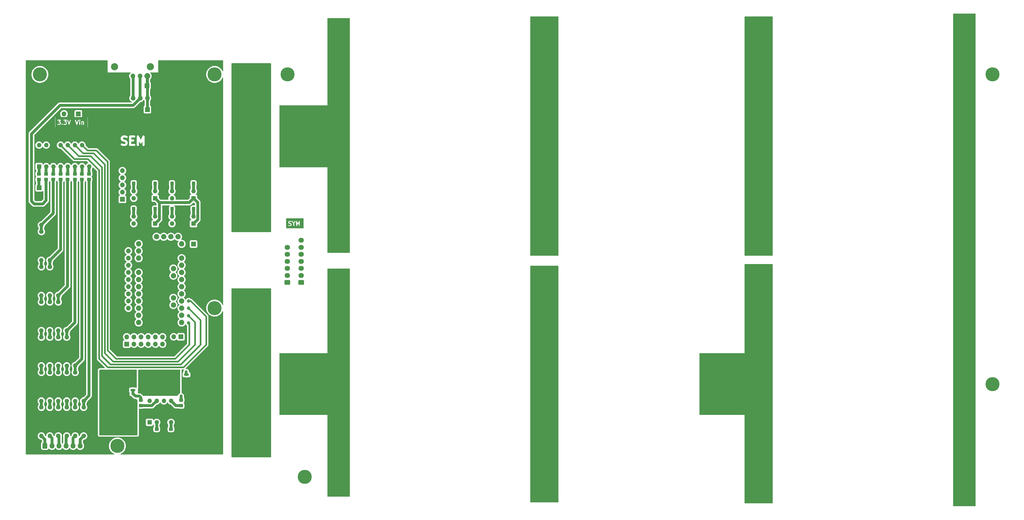
<source format=gbr>
%TF.GenerationSoftware,KiCad,Pcbnew,(7.0.0)*%
%TF.CreationDate,2023-05-12T02:10:12+03:00*%
%TF.ProjectId,Battery with Active BMS,42617474-6572-4792-9077-697468204163,rev?*%
%TF.SameCoordinates,Original*%
%TF.FileFunction,Copper,L1,Top*%
%TF.FilePolarity,Positive*%
%FSLAX46Y46*%
G04 Gerber Fmt 4.6, Leading zero omitted, Abs format (unit mm)*
G04 Created by KiCad (PCBNEW (7.0.0)) date 2023-05-12 02:10:12*
%MOMM*%
%LPD*%
G01*
G04 APERTURE LIST*
G04 Aperture macros list*
%AMRoundRect*
0 Rectangle with rounded corners*
0 $1 Rounding radius*
0 $2 $3 $4 $5 $6 $7 $8 $9 X,Y pos of 4 corners*
0 Add a 4 corners polygon primitive as box body*
4,1,4,$2,$3,$4,$5,$6,$7,$8,$9,$2,$3,0*
0 Add four circle primitives for the rounded corners*
1,1,$1+$1,$2,$3*
1,1,$1+$1,$4,$5*
1,1,$1+$1,$6,$7*
1,1,$1+$1,$8,$9*
0 Add four rect primitives between the rounded corners*
20,1,$1+$1,$2,$3,$4,$5,0*
20,1,$1+$1,$4,$5,$6,$7,0*
20,1,$1+$1,$6,$7,$8,$9,0*
20,1,$1+$1,$8,$9,$2,$3,0*%
G04 Aperture macros list end*
%ADD10C,0.750000*%
%ADD11C,0.300000*%
%TA.AperFunction,SMDPad,CuDef*%
%ADD12RoundRect,0.250000X-0.450000X0.350000X-0.450000X-0.350000X0.450000X-0.350000X0.450000X0.350000X0*%
%TD*%
%TA.AperFunction,SMDPad,CuDef*%
%ADD13RoundRect,0.250000X-0.350000X-0.450000X0.350000X-0.450000X0.350000X0.450000X-0.350000X0.450000X0*%
%TD*%
%TA.AperFunction,ComponentPad*%
%ADD14RoundRect,0.500000X0.500000X-5.500000X0.500000X5.500000X-0.500000X5.500000X-0.500000X-5.500000X0*%
%TD*%
%TA.AperFunction,ComponentPad*%
%ADD15C,1.600000*%
%TD*%
%TA.AperFunction,ComponentPad*%
%ADD16O,1.600000X1.600000*%
%TD*%
%TA.AperFunction,ComponentPad*%
%ADD17R,1.700000X1.700000*%
%TD*%
%TA.AperFunction,ComponentPad*%
%ADD18O,1.700000X1.700000*%
%TD*%
%TA.AperFunction,SMDPad,CuDef*%
%ADD19RoundRect,0.250000X0.450000X-0.350000X0.450000X0.350000X-0.450000X0.350000X-0.450000X-0.350000X0*%
%TD*%
%TA.AperFunction,SMDPad,CuDef*%
%ADD20RoundRect,0.250000X0.350000X0.450000X-0.350000X0.450000X-0.350000X-0.450000X0.350000X-0.450000X0*%
%TD*%
%TA.AperFunction,ComponentPad*%
%ADD21RoundRect,0.250000X0.725000X-0.600000X0.725000X0.600000X-0.725000X0.600000X-0.725000X-0.600000X0*%
%TD*%
%TA.AperFunction,ComponentPad*%
%ADD22O,1.950000X1.700000*%
%TD*%
%TA.AperFunction,ComponentPad*%
%ADD23R,1.600000X1.600000*%
%TD*%
%TA.AperFunction,ComponentPad*%
%ADD24RoundRect,0.500000X-0.500000X5.500000X-0.500000X-5.500000X0.500000X-5.500000X0.500000X5.500000X0*%
%TD*%
%TA.AperFunction,ComponentPad*%
%ADD25C,5.000000*%
%TD*%
%TA.AperFunction,ComponentPad*%
%ADD26C,2.200000*%
%TD*%
%TA.AperFunction,SMDPad,CuDef*%
%ADD27R,1.750000X4.700000*%
%TD*%
%TA.AperFunction,SMDPad,CuDef*%
%ADD28R,1.750000X0.800000*%
%TD*%
%TA.AperFunction,SMDPad,CuDef*%
%ADD29R,5.800000X7.100000*%
%TD*%
%TA.AperFunction,ComponentPad*%
%ADD30C,1.879600*%
%TD*%
%TA.AperFunction,ComponentPad*%
%ADD31C,0.900000*%
%TD*%
%TA.AperFunction,ComponentPad*%
%ADD32C,10.600000*%
%TD*%
%TA.AperFunction,ComponentPad*%
%ADD33RoundRect,0.250000X-0.600000X-0.725000X0.600000X-0.725000X0.600000X0.725000X-0.600000X0.725000X0*%
%TD*%
%TA.AperFunction,ComponentPad*%
%ADD34O,1.700000X1.950000*%
%TD*%
%TA.AperFunction,ViaPad*%
%ADD35C,2.540000*%
%TD*%
%TA.AperFunction,ViaPad*%
%ADD36C,1.600000*%
%TD*%
%TA.AperFunction,ViaPad*%
%ADD37C,1.200000*%
%TD*%
%TA.AperFunction,ViaPad*%
%ADD38C,1.000000*%
%TD*%
%TA.AperFunction,Conductor*%
%ADD39C,1.000000*%
%TD*%
%TA.AperFunction,Conductor*%
%ADD40C,2.000000*%
%TD*%
%TA.AperFunction,Conductor*%
%ADD41C,0.600000*%
%TD*%
G04 APERTURE END LIST*
D10*
G36*
X58310571Y-45241571D02*
G01*
X44928429Y-45241571D01*
X44928429Y-40648524D01*
X46664855Y-40648524D01*
X46678428Y-40681250D01*
X46678428Y-40872101D01*
X46668775Y-40961504D01*
X46703049Y-41030053D01*
X46724640Y-41103584D01*
X46751414Y-41126784D01*
X46839848Y-41303652D01*
X46853260Y-41365306D01*
X46926338Y-41438383D01*
X46996703Y-41514030D01*
X47003799Y-41515844D01*
X47040732Y-41552777D01*
X47072952Y-41607025D01*
X47165394Y-41653245D01*
X47256065Y-41702756D01*
X47263369Y-41702233D01*
X47397410Y-41769253D01*
X47427084Y-41800812D01*
X47493971Y-41817533D01*
X47505376Y-41823236D01*
X47546078Y-41830560D01*
X48065399Y-41960390D01*
X48259864Y-42057622D01*
X48316661Y-42114419D01*
X48392714Y-42266525D01*
X48392714Y-42375189D01*
X48316661Y-42527293D01*
X48259865Y-42584089D01*
X48107760Y-42660142D01*
X47542855Y-42660142D01*
X47120865Y-42519479D01*
X46956944Y-42513551D01*
X46767501Y-42625837D01*
X46668838Y-42822718D01*
X46692280Y-43041687D01*
X46830383Y-43213222D01*
X47318813Y-43376031D01*
X47371890Y-43410142D01*
X47475231Y-43410142D01*
X47578484Y-43413876D01*
X47584784Y-43410142D01*
X48176101Y-43410142D01*
X48265504Y-43419795D01*
X48334053Y-43385520D01*
X48407584Y-43363930D01*
X48430784Y-43337155D01*
X48607652Y-43248721D01*
X48669306Y-43235310D01*
X48742383Y-43162231D01*
X48818030Y-43091867D01*
X48818312Y-43090763D01*
X49666575Y-43090763D01*
X49701174Y-43166525D01*
X49724640Y-43246441D01*
X49746204Y-43265126D01*
X49758058Y-43291082D01*
X49828127Y-43336112D01*
X49891071Y-43390654D01*
X49919312Y-43394714D01*
X49943318Y-43410142D01*
X50026611Y-43410142D01*
X50109049Y-43421995D01*
X50135003Y-43410142D01*
X51535915Y-43410142D01*
X51693299Y-43363930D01*
X51837512Y-43197499D01*
X51868853Y-42979521D01*
X51777370Y-42779202D01*
X51592110Y-42660142D01*
X50428428Y-42660142D01*
X50428428Y-41838714D01*
X51107343Y-41838714D01*
X51264727Y-41792502D01*
X51408940Y-41626071D01*
X51440281Y-41408093D01*
X51348798Y-41207774D01*
X51163538Y-41088714D01*
X50428428Y-41088714D01*
X50428428Y-40410142D01*
X51535915Y-40410142D01*
X51693299Y-40363930D01*
X51837512Y-40197499D01*
X51852401Y-40093944D01*
X52381331Y-40093944D01*
X52392714Y-40118336D01*
X52392714Y-43089057D01*
X52438926Y-43246441D01*
X52605357Y-43390654D01*
X52823335Y-43421995D01*
X53023654Y-43330512D01*
X53142714Y-43145252D01*
X53142714Y-41725480D01*
X53426614Y-42333837D01*
X53470248Y-42431501D01*
X53519901Y-42463991D01*
X53559127Y-42508515D01*
X53610137Y-42523038D01*
X53654522Y-42552081D01*
X53713861Y-42552569D01*
X53770930Y-42568817D01*
X53821694Y-42553456D01*
X53874735Y-42553893D01*
X53924918Y-42522222D01*
X53981711Y-42505038D01*
X54016111Y-42464671D01*
X54060969Y-42436362D01*
X54086064Y-42382586D01*
X54124550Y-42337426D01*
X54131665Y-42284868D01*
X54392714Y-41725479D01*
X54392714Y-43089057D01*
X54438926Y-43246441D01*
X54605357Y-43390654D01*
X54823335Y-43421995D01*
X55023654Y-43330512D01*
X55142714Y-43145252D01*
X55142714Y-40063507D01*
X55155011Y-39982706D01*
X55120404Y-39905248D01*
X55096502Y-39823843D01*
X55076159Y-39806215D01*
X55065180Y-39781642D01*
X54994189Y-39735188D01*
X54930071Y-39679630D01*
X54903429Y-39675799D01*
X54880906Y-39661061D01*
X54796070Y-39660363D01*
X54712093Y-39648289D01*
X54687607Y-39659471D01*
X54660693Y-39659250D01*
X54588946Y-39704528D01*
X54511774Y-39739772D01*
X54497222Y-39762414D01*
X54474459Y-39776780D01*
X54438580Y-39853663D01*
X54392714Y-39925032D01*
X54392714Y-39951948D01*
X53767713Y-41291234D01*
X53119529Y-39902265D01*
X53096502Y-39823843D01*
X53032385Y-39768285D01*
X52976301Y-39704627D01*
X52950413Y-39697256D01*
X52930071Y-39679630D01*
X52846091Y-39667555D01*
X52764498Y-39644325D01*
X52738736Y-39652119D01*
X52712093Y-39648289D01*
X52634917Y-39683534D01*
X52553717Y-39708104D01*
X52536258Y-39728590D01*
X52511774Y-39739772D01*
X52465904Y-39811146D01*
X52410878Y-39875716D01*
X52407266Y-39902387D01*
X52392714Y-39925032D01*
X52392714Y-40009872D01*
X52381331Y-40093944D01*
X51852401Y-40093944D01*
X51868853Y-39979521D01*
X51777370Y-39779202D01*
X51592110Y-39660142D01*
X50080245Y-39660142D01*
X49997807Y-39648289D01*
X49922044Y-39682888D01*
X49842129Y-39706354D01*
X49823443Y-39727918D01*
X49797488Y-39739772D01*
X49752457Y-39809841D01*
X49697916Y-39872785D01*
X49693855Y-39901026D01*
X49678428Y-39925032D01*
X49678428Y-40008325D01*
X49666575Y-40090763D01*
X49678428Y-40116717D01*
X49678428Y-41436897D01*
X49666575Y-41519335D01*
X49678428Y-41545289D01*
X49678428Y-43008325D01*
X49666575Y-43090763D01*
X48818312Y-43090763D01*
X48819844Y-43084770D01*
X48856778Y-43047837D01*
X48911025Y-43015618D01*
X48957248Y-42923171D01*
X49006756Y-42832505D01*
X49006233Y-42825200D01*
X49094098Y-42649470D01*
X49142714Y-42573824D01*
X49142714Y-42497186D01*
X49156287Y-42421761D01*
X49142714Y-42389035D01*
X49142714Y-42198184D01*
X49152367Y-42108781D01*
X49118092Y-42040231D01*
X49096502Y-41966701D01*
X49069727Y-41943500D01*
X48981292Y-41766630D01*
X48967881Y-41704979D01*
X48894813Y-41631911D01*
X48824439Y-41556255D01*
X48817342Y-41554440D01*
X48780410Y-41517508D01*
X48748190Y-41463260D01*
X48655751Y-41417041D01*
X48565077Y-41367529D01*
X48557772Y-41368051D01*
X48423731Y-41301031D01*
X48394059Y-41269473D01*
X48327171Y-41252751D01*
X48315767Y-41247049D01*
X48275065Y-41239724D01*
X47755742Y-41109893D01*
X47561275Y-41012660D01*
X47504480Y-40955865D01*
X47428428Y-40803760D01*
X47428428Y-40695097D01*
X47504480Y-40542992D01*
X47561276Y-40486195D01*
X47713383Y-40410142D01*
X48278288Y-40410142D01*
X48700277Y-40550806D01*
X48864198Y-40556735D01*
X49053640Y-40444449D01*
X49152304Y-40247568D01*
X49128862Y-40028599D01*
X48990760Y-39857064D01*
X48502328Y-39694252D01*
X48449252Y-39660142D01*
X48345912Y-39660142D01*
X48242659Y-39656408D01*
X48236359Y-39660142D01*
X47645039Y-39660142D01*
X47555636Y-39650489D01*
X47487085Y-39684764D01*
X47413558Y-39706354D01*
X47390357Y-39733128D01*
X47213487Y-39821564D01*
X47151836Y-39834976D01*
X47078762Y-39908049D01*
X47003112Y-39978419D01*
X47001297Y-39985514D01*
X46964365Y-40022446D01*
X46910118Y-40054666D01*
X46863901Y-40147098D01*
X46814386Y-40237780D01*
X46814908Y-40245084D01*
X46727043Y-40420814D01*
X46678428Y-40496461D01*
X46678428Y-40573099D01*
X46664855Y-40648524D01*
X44928429Y-40648524D01*
X44928429Y-37259429D01*
X58310571Y-37259429D01*
X58310571Y-45241571D01*
G37*
D11*
G36*
X30101428Y-36732286D02*
G01*
X23465714Y-36732286D01*
X23465714Y-35587562D01*
X24188350Y-35587562D01*
X24207076Y-35673637D01*
X24296347Y-35762906D01*
X24309237Y-35784609D01*
X24346211Y-35803096D01*
X24382484Y-35822903D01*
X24385406Y-35822693D01*
X24484265Y-35872123D01*
X24514527Y-35891571D01*
X24545180Y-35891571D01*
X24575352Y-35897001D01*
X24588444Y-35891571D01*
X24979066Y-35891571D01*
X25014830Y-35895432D01*
X25042245Y-35881724D01*
X25071662Y-35873087D01*
X25080943Y-35862375D01*
X25180261Y-35812716D01*
X25204922Y-35807352D01*
X25234133Y-35778140D01*
X25264413Y-35749975D01*
X25265139Y-35747134D01*
X25294193Y-35718080D01*
X25315895Y-35705191D01*
X25334378Y-35668224D01*
X25339421Y-35658988D01*
X25688350Y-35658988D01*
X25695431Y-35691541D01*
X25697809Y-35724774D01*
X25704649Y-35733911D01*
X25707075Y-35745063D01*
X25730628Y-35768616D01*
X25750598Y-35795294D01*
X25761294Y-35799283D01*
X25782573Y-35820563D01*
X25784197Y-35826091D01*
X25805294Y-35844372D01*
X25822026Y-35866723D01*
X25837939Y-35872658D01*
X25850770Y-35883776D01*
X25867577Y-35886192D01*
X25882481Y-35894331D01*
X25893864Y-35893516D01*
X25904560Y-35897506D01*
X25921153Y-35893896D01*
X25937962Y-35896313D01*
X25953409Y-35889258D01*
X25970344Y-35888047D01*
X25979480Y-35881207D01*
X25990635Y-35878781D01*
X26002641Y-35866774D01*
X26018089Y-35859720D01*
X26027269Y-35845434D01*
X26040864Y-35835258D01*
X26044853Y-35824562D01*
X26085621Y-35783794D01*
X26112294Y-35763828D01*
X26123936Y-35732612D01*
X26139903Y-35703373D01*
X26139088Y-35691987D01*
X26143077Y-35681294D01*
X26135995Y-35648742D01*
X26133618Y-35615509D01*
X26126777Y-35606370D01*
X26124351Y-35595219D01*
X26116694Y-35587562D01*
X26331207Y-35587562D01*
X26349933Y-35673637D01*
X26439204Y-35762906D01*
X26452094Y-35784609D01*
X26489068Y-35803096D01*
X26525341Y-35822903D01*
X26528263Y-35822693D01*
X26627122Y-35872123D01*
X26657384Y-35891571D01*
X26688037Y-35891571D01*
X26718209Y-35897001D01*
X26731301Y-35891571D01*
X27121923Y-35891571D01*
X27157687Y-35895432D01*
X27185102Y-35881724D01*
X27214519Y-35873087D01*
X27223800Y-35862375D01*
X27323118Y-35812716D01*
X27347779Y-35807352D01*
X27376990Y-35778140D01*
X27407270Y-35749975D01*
X27407996Y-35747134D01*
X27437050Y-35718080D01*
X27458752Y-35705191D01*
X27477235Y-35668224D01*
X27497045Y-35631946D01*
X27496835Y-35629023D01*
X27546266Y-35530162D01*
X27565714Y-35499901D01*
X27565714Y-35469248D01*
X27571144Y-35439076D01*
X27565714Y-35425984D01*
X27565714Y-35106789D01*
X27569575Y-35071025D01*
X27555866Y-35043609D01*
X27547230Y-35014194D01*
X27536518Y-35004912D01*
X27486859Y-34905597D01*
X27481495Y-34880936D01*
X27452280Y-34851721D01*
X27424118Y-34821444D01*
X27421277Y-34820717D01*
X27392222Y-34791661D01*
X27379333Y-34769961D01*
X27342376Y-34751482D01*
X27306089Y-34731668D01*
X27303164Y-34731877D01*
X27221666Y-34691128D01*
X27499855Y-34373198D01*
X27500234Y-34373087D01*
X27528904Y-34339999D01*
X27542803Y-34324115D01*
X27542957Y-34323780D01*
X27557919Y-34306514D01*
X27561065Y-34284631D01*
X27570346Y-34264567D01*
X27567938Y-34247221D01*
X27688055Y-34247221D01*
X28193401Y-35763262D01*
X28192790Y-35780165D01*
X28207061Y-35804243D01*
X28208803Y-35809467D01*
X28218012Y-35822718D01*
X28237705Y-35855942D01*
X28242917Y-35858554D01*
X28246246Y-35863343D01*
X28281929Y-35878104D01*
X28316459Y-35895408D01*
X28322258Y-35894787D01*
X28327644Y-35897015D01*
X28365641Y-35890142D01*
X28404045Y-35886031D01*
X28408585Y-35882375D01*
X28414326Y-35881337D01*
X28442586Y-35855001D01*
X28472660Y-35830789D01*
X28474503Y-35825257D01*
X28478769Y-35821283D01*
X28488301Y-35783865D01*
X28993408Y-34268544D01*
X28995780Y-34202977D01*
X28950865Y-34127200D01*
X28872112Y-34087734D01*
X28784525Y-34097111D01*
X28715910Y-34152353D01*
X28344284Y-35267229D01*
X27979767Y-34173676D01*
X27942324Y-34119799D01*
X27860926Y-34086127D01*
X27774244Y-34101806D01*
X27709801Y-34161859D01*
X27688055Y-34247221D01*
X27567938Y-34247221D01*
X27567204Y-34241938D01*
X27570456Y-34219322D01*
X27561271Y-34199209D01*
X27558231Y-34177316D01*
X27543355Y-34159979D01*
X27533863Y-34139195D01*
X27515264Y-34127242D01*
X27500868Y-34110465D01*
X27478976Y-34103922D01*
X27459758Y-34091571D01*
X27437652Y-34091571D01*
X27416470Y-34085240D01*
X27394517Y-34091571D01*
X26465574Y-34091571D01*
X26402622Y-34110055D01*
X26344937Y-34176628D01*
X26332400Y-34263820D01*
X26368993Y-34343947D01*
X26443098Y-34391571D01*
X27085149Y-34391571D01*
X26831572Y-34681372D01*
X26831194Y-34681484D01*
X26802526Y-34714568D01*
X26788625Y-34730456D01*
X26788470Y-34730790D01*
X26773509Y-34748057D01*
X26770362Y-34769937D01*
X26761081Y-34790004D01*
X26764223Y-34812634D01*
X26760972Y-34835249D01*
X26770156Y-34855360D01*
X26773197Y-34877255D01*
X26788072Y-34894591D01*
X26797565Y-34915376D01*
X26816163Y-34927328D01*
X26830560Y-34944106D01*
X26852451Y-34950648D01*
X26871670Y-34963000D01*
X26893776Y-34963000D01*
X26914958Y-34969331D01*
X26936911Y-34963000D01*
X27094588Y-34963000D01*
X27184004Y-35007706D01*
X27221007Y-35044710D01*
X27265714Y-35134124D01*
X27265714Y-35420447D01*
X27221008Y-35509857D01*
X27184002Y-35546863D01*
X27094588Y-35591571D01*
X26736838Y-35591571D01*
X26647425Y-35546864D01*
X26577956Y-35477396D01*
X26520372Y-35445953D01*
X26432508Y-35452239D01*
X26361990Y-35505028D01*
X26331207Y-35587562D01*
X26116694Y-35587562D01*
X26100798Y-35571667D01*
X26080829Y-35544990D01*
X26070131Y-35541000D01*
X26048851Y-35519720D01*
X26047229Y-35514194D01*
X26026126Y-35495909D01*
X26009399Y-35473563D01*
X25993489Y-35467629D01*
X25980656Y-35456509D01*
X25963849Y-35454092D01*
X25948943Y-35445953D01*
X25937557Y-35446767D01*
X25926866Y-35442780D01*
X25910274Y-35446389D01*
X25893464Y-35443972D01*
X25878015Y-35451027D01*
X25861079Y-35452239D01*
X25851943Y-35459077D01*
X25840790Y-35461504D01*
X25828783Y-35473510D01*
X25813337Y-35480565D01*
X25804156Y-35494850D01*
X25790561Y-35505028D01*
X25786572Y-35515722D01*
X25745806Y-35556487D01*
X25719134Y-35576454D01*
X25707490Y-35607671D01*
X25691524Y-35636911D01*
X25692338Y-35648295D01*
X25688350Y-35658988D01*
X25339421Y-35658988D01*
X25354188Y-35631946D01*
X25353978Y-35629023D01*
X25403409Y-35530162D01*
X25422857Y-35499901D01*
X25422857Y-35469248D01*
X25428287Y-35439076D01*
X25422857Y-35425984D01*
X25422857Y-35106789D01*
X25426718Y-35071025D01*
X25413009Y-35043609D01*
X25404373Y-35014194D01*
X25393661Y-35004912D01*
X25344002Y-34905597D01*
X25338638Y-34880936D01*
X25309423Y-34851721D01*
X25281261Y-34821444D01*
X25278420Y-34820717D01*
X25249365Y-34791661D01*
X25236476Y-34769961D01*
X25199519Y-34751482D01*
X25163232Y-34731668D01*
X25160307Y-34731877D01*
X25078809Y-34691128D01*
X25356998Y-34373198D01*
X25357377Y-34373087D01*
X25386047Y-34339999D01*
X25399946Y-34324115D01*
X25400100Y-34323780D01*
X25415062Y-34306514D01*
X25418208Y-34284631D01*
X25427489Y-34264567D01*
X25424347Y-34241938D01*
X25427599Y-34219322D01*
X25418414Y-34199209D01*
X25415374Y-34177316D01*
X25400498Y-34159979D01*
X25391006Y-34139195D01*
X25372407Y-34127242D01*
X25358011Y-34110465D01*
X25336119Y-34103922D01*
X25316901Y-34091571D01*
X25294795Y-34091571D01*
X25273613Y-34085240D01*
X25251660Y-34091571D01*
X24322717Y-34091571D01*
X24259765Y-34110055D01*
X24202080Y-34176628D01*
X24189543Y-34263820D01*
X24226136Y-34343947D01*
X24300241Y-34391571D01*
X24942292Y-34391571D01*
X24688715Y-34681372D01*
X24688337Y-34681484D01*
X24659669Y-34714568D01*
X24645768Y-34730456D01*
X24645613Y-34730790D01*
X24630652Y-34748057D01*
X24627505Y-34769937D01*
X24618224Y-34790004D01*
X24621366Y-34812634D01*
X24618115Y-34835249D01*
X24627299Y-34855360D01*
X24630340Y-34877255D01*
X24645215Y-34894591D01*
X24654708Y-34915376D01*
X24673306Y-34927328D01*
X24687703Y-34944106D01*
X24709594Y-34950648D01*
X24728813Y-34963000D01*
X24750919Y-34963000D01*
X24772101Y-34969331D01*
X24794054Y-34963000D01*
X24951731Y-34963000D01*
X25041147Y-35007706D01*
X25078150Y-35044710D01*
X25122857Y-35134124D01*
X25122857Y-35420447D01*
X25078151Y-35509857D01*
X25041145Y-35546863D01*
X24951731Y-35591571D01*
X24593981Y-35591571D01*
X24504568Y-35546864D01*
X24435099Y-35477396D01*
X24377515Y-35445953D01*
X24289651Y-35452239D01*
X24219133Y-35505028D01*
X24188350Y-35587562D01*
X23465714Y-35587562D01*
X23465714Y-33153714D01*
X30101428Y-33153714D01*
X30101428Y-36732286D01*
G37*
G36*
X34951429Y-36732286D02*
G01*
X29815714Y-36732286D01*
X29815714Y-34247221D01*
X30466627Y-34247221D01*
X30971973Y-35763262D01*
X30971362Y-35780165D01*
X30985633Y-35804243D01*
X30987375Y-35809467D01*
X30996584Y-35822718D01*
X31016277Y-35855942D01*
X31021489Y-35858554D01*
X31024818Y-35863343D01*
X31060501Y-35878104D01*
X31095031Y-35895408D01*
X31100830Y-35894787D01*
X31106216Y-35897015D01*
X31144213Y-35890142D01*
X31182617Y-35886031D01*
X31187157Y-35882375D01*
X31192898Y-35881337D01*
X31221158Y-35855001D01*
X31251232Y-35830789D01*
X31253075Y-35825257D01*
X31257341Y-35821283D01*
X31266873Y-35783865D01*
X31273782Y-35763139D01*
X31972856Y-35763139D01*
X31991340Y-35826091D01*
X32057913Y-35883776D01*
X32145105Y-35896313D01*
X32225232Y-35859720D01*
X32272856Y-35785615D01*
X32272856Y-34851196D01*
X32684382Y-34851196D01*
X32687142Y-34889786D01*
X32687142Y-35763139D01*
X32705626Y-35826091D01*
X32772199Y-35883776D01*
X32859391Y-35896313D01*
X32939518Y-35859720D01*
X32987142Y-35785615D01*
X32987142Y-34946560D01*
X32997424Y-34936277D01*
X33086838Y-34891571D01*
X33230303Y-34891571D01*
X33296768Y-34924803D01*
X33330000Y-34991267D01*
X33330000Y-35763139D01*
X33348484Y-35826091D01*
X33415057Y-35883776D01*
X33502249Y-35896313D01*
X33582376Y-35859720D01*
X33630000Y-35785615D01*
X33630000Y-34963932D01*
X33633861Y-34928168D01*
X33620152Y-34900752D01*
X33611516Y-34871337D01*
X33600804Y-34862055D01*
X33559825Y-34780099D01*
X33560031Y-34774270D01*
X33540303Y-34741056D01*
X33533089Y-34726627D01*
X33529338Y-34722595D01*
X33515047Y-34698533D01*
X33499923Y-34690971D01*
X33488404Y-34678587D01*
X33461288Y-34671653D01*
X33340023Y-34611021D01*
X33309758Y-34591571D01*
X33279105Y-34591571D01*
X33248933Y-34586141D01*
X33235841Y-34591571D01*
X33059503Y-34591571D01*
X33023739Y-34587710D01*
X32996323Y-34601418D01*
X32966908Y-34610055D01*
X32957626Y-34620766D01*
X32938068Y-34630545D01*
X32902085Y-34599366D01*
X32814893Y-34586829D01*
X32734766Y-34623422D01*
X32687142Y-34697527D01*
X32687142Y-34846142D01*
X32684382Y-34851196D01*
X32272856Y-34851196D01*
X32272856Y-34720003D01*
X32254372Y-34657051D01*
X32187799Y-34599366D01*
X32100607Y-34586829D01*
X32020480Y-34623422D01*
X31972856Y-34697527D01*
X31972856Y-35763139D01*
X31273782Y-35763139D01*
X31760879Y-34301847D01*
X31895493Y-34301847D01*
X31902575Y-34334404D01*
X31904953Y-34367634D01*
X31911791Y-34376769D01*
X31914218Y-34387922D01*
X31937774Y-34411478D01*
X31957742Y-34438152D01*
X31968436Y-34442140D01*
X31989717Y-34463421D01*
X31991340Y-34468948D01*
X32012438Y-34487229D01*
X32029168Y-34509579D01*
X32045081Y-34515514D01*
X32057913Y-34526633D01*
X32074719Y-34529049D01*
X32089624Y-34537188D01*
X32101006Y-34536373D01*
X32111702Y-34540363D01*
X32128295Y-34536753D01*
X32145105Y-34539170D01*
X32160554Y-34532114D01*
X32177488Y-34530903D01*
X32186623Y-34524064D01*
X32197777Y-34521638D01*
X32209782Y-34509632D01*
X32225232Y-34502577D01*
X32234413Y-34488289D01*
X32248007Y-34478114D01*
X32251995Y-34467420D01*
X32292759Y-34426657D01*
X32319437Y-34406687D01*
X32331081Y-34375466D01*
X32347045Y-34346232D01*
X32346230Y-34334848D01*
X32350220Y-34324153D01*
X32343137Y-34291595D01*
X32340761Y-34258369D01*
X32333921Y-34249232D01*
X32331495Y-34238078D01*
X32307937Y-34214520D01*
X32287972Y-34187849D01*
X32277276Y-34183859D01*
X32255994Y-34162577D01*
X32254372Y-34157051D01*
X32233271Y-34138767D01*
X32216542Y-34116419D01*
X32200630Y-34110484D01*
X32187799Y-34099366D01*
X32170993Y-34096949D01*
X32156087Y-34088810D01*
X32144701Y-34089624D01*
X32134008Y-34085636D01*
X32117415Y-34089245D01*
X32100607Y-34086829D01*
X32085159Y-34093883D01*
X32068224Y-34095095D01*
X32059085Y-34101935D01*
X32047933Y-34104362D01*
X32035928Y-34116367D01*
X32020480Y-34123422D01*
X32011300Y-34137706D01*
X31997704Y-34147884D01*
X31993714Y-34158581D01*
X31952950Y-34199345D01*
X31926276Y-34219313D01*
X31914632Y-34250531D01*
X31898667Y-34279770D01*
X31899481Y-34291153D01*
X31895493Y-34301847D01*
X31760879Y-34301847D01*
X31771980Y-34268544D01*
X31774352Y-34202977D01*
X31729437Y-34127200D01*
X31650684Y-34087734D01*
X31563097Y-34097111D01*
X31494482Y-34152353D01*
X31122856Y-35267229D01*
X30758339Y-34173676D01*
X30720896Y-34119799D01*
X30639498Y-34086127D01*
X30552816Y-34101806D01*
X30488373Y-34161859D01*
X30466627Y-34247221D01*
X29815714Y-34247221D01*
X29815714Y-33153714D01*
X34951429Y-33153714D01*
X34951429Y-36732286D01*
G37*
G36*
X111542857Y-72664286D02*
G01*
X105335714Y-72664286D01*
X105335714Y-70476067D01*
X106130284Y-70476067D01*
X106135714Y-70489159D01*
X106135714Y-70594069D01*
X106131853Y-70629829D01*
X106145560Y-70657244D01*
X106154198Y-70686662D01*
X106164909Y-70695943D01*
X106214567Y-70795262D01*
X106219933Y-70819923D01*
X106249131Y-70849121D01*
X106277308Y-70879413D01*
X106280151Y-70880139D01*
X106309204Y-70909192D01*
X106322094Y-70930895D01*
X106359068Y-70949382D01*
X106395341Y-70969189D01*
X106398263Y-70968979D01*
X106480449Y-71010072D01*
X106492319Y-71022696D01*
X106519072Y-71029384D01*
X106523636Y-71031666D01*
X106539926Y-71034597D01*
X106804785Y-71100812D01*
X106911146Y-71153992D01*
X106948149Y-71190995D01*
X106992857Y-71280411D01*
X106992857Y-71352447D01*
X106948151Y-71441857D01*
X106911145Y-71478863D01*
X106821731Y-71523571D01*
X106524343Y-71523571D01*
X106312687Y-71453019D01*
X106247121Y-71450647D01*
X106171343Y-71495562D01*
X106131877Y-71574315D01*
X106141254Y-71661902D01*
X106196496Y-71730516D01*
X106434725Y-71809926D01*
X106455956Y-71823571D01*
X106497268Y-71823571D01*
X106538593Y-71825066D01*
X106541115Y-71823571D01*
X106849066Y-71823571D01*
X106884830Y-71827432D01*
X106912245Y-71813724D01*
X106941662Y-71805087D01*
X106950943Y-71794375D01*
X107050261Y-71744716D01*
X107074922Y-71739352D01*
X107104133Y-71710140D01*
X107134413Y-71681975D01*
X107135139Y-71679134D01*
X107164193Y-71650080D01*
X107185895Y-71637191D01*
X107204378Y-71600224D01*
X107224188Y-71563946D01*
X107223978Y-71561023D01*
X107273409Y-71462162D01*
X107292857Y-71431901D01*
X107292857Y-71401248D01*
X107298287Y-71371076D01*
X107292857Y-71357984D01*
X107292857Y-71253076D01*
X107296718Y-71217312D01*
X107283010Y-71189896D01*
X107274373Y-71160480D01*
X107263661Y-71151198D01*
X107214002Y-71051880D01*
X107208638Y-71027219D01*
X107179416Y-70997997D01*
X107151261Y-70967729D01*
X107148421Y-70967002D01*
X107119363Y-70937945D01*
X107106476Y-70916247D01*
X107069522Y-70897770D01*
X107033231Y-70877953D01*
X107030306Y-70878162D01*
X106948119Y-70837068D01*
X106936251Y-70824446D01*
X106909499Y-70817758D01*
X106904933Y-70815475D01*
X106888635Y-70812542D01*
X106623783Y-70746329D01*
X106517425Y-70693150D01*
X106480419Y-70656145D01*
X106435714Y-70566733D01*
X106435714Y-70494695D01*
X106480420Y-70405281D01*
X106517424Y-70368277D01*
X106606838Y-70323571D01*
X106904230Y-70323571D01*
X107115883Y-70394123D01*
X107181450Y-70396495D01*
X107257227Y-70351580D01*
X107296694Y-70272827D01*
X107290711Y-70216944D01*
X107421233Y-70216944D01*
X107921428Y-71002965D01*
X107921428Y-71695139D01*
X107939912Y-71758091D01*
X108006485Y-71815776D01*
X108093677Y-71828313D01*
X108173804Y-71791720D01*
X108221428Y-71717615D01*
X108221428Y-71002965D01*
X108709556Y-70235907D01*
X108720765Y-70197092D01*
X108916874Y-70197092D01*
X108921427Y-70206848D01*
X108921427Y-71695139D01*
X108939911Y-71758091D01*
X109006484Y-71815776D01*
X109093676Y-71828313D01*
X109173803Y-71791720D01*
X109221427Y-71717615D01*
X109221427Y-70849707D01*
X109434981Y-71307324D01*
X109452440Y-71346400D01*
X109472298Y-71359394D01*
X109487992Y-71377207D01*
X109508399Y-71383017D01*
X109526151Y-71394633D01*
X109549884Y-71394828D01*
X109572713Y-71401328D01*
X109593020Y-71395183D01*
X109614235Y-71395358D01*
X109634306Y-71382690D01*
X109657027Y-71375816D01*
X109670789Y-71359666D01*
X109688729Y-71348345D01*
X109698764Y-71326839D01*
X109714162Y-71308772D01*
X109717008Y-71287745D01*
X109921427Y-70849706D01*
X109921427Y-71695139D01*
X109939911Y-71758091D01*
X110006484Y-71815776D01*
X110093676Y-71828313D01*
X110173803Y-71791720D01*
X110221427Y-71717615D01*
X110221427Y-70184922D01*
X110226347Y-70152596D01*
X110212503Y-70121610D01*
X110202943Y-70089051D01*
X110194806Y-70082000D01*
X110190414Y-70072170D01*
X110162013Y-70053585D01*
X110136370Y-70031366D01*
X110125715Y-70029834D01*
X110116704Y-70023937D01*
X110082762Y-70023658D01*
X110049178Y-70018829D01*
X110039384Y-70023301D01*
X110028619Y-70023213D01*
X109999922Y-70041323D01*
X109969051Y-70055422D01*
X109963229Y-70064479D01*
X109954125Y-70070226D01*
X109939773Y-70100978D01*
X109921427Y-70129527D01*
X109921427Y-70140293D01*
X109571427Y-70890294D01*
X109212154Y-70120424D01*
X109202943Y-70089051D01*
X109177296Y-70066828D01*
X109154862Y-70041364D01*
X109144505Y-70038415D01*
X109136370Y-70031366D01*
X109102779Y-70026536D01*
X109070141Y-70017244D01*
X109059837Y-70020361D01*
X109049178Y-70018829D01*
X109018306Y-70032927D01*
X108985827Y-70042755D01*
X108978843Y-70050949D01*
X108969051Y-70055422D01*
X108950705Y-70083967D01*
X108928692Y-70109800D01*
X108927247Y-70120470D01*
X108921427Y-70129527D01*
X108921427Y-70163462D01*
X108916874Y-70197092D01*
X108720765Y-70197092D01*
X108727759Y-70172873D01*
X108702564Y-70088465D01*
X108635734Y-70031077D01*
X108548488Y-70018930D01*
X108468525Y-70055882D01*
X108071427Y-70679890D01*
X107686398Y-70074844D01*
X107637006Y-70031657D01*
X107549872Y-70018732D01*
X107469580Y-70054966D01*
X107421626Y-70128856D01*
X107421233Y-70216944D01*
X107290711Y-70216944D01*
X107287317Y-70185240D01*
X107232075Y-70116625D01*
X106993846Y-70037215D01*
X106972615Y-70023571D01*
X106931302Y-70023571D01*
X106889978Y-70022076D01*
X106887456Y-70023571D01*
X106579503Y-70023571D01*
X106543739Y-70019710D01*
X106516323Y-70033418D01*
X106486908Y-70042055D01*
X106477626Y-70052766D01*
X106378311Y-70102425D01*
X106353650Y-70107790D01*
X106324435Y-70137004D01*
X106294158Y-70165167D01*
X106293431Y-70168007D01*
X106264375Y-70197062D01*
X106242675Y-70209952D01*
X106224194Y-70246912D01*
X106204382Y-70283196D01*
X106204591Y-70286119D01*
X106155159Y-70384982D01*
X106135714Y-70415241D01*
X106135714Y-70445892D01*
X106130284Y-70476067D01*
X105335714Y-70476067D01*
X105335714Y-69085714D01*
X111542857Y-69085714D01*
X111542857Y-72664286D01*
G37*
D12*
%TO.P,R28,1,1*%
%TO.N,Net-(Q1-G)*%
X68100000Y-133696400D03*
%TO.P,R28,2,2*%
%TO.N,Net-(U4B-OUTB)*%
X68100000Y-135696400D03*
%TD*%
D13*
%TO.P,R51,1*%
%TO.N,Net-(R51-Pad1)*%
X64880000Y-65725000D03*
%TO.P,R51,2*%
%TO.N,GND*%
X66880000Y-65725000D03*
%TD*%
D14*
%TO.P,BT18,1,+*%
%TO.N,Net-(BT17-+)*%
X199200000Y-95000000D03*
%TO.P,BT18,2,-*%
%TO.N,Net-(BT13-+)*%
X270800000Y-95000000D03*
%TD*%
D15*
%TO.P,R15,1*%
%TO.N,Net-(R15-Pad1)*%
X21530000Y-136270000D03*
D16*
%TO.P,R15,2*%
%TO.N,Net-(J2-Pad2)*%
X21529999Y-146429999D03*
%TD*%
D17*
%TO.P,P3,1,1*%
%TO.N,GND*%
X46879999Y-80709999D03*
D18*
%TO.P,P3,2,2*%
%TO.N,/TX_2*%
X49419999Y-80709999D03*
%TO.P,P3,3,3*%
%TO.N,GND*%
X46879999Y-83249999D03*
%TO.P,P3,4,4*%
%TO.N,/RX_2*%
X49419999Y-83249999D03*
%TO.P,P3,5,5*%
%TO.N,GND*%
X46879999Y-85789999D03*
%TO.P,P3,6,6*%
%TO.N,/RST*%
X49419999Y-85789999D03*
%TO.P,P3,7,7*%
%TO.N,GND*%
X46879999Y-88329999D03*
%TO.P,P3,8,8*%
%TO.N,Net-(U2-D2)*%
X49419999Y-88329999D03*
%TO.P,P3,9,9*%
%TO.N,GND*%
X46879999Y-90869999D03*
%TO.P,P3,10,10*%
%TO.N,Net-(U2-D3)*%
X49419999Y-90869999D03*
%TO.P,P3,11,11*%
%TO.N,GND*%
X46879999Y-93409999D03*
%TO.P,P3,12,12*%
%TO.N,Net-(U2-D4)*%
X49419999Y-93409999D03*
%TO.P,P3,13,13*%
%TO.N,GND*%
X46879999Y-95949999D03*
%TO.P,P3,14,14*%
%TO.N,Net-(U2-D5)*%
X49419999Y-95949999D03*
%TO.P,P3,15,15*%
%TO.N,GND*%
X46879999Y-98489999D03*
%TO.P,P3,16,16*%
%TO.N,Net-(U2-D6)*%
X49419999Y-98489999D03*
%TO.P,P3,17,17*%
%TO.N,GND*%
X46879999Y-101029999D03*
%TO.P,P3,18,18*%
%TO.N,Net-(U2-D7)*%
X49419999Y-101029999D03*
%TD*%
D19*
%TO.P,R12,1,1*%
%TO.N,Net-(J5-Pin_1)*%
X17620000Y-55320000D03*
%TO.P,R12,2,2*%
%TO.N,Net-(U3-CH0)*%
X17620000Y-53320000D03*
%TD*%
D20*
%TO.P,R52,1*%
%TO.N,/TX_{ISO}*%
X58900000Y-56725000D03*
%TO.P,R52,2*%
%TO.N,GND*%
X56900000Y-56725000D03*
%TD*%
D21*
%TO.P,J3,1,1*%
%TO.N,Net-(BT21-+)*%
X105800000Y-91900000D03*
D22*
%TO.P,J3,2,2*%
%TO.N,Net-(BT17-+)*%
X105799999Y-89399999D03*
%TO.P,J3,3,3*%
%TO.N,Net-(BT13-+)*%
X105799999Y-86899999D03*
%TO.P,J3,4,4*%
%TO.N,Net-(BT10-+)*%
X105799999Y-84399999D03*
%TO.P,J3,5,5*%
%TO.N,Net-(BT10--)*%
X105799999Y-81899999D03*
%TO.P,J3,6,6*%
%TO.N,Net-(BT1-+)*%
X105799999Y-79399999D03*
%TD*%
D19*
%TO.P,R24,1,1*%
%TO.N,/Cell1*%
X35420000Y-55320000D03*
%TO.P,R24,2,2*%
%TO.N,Net-(U3-CH7)*%
X35420000Y-53320000D03*
%TD*%
%TO.P,R18,1,1*%
%TO.N,/Cell5*%
X25320000Y-55320000D03*
%TO.P,R18,2,2*%
%TO.N,Net-(U3-CH3)*%
X25320000Y-53320000D03*
%TD*%
D14*
%TO.P,BT22,1,+*%
%TO.N,Net-(BT21-+)*%
X123200000Y-139000000D03*
%TO.P,BT22,2,-*%
%TO.N,Net-(BT17-+)*%
X194800000Y-139000000D03*
%TD*%
D15*
%TO.P,R25,1*%
%TO.N,Net-(R25-Pad1)*%
X21530000Y-98850000D03*
D16*
%TO.P,R25,2*%
%TO.N,Net-(R23-Pad1)*%
X21529999Y-109009999D03*
%TD*%
D23*
%TO.P,U17,1*%
%TO.N,+3.3V*%
X58914999Y-70999999D03*
D16*
%TO.P,U17,2*%
%TO.N,/RX_{0}*%
X58914999Y-68459999D03*
%TO.P,U17,3*%
%TO.N,Net-(R63-Pad1)*%
X51294999Y-68459999D03*
%TO.P,U17,4*%
%TO.N,/RX_{ISO}*%
X51294999Y-70999999D03*
%TD*%
D21*
%TO.P,J1,1,1*%
%TO.N,Net-(BT21-+)*%
X110700000Y-91896400D03*
D22*
%TO.P,J1,2,2*%
%TO.N,Net-(BT17-+)*%
X110699999Y-89396399D03*
%TO.P,J1,3,3*%
%TO.N,Net-(BT13-+)*%
X110699999Y-86896399D03*
%TO.P,J1,4,4*%
%TO.N,Net-(BT10-+)*%
X110699999Y-84396399D03*
%TO.P,J1,5,5*%
%TO.N,Net-(BT10--)*%
X110699999Y-81896399D03*
%TO.P,J1,6,6*%
%TO.N,Net-(BT1-+)*%
X110699999Y-79396399D03*
%TO.P,J1,7,7*%
%TO.N,Net-(BT1--)*%
X110699999Y-76896399D03*
%TD*%
D14*
%TO.P,BT24,1,+*%
%TO.N,Net-(BT21-+)*%
X123200000Y-95000000D03*
%TO.P,BT24,2,-*%
%TO.N,Net-(BT17-+)*%
X194800000Y-95000000D03*
%TD*%
%TO.P,BT16,1,+*%
%TO.N,Net-(BT13-+)*%
X275200000Y-161000000D03*
%TO.P,BT16,2,-*%
%TO.N,Net-(BT10-+)*%
X346800000Y-161000000D03*
%TD*%
D19*
%TO.P,R19,1,1*%
%TO.N,/Cell4*%
X27820000Y-55320000D03*
%TO.P,R19,2,2*%
%TO.N,Net-(U3-CH4)*%
X27820000Y-53320000D03*
%TD*%
D17*
%TO.P,J5,1,Pin_1*%
%TO.N,Net-(J5-Pin_1)*%
X17749999Y-58249999D03*
%TD*%
D15*
%TO.P,R34,1*%
%TO.N,Net-(R34-Pad1)*%
X18530000Y-86350000D03*
D16*
%TO.P,R34,2*%
%TO.N,Net-(R33-Pad1)*%
X18529999Y-96509999D03*
%TD*%
D23*
%TO.P,U3,1,CH0*%
%TO.N,Net-(U3-CH0)*%
X17699999Y-50719999D03*
D16*
%TO.P,U3,2,CH1*%
%TO.N,Net-(U3-CH1)*%
X20239999Y-50719999D03*
%TO.P,U3,3,CH2*%
%TO.N,Net-(U3-CH2)*%
X22779999Y-50719999D03*
%TO.P,U3,4,CH3*%
%TO.N,Net-(U3-CH3)*%
X25319999Y-50719999D03*
%TO.P,U3,5,CH4*%
%TO.N,Net-(U3-CH4)*%
X27859999Y-50719999D03*
%TO.P,U3,6,CH5*%
%TO.N,Net-(U3-CH5)*%
X30399999Y-50719999D03*
%TO.P,U3,7,CH6*%
%TO.N,Net-(U3-CH6)*%
X32939999Y-50719999D03*
%TO.P,U3,8,CH7*%
%TO.N,Net-(U3-CH7)*%
X35479999Y-50719999D03*
%TO.P,U3,9,DGND*%
%TO.N,GND*%
X35479999Y-43099999D03*
%TO.P,U3,10,\u005C~{C}S*%
%TO.N,/~{CS}*%
X32939999Y-43099999D03*
%TO.P,U3,11,DIN*%
%TO.N,/DIN*%
X30399999Y-43099999D03*
%TO.P,U3,12,DOUT*%
%TO.N,/DOUT*%
X27859999Y-43099999D03*
%TO.P,U3,13,CLK*%
%TO.N,/CLK*%
X25319999Y-43099999D03*
%TO.P,U3,14,AGND*%
%TO.N,GND*%
X22779999Y-43099999D03*
%TO.P,U3,15,VREF*%
%TO.N,+3.3V*%
X20239999Y-43099999D03*
%TO.P,U3,16,VDD*%
X17699999Y-43099999D03*
%TD*%
D24*
%TO.P,BT3,1,+*%
%TO.N,Net-(BT1-+)*%
X194800000Y-29000000D03*
%TO.P,BT3,2,-*%
%TO.N,Net-(BT1--)*%
X123200000Y-29000000D03*
%TD*%
D15*
%TO.P,R41,1*%
%TO.N,/Cell6*%
X18530000Y-73850000D03*
D16*
%TO.P,R41,2*%
%TO.N,Net-(R34-Pad1)*%
X18529999Y-84009999D03*
%TD*%
D14*
%TO.P,BT17,1,+*%
%TO.N,Net-(BT17-+)*%
X199200000Y-117000000D03*
%TO.P,BT17,2,-*%
%TO.N,Net-(BT13-+)*%
X270800000Y-117000000D03*
%TD*%
D23*
%TO.P,U4,1,NC*%
%TO.N,unconnected-(U4C-NC-Pad1)*%
X56899999Y-141596399D03*
D16*
%TO.P,U4,2,INA*%
%TO.N,Net-(U2-D8)*%
X59439999Y-141596399D03*
%TO.P,U4,3,GND*%
%TO.N,GND*%
X61979999Y-141596399D03*
%TO.P,U4,4,INB*%
%TO.N,Net-(U2-D9)*%
X64519999Y-141596399D03*
%TO.P,U4,5,OUTB*%
%TO.N,Net-(U4B-OUTB)*%
X64519999Y-133976399D03*
%TO.P,U4,6,VDD*%
%TO.N,+3.3V*%
X61979999Y-133976399D03*
%TO.P,U4,7,~{OUTA}*%
%TO.N,Net-(U4A-~{OUTA})*%
X59439999Y-133976399D03*
%TO.P,U4,8,NC*%
%TO.N,unconnected-(U4C-NC-Pad8)*%
X56899999Y-133976399D03*
%TD*%
D14*
%TO.P,BT15,1,+*%
%TO.N,Net-(BT13-+)*%
X275200000Y-95000000D03*
%TO.P,BT15,2,-*%
%TO.N,Net-(BT10-+)*%
X346800000Y-95000000D03*
%TD*%
D25*
%TO.P,H7,1*%
%TO.N,N/C*%
X356000000Y-18000000D03*
%TD*%
D26*
%TO.P,B1,1*%
%TO.N,Net-(BT13-+)*%
X257190000Y-124190000D03*
X257190000Y-126730000D03*
X257190000Y-129270000D03*
X257190000Y-131810000D03*
X259730000Y-124190000D03*
X259730000Y-126730000D03*
X259730000Y-129270000D03*
X259730000Y-131810000D03*
X262270000Y-124190000D03*
X262270000Y-126730000D03*
X262270000Y-129270000D03*
X262270000Y-131810000D03*
X264810000Y-124190000D03*
X264810000Y-126730000D03*
X264810000Y-129270000D03*
X264810000Y-131810000D03*
%TD*%
D15*
%TO.P,R7,1*%
%TO.N,Net-(R7-Pad1)*%
X27530000Y-136270000D03*
D16*
%TO.P,R7,2*%
%TO.N,Net-(J2-Pad4)*%
X27529999Y-146429999D03*
%TD*%
D20*
%TO.P,R46,1*%
%TO.N,/RST*%
X72500000Y-56725000D03*
%TO.P,R46,2*%
%TO.N,GND*%
X70500000Y-56725000D03*
%TD*%
D24*
%TO.P,BT12,1,+*%
%TO.N,Net-(BT10-+)*%
X346800000Y-7000000D03*
%TO.P,BT12,2,-*%
%TO.N,Net-(BT10--)*%
X275200000Y-7000000D03*
%TD*%
D15*
%TO.P,R10,1*%
%TO.N,Net-(R10-Pad1)*%
X24530000Y-123850000D03*
D16*
%TO.P,R10,2*%
%TO.N,Net-(R10-Pad2)*%
X24529999Y-134009999D03*
%TD*%
D14*
%TO.P,BT21,1,+*%
%TO.N,Net-(BT21-+)*%
X123200000Y-161000000D03*
%TO.P,BT21,2,-*%
%TO.N,Net-(BT17-+)*%
X194800000Y-161000000D03*
%TD*%
D15*
%TO.P,R14,1*%
%TO.N,Net-(R14-Pad1)*%
X27530000Y-121510000D03*
D16*
%TO.P,R14,2*%
%TO.N,/Cell3*%
X27529999Y-111349999D03*
%TD*%
D15*
%TO.P,R23,1*%
%TO.N,Net-(R23-Pad1)*%
X21530000Y-111350000D03*
D16*
%TO.P,R23,2*%
%TO.N,Net-(R22-Pad1)*%
X21529999Y-121509999D03*
%TD*%
D25*
%TO.P,H5,1*%
%TO.N,N/C*%
X112000000Y-161000000D03*
%TD*%
D13*
%TO.P,R61,1*%
%TO.N,Net-(R61-Pad1)*%
X51300000Y-56725000D03*
%TO.P,R61,2*%
%TO.N,GND*%
X53300000Y-56725000D03*
%TD*%
D15*
%TO.P,R49,1*%
%TO.N,GND*%
X18530000Y-61350000D03*
D16*
%TO.P,R49,2*%
%TO.N,/Cell6*%
X18529999Y-71509999D03*
%TD*%
D13*
%TO.P,R45,1*%
%TO.N,Net-(R45-Pad1)*%
X64880000Y-56725000D03*
%TO.P,R45,2*%
%TO.N,GND*%
X66880000Y-56725000D03*
%TD*%
D27*
%TO.P,Q1,1,D*%
%TO.N,GND*%
X70009999Y-128196399D03*
D28*
%TO.P,Q1,2,G*%
%TO.N,Net-(Q1-G)*%
X70009999Y-124646399D03*
D29*
%TO.P,Q1,3,S*%
%TO.N,Net-(Q1-S)*%
X64683999Y-127396399D03*
%TD*%
D27*
%TO.P,Q2,1,D*%
%TO.N,Net-(Q2-D)*%
X51008999Y-126596399D03*
D28*
%TO.P,Q2,2,G*%
%TO.N,Net-(Q2-G)*%
X51008999Y-130146399D03*
D29*
%TO.P,Q2,3,S*%
%TO.N,Net-(Q1-S)*%
X56334999Y-127396399D03*
%TD*%
D30*
%TO.P,U2,JP1_1,DTR*%
%TO.N,/DTR*%
X67015000Y-75655000D03*
%TO.P,U2,JP1_2,TXO*%
%TO.N,/TX_{0}*%
X64475000Y-75655000D03*
%TO.P,U2,JP1_3,RXI*%
%TO.N,/RX_{0}*%
X61935000Y-75655000D03*
%TO.P,U2,JP1_4,VCC*%
%TO.N,+3.3V*%
X59395000Y-75655000D03*
%TO.P,U2,JP1_5,GND*%
%TO.N,GND*%
X56855000Y-75655000D03*
%TO.P,U2,JP1_6,GND*%
X54315000Y-75655000D03*
%TO.P,U2,JP2_1,A4*%
%TO.N,/A4*%
X65364000Y-89498000D03*
%TO.P,U2,JP2_2,A5*%
%TO.N,/A5*%
X65364000Y-86958000D03*
%TO.P,U2,JP3_1,A6*%
%TO.N,/<NO NET>*%
X65364000Y-99912000D03*
%TO.P,U2,JP3_2,A7*%
%TO.N,/A7*%
X65364000Y-97372000D03*
%TO.P,U2,JP6_1,RAW*%
%TO.N,Net-(J6-Pin_1)*%
X68285000Y-78195000D03*
%TO.P,U2,JP6_2,GND_1*%
%TO.N,GND*%
X68285000Y-80735000D03*
%TO.P,U2,JP6_3,RST_1*%
%TO.N,/RST*%
X68285000Y-83275000D03*
%TO.P,U2,JP6_4,VCC_1*%
%TO.N,+3.3V*%
X68285000Y-85815000D03*
%TO.P,U2,JP6_5,A3*%
%TO.N,/A3*%
X68285000Y-88355000D03*
%TO.P,U2,JP6_6,A2*%
%TO.N,/A2*%
X68285000Y-90895000D03*
%TO.P,U2,JP6_7,A1*%
%TO.N,/A1*%
X68285000Y-93435000D03*
%TO.P,U2,JP6_8,A0*%
%TO.N,/A0*%
X68285000Y-95975000D03*
%TO.P,U2,JP6_9,SCK*%
%TO.N,/CLK*%
X68285000Y-98515000D03*
%TO.P,U2,JP6_10,MISO*%
%TO.N,/DOUT*%
X68285000Y-101055000D03*
%TO.P,U2,JP6_11,MOSI*%
%TO.N,/DIN*%
X68285000Y-103595000D03*
%TO.P,U2,JP6_12,D10*%
%TO.N,/~{CS}*%
X68285000Y-106135000D03*
%TO.P,U2,JP7_1,D9*%
%TO.N,Net-(U2-D9)*%
X53045000Y-106135000D03*
%TO.P,U2,JP7_2,D8*%
%TO.N,Net-(U2-D8)*%
X53045000Y-103595000D03*
%TO.P,U2,JP7_3,D7*%
%TO.N,Net-(U2-D7)*%
X53045000Y-101055000D03*
%TO.P,U2,JP7_4,D6*%
%TO.N,Net-(U2-D6)*%
X53045000Y-98515000D03*
%TO.P,U2,JP7_5,D5*%
%TO.N,Net-(U2-D5)*%
X53045000Y-95975000D03*
%TO.P,U2,JP7_6,D4*%
%TO.N,Net-(U2-D4)*%
X53045000Y-93435000D03*
%TO.P,U2,JP7_7,D3*%
%TO.N,Net-(U2-D3)*%
X53045000Y-90895000D03*
%TO.P,U2,JP7_8,D2*%
%TO.N,Net-(U2-D2)*%
X53045000Y-88355000D03*
%TO.P,U2,JP7_9,GND_2*%
%TO.N,GND*%
X53045000Y-85815000D03*
%TO.P,U2,JP7_10,RST_2*%
%TO.N,/RST*%
X53045000Y-83275000D03*
%TO.P,U2,JP7_11,RXI_2*%
%TO.N,/RX_2*%
X53045000Y-80735000D03*
%TO.P,U2,JP7_12,TXO_2*%
%TO.N,/TX_2*%
X53045000Y-78195000D03*
%TD*%
D31*
%TO.P,H3,1,1*%
%TO.N,/Copper Conn 2*%
X89025000Y-21000000D03*
X90189251Y-18189251D03*
X90189251Y-23810749D03*
X93000000Y-17025000D03*
D32*
X93000000Y-21000000D03*
D31*
X93000000Y-24975000D03*
X95810749Y-18189251D03*
X95810749Y-23810749D03*
X96975000Y-21000000D03*
%TD*%
%TO.P,H1,1,1*%
%TO.N,/Copper Conn 1*%
X89025000Y-147000000D03*
X90189251Y-144189251D03*
X90189251Y-149810749D03*
X93000000Y-143025000D03*
D32*
X93000000Y-147000000D03*
D31*
X93000000Y-150975000D03*
X95810749Y-144189251D03*
X95810749Y-149810749D03*
X96975000Y-147000000D03*
%TD*%
D24*
%TO.P,BT5,1,+*%
%TO.N,Net-(BT10--)*%
X270800000Y-7000000D03*
%TO.P,BT5,2,-*%
%TO.N,Net-(BT1-+)*%
X199200000Y-7000000D03*
%TD*%
D14*
%TO.P,BT13,1,+*%
%TO.N,Net-(BT13-+)*%
X275200000Y-139000000D03*
%TO.P,BT13,2,-*%
%TO.N,Net-(BT10-+)*%
X346800000Y-139000000D03*
%TD*%
D24*
%TO.P,BT4,1,+*%
%TO.N,Net-(BT1-+)*%
X194800000Y-7000000D03*
%TO.P,BT4,2,-*%
%TO.N,Net-(BT1--)*%
X123200000Y-7000000D03*
%TD*%
D15*
%TO.P,R30,1*%
%TO.N,Net-(R30-Pad1)*%
X18530000Y-136270000D03*
D16*
%TO.P,R30,2*%
%TO.N,Net-(J2-Pad1)*%
X18529999Y-146429999D03*
%TD*%
D17*
%TO.P,P1,1,1*%
%TO.N,/<NO NET>*%
X68024999Y-111224999D03*
D18*
%TO.P,P1,2,2*%
%TO.N,GND*%
X68024999Y-113764999D03*
%TO.P,P1,3,3*%
%TO.N,/A7*%
X65484999Y-111224999D03*
%TO.P,P1,4,4*%
%TO.N,GND*%
X65484999Y-113764999D03*
%TD*%
D12*
%TO.P,R1,1*%
%TO.N,Net-(U2-D8)*%
X59440000Y-144000000D03*
%TO.P,R1,2*%
%TO.N,GND*%
X59440000Y-146000000D03*
%TD*%
D15*
%TO.P,R5,1*%
%TO.N,Net-(R5-Pad1)*%
X30530000Y-136270000D03*
D16*
%TO.P,R5,2*%
%TO.N,Net-(J2-Pad5)*%
X30529999Y-146429999D03*
%TD*%
D19*
%TO.P,R21,1,1*%
%TO.N,/Cell2*%
X32920000Y-55320000D03*
%TO.P,R21,2,2*%
%TO.N,Net-(U3-CH6)*%
X32920000Y-53320000D03*
%TD*%
D15*
%TO.P,R43,1*%
%TO.N,GND*%
X30530000Y-111270000D03*
D16*
%TO.P,R43,2*%
%TO.N,/Cell2*%
X30529999Y-121429999D03*
%TD*%
D15*
%TO.P,R6,1*%
%TO.N,/Cell2*%
X30530000Y-123850000D03*
D16*
%TO.P,R6,2*%
%TO.N,Net-(R5-Pad1)*%
X30529999Y-134009999D03*
%TD*%
D25*
%TO.P,H8,1*%
%TO.N,N/C*%
X356000000Y-128000000D03*
%TD*%
D15*
%TO.P,R47,1*%
%TO.N,GND*%
X24530000Y-86350000D03*
D16*
%TO.P,R47,2*%
%TO.N,/Cell4*%
X24529999Y-96509999D03*
%TD*%
D19*
%TO.P,R20,1,1*%
%TO.N,/Cell3*%
X30420000Y-55320000D03*
%TO.P,R20,2,2*%
%TO.N,Net-(U3-CH5)*%
X30420000Y-53320000D03*
%TD*%
D20*
%TO.P,R53,1*%
%TO.N,/RX_{0}*%
X58900000Y-65725000D03*
%TO.P,R53,2*%
%TO.N,GND*%
X56900000Y-65725000D03*
%TD*%
D15*
%TO.P,R11,1*%
%TO.N,Net-(R11-Pad1)*%
X24530000Y-111350000D03*
D16*
%TO.P,R11,2*%
%TO.N,Net-(R10-Pad1)*%
X24529999Y-121509999D03*
%TD*%
D15*
%TO.P,R44,1*%
%TO.N,GND*%
X27530000Y-98850000D03*
D16*
%TO.P,R44,2*%
%TO.N,/Cell3*%
X27529999Y-109009999D03*
%TD*%
D23*
%TO.P,U11,1*%
%TO.N,+3.3V*%
X72499999Y-70999999D03*
D16*
%TO.P,U11,2*%
%TO.N,/DTR*%
X72499999Y-68459999D03*
%TO.P,U11,3*%
%TO.N,Net-(R51-Pad1)*%
X64879999Y-68459999D03*
%TO.P,U11,4*%
%TO.N,/DTR_{ISO}*%
X64879999Y-70999999D03*
%TD*%
D12*
%TO.P,R29,1,1*%
%TO.N,Net-(Q2-G)*%
X53800000Y-133696400D03*
%TO.P,R29,2,2*%
%TO.N,Net-(U4A-~{OUTA})*%
X53800000Y-135696400D03*
%TD*%
D33*
%TO.P,J2,1,1*%
%TO.N,Net-(J2-Pad1)*%
X19780000Y-149930000D03*
D34*
%TO.P,J2,2,2*%
%TO.N,Net-(J2-Pad2)*%
X22279999Y-149929999D03*
%TO.P,J2,3,3*%
%TO.N,Net-(J2-Pad3)*%
X24779999Y-149929999D03*
%TO.P,J2,4,4*%
%TO.N,Net-(J2-Pad4)*%
X27279999Y-149929999D03*
%TO.P,J2,5,5*%
%TO.N,Net-(J2-Pad5)*%
X29779999Y-149929999D03*
%TO.P,J2,6,6*%
%TO.N,Net-(J2-Pad6)*%
X32279999Y-149929999D03*
%TD*%
D26*
%TO.P,B6,1*%
%TO.N,GND*%
X79900000Y-143016400D03*
X79900000Y-140476400D03*
X79900000Y-137936400D03*
X79900000Y-135396400D03*
X77360000Y-143016400D03*
X77360000Y-140476400D03*
X77360000Y-137936400D03*
X77360000Y-135396400D03*
X74820000Y-143016400D03*
X74820000Y-140476400D03*
X74820000Y-137936400D03*
X74820000Y-135396400D03*
X72280000Y-143016400D03*
X72280000Y-140476400D03*
X72280000Y-137936400D03*
X72280000Y-135396400D03*
%TD*%
D24*
%TO.P,BT8,1,+*%
%TO.N,Net-(BT10--)*%
X270800000Y-73000000D03*
%TO.P,BT8,2,-*%
%TO.N,Net-(BT1-+)*%
X199200000Y-73000000D03*
%TD*%
%TO.P,BT2,1,+*%
%TO.N,Net-(BT1-+)*%
X194800000Y-51000000D03*
%TO.P,BT2,2,-*%
%TO.N,Net-(BT1--)*%
X123200000Y-51000000D03*
%TD*%
D17*
%TO.P,J7,1,Pin_1*%
%TO.N,/~{FAULT}*%
X55999999Y-21999999D03*
%TD*%
%TO.P,J4,1,Pin_1*%
%TO.N,GND*%
X45919999Y-18541999D03*
D18*
%TO.P,J4,2,Pin_2*%
X48459999Y-18541999D03*
%TO.P,J4,3,Pin_3*%
%TO.N,+3.3V*%
X50999999Y-18541999D03*
%TO.P,J4,4,Pin_4*%
%TO.N,/A_{OUT}*%
X53539999Y-18541999D03*
%TO.P,J4,5,Pin_5*%
%TO.N,/~{FAULT}*%
X56079999Y-18541999D03*
%TD*%
D24*
%TO.P,BT6,1,+*%
%TO.N,Net-(BT10--)*%
X270800000Y-29000000D03*
%TO.P,BT6,2,-*%
%TO.N,Net-(BT1-+)*%
X199200000Y-29000000D03*
%TD*%
D15*
%TO.P,R48,1*%
%TO.N,GND*%
X21530000Y-73850000D03*
D16*
%TO.P,R48,2*%
%TO.N,/Cell5*%
X21529999Y-84009999D03*
%TD*%
D24*
%TO.P,BT10,1,+*%
%TO.N,Net-(BT10-+)*%
X346800000Y-51000000D03*
%TO.P,BT10,2,-*%
%TO.N,Net-(BT10--)*%
X275200000Y-51000000D03*
%TD*%
D15*
%TO.P,R13,1*%
%TO.N,/Cell4*%
X24530000Y-98850000D03*
D16*
%TO.P,R13,2*%
%TO.N,Net-(R11-Pad1)*%
X24529999Y-109009999D03*
%TD*%
D23*
%TO.P,U16,1*%
%TO.N,+3.3V*%
X58914999Y-61999999D03*
D16*
%TO.P,U16,2*%
%TO.N,/TX_{ISO}*%
X58914999Y-59459999D03*
%TO.P,U16,3*%
%TO.N,Net-(R61-Pad1)*%
X51294999Y-59459999D03*
%TO.P,U16,4*%
%TO.N,/TX_{0}*%
X51294999Y-61999999D03*
%TD*%
D15*
%TO.P,R42,1*%
%TO.N,/Cell5*%
X21530000Y-86350000D03*
D16*
%TO.P,R42,2*%
%TO.N,Net-(R25-Pad1)*%
X21529999Y-96509999D03*
%TD*%
D14*
%TO.P,BT23,1,+*%
%TO.N,Net-(BT21-+)*%
X123200000Y-117000000D03*
%TO.P,BT23,2,-*%
%TO.N,Net-(BT17-+)*%
X194800000Y-117000000D03*
%TD*%
D24*
%TO.P,BT1,1,+*%
%TO.N,Net-(BT1-+)*%
X194800000Y-73000000D03*
%TO.P,BT1,2,-*%
%TO.N,Net-(BT1--)*%
X123200000Y-73000000D03*
%TD*%
%TO.P,BT11,1,+*%
%TO.N,Net-(BT10-+)*%
X346800000Y-29000000D03*
%TO.P,BT11,2,-*%
%TO.N,Net-(BT10--)*%
X275200000Y-29000000D03*
%TD*%
D15*
%TO.P,R8,1*%
%TO.N,Net-(R14-Pad1)*%
X27530000Y-123850000D03*
D16*
%TO.P,R8,2*%
%TO.N,Net-(R7-Pad1)*%
X27529999Y-134009999D03*
%TD*%
D19*
%TO.P,R17,1,1*%
%TO.N,/Cell6*%
X22720000Y-55320000D03*
%TO.P,R17,2,2*%
%TO.N,Net-(U3-CH2)*%
X22720000Y-53320000D03*
%TD*%
D15*
%TO.P,R32,1*%
%TO.N,Net-(R32-Pad1)*%
X18530000Y-111350000D03*
D16*
%TO.P,R32,2*%
%TO.N,Net-(R31-Pad1)*%
X18529999Y-121509999D03*
%TD*%
D19*
%TO.P,R16,1,1*%
%TO.N,/A_{OUT}*%
X20220000Y-55320000D03*
%TO.P,R16,2,2*%
%TO.N,Net-(U3-CH1)*%
X20220000Y-53320000D03*
%TD*%
D17*
%TO.P,P4,1,1*%
%TO.N,+3.3V*%
X48839999Y-113774999D03*
D18*
%TO.P,P4,2,2*%
%TO.N,/A5*%
X48839999Y-111234999D03*
%TO.P,P4,3,3*%
%TO.N,+3.3V*%
X51379999Y-113774999D03*
%TO.P,P4,4,4*%
%TO.N,/A4*%
X51379999Y-111234999D03*
%TO.P,P4,5,5*%
%TO.N,+3.3V*%
X53919999Y-113774999D03*
%TO.P,P4,6,6*%
%TO.N,/A3*%
X53919999Y-111234999D03*
%TO.P,P4,7,7*%
%TO.N,+3.3V*%
X56459999Y-113774999D03*
%TO.P,P4,8,8*%
%TO.N,/A2*%
X56459999Y-111234999D03*
%TO.P,P4,9,9*%
%TO.N,+3.3V*%
X58999999Y-113774999D03*
%TO.P,P4,10,10*%
%TO.N,/A1*%
X58999999Y-111234999D03*
%TO.P,P4,11,11*%
%TO.N,+3.3V*%
X61539999Y-113774999D03*
%TO.P,P4,12,12*%
%TO.N,/A0*%
X61539999Y-111234999D03*
%TD*%
D17*
%TO.P,U5,1,IN*%
%TO.N,Batt+*%
X31649999Y-32024999D03*
D18*
%TO.P,U5,2,GND*%
%TO.N,GND*%
X29109999Y-32024999D03*
%TO.P,U5,3,OUT*%
%TO.N,+3.3V*%
X26569999Y-32024999D03*
%TD*%
D25*
%TO.P,H6,1*%
%TO.N,N/C*%
X105875000Y-18000000D03*
%TD*%
D17*
%TO.P,P2,1,1*%
%TO.N,+3.3V*%
X47274999Y-62369999D03*
D18*
%TO.P,P2,2,2*%
%TO.N,GND*%
X44734999Y-62369999D03*
%TO.P,P2,3,3*%
%TO.N,/RX_{ISO}*%
X47274999Y-59829999D03*
%TO.P,P2,4,4*%
%TO.N,GND*%
X44734999Y-59829999D03*
%TO.P,P2,5,5*%
%TO.N,/TX_{ISO}*%
X47274999Y-57289999D03*
%TO.P,P2,6,6*%
%TO.N,GND*%
X44734999Y-57289999D03*
%TO.P,P2,7,7*%
%TO.N,/DTR_{ISO}*%
X47274999Y-54749999D03*
%TO.P,P2,8,8*%
%TO.N,GND*%
X44734999Y-54749999D03*
%TO.P,P2,9,9*%
%TO.N,/RST_{ISO}*%
X47274999Y-52209999D03*
%TO.P,P2,10,10*%
%TO.N,GND*%
X44734999Y-52209999D03*
%TD*%
D15*
%TO.P,R33,1*%
%TO.N,Net-(R33-Pad1)*%
X18530000Y-98850000D03*
D16*
%TO.P,R33,2*%
%TO.N,Net-(R32-Pad1)*%
X18529999Y-109009999D03*
%TD*%
D24*
%TO.P,BT9,1,+*%
%TO.N,Net-(BT10-+)*%
X346800000Y-73000000D03*
%TO.P,BT9,2,-*%
%TO.N,Net-(BT10--)*%
X275200000Y-73000000D03*
%TD*%
D15*
%TO.P,R31,1*%
%TO.N,Net-(R31-Pad1)*%
X18530000Y-123850000D03*
D16*
%TO.P,R31,2*%
%TO.N,Net-(R30-Pad1)*%
X18529999Y-134009999D03*
%TD*%
D17*
%TO.P,J8,1,Pin_1*%
%TO.N,GND*%
X45973999Y-26415999D03*
D18*
%TO.P,J8,2,Pin_2*%
X48513999Y-26415999D03*
%TO.P,J8,3,Pin_3*%
%TO.N,+3.3V*%
X51053999Y-26415999D03*
%TO.P,J8,4,Pin_4*%
%TO.N,/A_{OUT}*%
X53593999Y-26415999D03*
%TO.P,J8,5,Pin_5*%
%TO.N,/~{FAULT}*%
X56133999Y-26415999D03*
%TD*%
D26*
%TO.P,B2,1*%
%TO.N,Net-(BT21-+)*%
X108190000Y-124190000D03*
X108190000Y-126730000D03*
X108190000Y-129270000D03*
X108190000Y-131810000D03*
X110730000Y-124190000D03*
X110730000Y-126730000D03*
X110730000Y-129270000D03*
X110730000Y-131810000D03*
X113270000Y-124190000D03*
X113270000Y-126730000D03*
X113270000Y-129270000D03*
X113270000Y-131810000D03*
X115810000Y-124190000D03*
X115810000Y-126730000D03*
X115810000Y-129270000D03*
X115810000Y-131810000D03*
%TD*%
D23*
%TO.P,U8,1*%
%TO.N,+3.3V*%
X72499999Y-61999999D03*
D16*
%TO.P,U8,2*%
%TO.N,/RST*%
X72499999Y-59459999D03*
%TO.P,U8,3*%
%TO.N,Net-(R45-Pad1)*%
X64879999Y-59459999D03*
%TO.P,U8,4*%
%TO.N,/RST_{ISO}*%
X64879999Y-61999999D03*
%TD*%
D17*
%TO.P,J6,1,Pin_1*%
%TO.N,Net-(J6-Pin_1)*%
X72499999Y-78249999D03*
%TD*%
D26*
%TO.P,B5,1*%
%TO.N,Net-(Q2-D)*%
X41900000Y-135776400D03*
X41900000Y-138316400D03*
X41900000Y-140856400D03*
X41900000Y-143396400D03*
X44440000Y-135776400D03*
X44440000Y-138316400D03*
X44440000Y-140856400D03*
X44440000Y-143396400D03*
X46980000Y-135776400D03*
X46980000Y-138316400D03*
X46980000Y-140856400D03*
X46980000Y-143396400D03*
X49520000Y-135776400D03*
X49520000Y-138316400D03*
X49520000Y-140856400D03*
X49520000Y-143396400D03*
%TD*%
D14*
%TO.P,BT19,1,+*%
%TO.N,Net-(BT17-+)*%
X199200000Y-161000000D03*
%TO.P,BT19,2,-*%
%TO.N,Net-(BT13-+)*%
X270800000Y-161000000D03*
%TD*%
D25*
%TO.P,H9,1*%
%TO.N,N/C*%
X18000000Y-18000000D03*
%TD*%
D13*
%TO.P,R63,1*%
%TO.N,Net-(R63-Pad1)*%
X51250000Y-65725000D03*
%TO.P,R63,2*%
%TO.N,GND*%
X53250000Y-65725000D03*
%TD*%
D12*
%TO.P,R2,1*%
%TO.N,Net-(U2-D9)*%
X64500000Y-144000000D03*
%TO.P,R2,2*%
%TO.N,GND*%
X64500000Y-146000000D03*
%TD*%
D17*
%TO.P,J9,1,Pin_1*%
%TO.N,/~{FAULT}*%
X56133999Y-30479999D03*
%TD*%
D15*
%TO.P,R4,1*%
%TO.N,GND*%
X33530000Y-123850000D03*
D16*
%TO.P,R4,2*%
%TO.N,/Cell1*%
X33529999Y-134009999D03*
%TD*%
D31*
%TO.P,H4,1,1*%
%TO.N,/Copper Conn 2*%
X89025000Y-67025000D03*
X90189251Y-64214251D03*
X90189251Y-69835749D03*
X93000000Y-63050000D03*
D32*
X93000000Y-67025000D03*
D31*
X93000000Y-71000000D03*
X95810749Y-64214251D03*
X95810749Y-69835749D03*
X96975000Y-67025000D03*
%TD*%
D20*
%TO.P,R50,1*%
%TO.N,/DTR*%
X72480000Y-65725000D03*
%TO.P,R50,2*%
%TO.N,GND*%
X70480000Y-65725000D03*
%TD*%
D25*
%TO.P,H10,1*%
%TO.N,N/C*%
X45500000Y-150000000D03*
%TD*%
D15*
%TO.P,R9,1*%
%TO.N,Net-(R10-Pad2)*%
X24530000Y-136270000D03*
D16*
%TO.P,R9,2*%
%TO.N,Net-(J2-Pad3)*%
X24529999Y-146429999D03*
%TD*%
D15*
%TO.P,R3,1*%
%TO.N,Net-(J2-Pad6)*%
X33530000Y-146430000D03*
D16*
%TO.P,R3,2*%
%TO.N,/Cell1*%
X33529999Y-136269999D03*
%TD*%
D31*
%TO.P,H2,1,1*%
%TO.N,/Copper Conn 1*%
X89025000Y-100975000D03*
X90189251Y-98164251D03*
X90189251Y-103785749D03*
X93000000Y-97000000D03*
D32*
X93000000Y-100975000D03*
D31*
X93000000Y-104950000D03*
X95810749Y-98164251D03*
X95810749Y-103785749D03*
X96975000Y-100975000D03*
%TD*%
D25*
%TO.P,H11,1*%
%TO.N,N/C*%
X80000000Y-18000000D03*
%TD*%
D15*
%TO.P,R22,1*%
%TO.N,Net-(R22-Pad1)*%
X21530000Y-123850000D03*
D16*
%TO.P,R22,2*%
%TO.N,Net-(R15-Pad1)*%
X21529999Y-134009999D03*
%TD*%
D25*
%TO.P,H12,1*%
%TO.N,N/C*%
X80000000Y-101000000D03*
%TD*%
D14*
%TO.P,BT20,1,+*%
%TO.N,Net-(BT17-+)*%
X199200000Y-139000000D03*
%TO.P,BT20,2,-*%
%TO.N,Net-(BT13-+)*%
X270800000Y-139000000D03*
%TD*%
D24*
%TO.P,BT7,1,+*%
%TO.N,Net-(BT10--)*%
X270800000Y-51000000D03*
%TO.P,BT7,2,-*%
%TO.N,Net-(BT1-+)*%
X199200000Y-51000000D03*
%TD*%
D26*
%TO.P,B3,1*%
%TO.N,Net-(BT1--)*%
X108190000Y-36190000D03*
X108190000Y-38730000D03*
X108190000Y-41270000D03*
X108190000Y-43810000D03*
X110730000Y-36190000D03*
X110730000Y-38730000D03*
X110730000Y-41270000D03*
X110730000Y-43810000D03*
X113270000Y-36190000D03*
X113270000Y-38730000D03*
X113270000Y-41270000D03*
X113270000Y-43810000D03*
X115810000Y-36190000D03*
X115810000Y-38730000D03*
X115810000Y-41270000D03*
X115810000Y-43810000D03*
%TD*%
D14*
%TO.P,BT14,1,+*%
%TO.N,Net-(BT13-+)*%
X275200000Y-117000000D03*
%TO.P,BT14,2,-*%
%TO.N,Net-(BT10-+)*%
X346800000Y-117000000D03*
%TD*%
D35*
%TO.N,*%
X57150000Y-15240000D03*
X44450000Y-15240000D03*
D36*
%TO.N,GND*%
X26950000Y-105950000D03*
X40950000Y-21950000D03*
X54950000Y-147950000D03*
X19950000Y-28950000D03*
X47950000Y-35950000D03*
X68950000Y-147950000D03*
X75950000Y-49950000D03*
X68950000Y-28950000D03*
X40950000Y-35950000D03*
X33950000Y-140950000D03*
X47950000Y-49950000D03*
X68950000Y-14950000D03*
X68950000Y-35950000D03*
X68950000Y-21950000D03*
X19950000Y-126950000D03*
X75950000Y-28950000D03*
X61950000Y-35950000D03*
X19950000Y-91950000D03*
X75950000Y-126950000D03*
X19950000Y-77950000D03*
X33950000Y-21950000D03*
X61950000Y-14950000D03*
D37*
X58250000Y-94000000D03*
D36*
X54950000Y-49950000D03*
X47950000Y-21950000D03*
X26950000Y-14950000D03*
X61950000Y-49950000D03*
X75950000Y-14950000D03*
X26950000Y-140950000D03*
D37*
X56750000Y-95250000D03*
X56750000Y-92500000D03*
D36*
X61950000Y-21950000D03*
X61950000Y-77950000D03*
X26950000Y-126950000D03*
X61950000Y-28950000D03*
X47950000Y-77950000D03*
X75950000Y-56950000D03*
X68950000Y-49950000D03*
D37*
X59750000Y-92750000D03*
D36*
X61950000Y-42950000D03*
X75950000Y-147950000D03*
X68950000Y-42950000D03*
X75950000Y-21950000D03*
X61950000Y-147950000D03*
X19950000Y-140950000D03*
X54950000Y-35950000D03*
X75950000Y-35950000D03*
X33950000Y-14950000D03*
X68950000Y-140950000D03*
X40950000Y-42950000D03*
X75950000Y-119950000D03*
D37*
X58250000Y-91250000D03*
D36*
X19950000Y-21950000D03*
X40950000Y-147950000D03*
X75950000Y-42950000D03*
X26950000Y-21950000D03*
D37*
X64000000Y-117000000D03*
D36*
X19950000Y-105950000D03*
D38*
%TO.N,Net-(Q1-G)*%
X69900000Y-123600000D03*
X68100000Y-132200000D03*
D37*
%TO.N,/CLK*%
X70750000Y-98500000D03*
%TO.N,/DOUT*%
X70750000Y-101000000D03*
%TO.N,/DIN*%
X70750000Y-103750000D03*
%TO.N,/~{CS}*%
X70750000Y-106250000D03*
%TD*%
D39*
%TO.N,Net-(BT1-+)*%
X105803600Y-79396400D02*
X105800000Y-79400000D01*
X195000000Y-73436400D02*
X194960000Y-73396400D01*
%TO.N,Net-(BT21-+)*%
X105803600Y-91896400D02*
X105800000Y-91900000D01*
%TO.N,Net-(BT10--)*%
X105803600Y-81896400D02*
X105800000Y-81900000D01*
%TO.N,Net-(BT10-+)*%
X105803600Y-84396400D02*
X105800000Y-84400000D01*
%TO.N,Net-(BT13-+)*%
X105803600Y-86896400D02*
X105800000Y-86900000D01*
%TO.N,Net-(BT17-+)*%
X105803600Y-89396400D02*
X105800000Y-89400000D01*
%TO.N,Net-(J5-Pin_1)*%
X17620000Y-55320000D02*
X17620000Y-58120000D01*
X17620000Y-58120000D02*
X17750000Y-58250000D01*
%TO.N,/A_{OUT}*%
X15000000Y-39102000D02*
X25146000Y-28956000D01*
X53540000Y-26362000D02*
X53594000Y-26416000D01*
X20220000Y-62780000D02*
X19000000Y-64000000D01*
X15000000Y-63000000D02*
X15000000Y-39102000D01*
X16000000Y-64000000D02*
X15000000Y-63000000D01*
X19000000Y-64000000D02*
X16000000Y-64000000D01*
X25146000Y-28956000D02*
X51054000Y-28956000D01*
X51054000Y-28956000D02*
X53594000Y-26416000D01*
X53540000Y-18542000D02*
X53540000Y-26362000D01*
X20220000Y-55320000D02*
X20220000Y-62780000D01*
%TO.N,Net-(Q1-G)*%
X68100000Y-133696400D02*
X68100000Y-132200000D01*
X69900000Y-124536400D02*
X70010000Y-124646400D01*
X69900000Y-123600000D02*
X69900000Y-124536400D01*
%TO.N,Net-(Q2-G)*%
X53800000Y-133696400D02*
X53800000Y-132800000D01*
X51009000Y-131409000D02*
X51009000Y-130146400D01*
X53300000Y-132300000D02*
X51900000Y-132300000D01*
X51900000Y-132300000D02*
X51009000Y-131409000D01*
X53800000Y-132800000D02*
X53300000Y-132300000D01*
%TO.N,/Cell1*%
X33530000Y-134010000D02*
X35420000Y-132120000D01*
X35420000Y-132120000D02*
X35420000Y-55320000D01*
X33530000Y-136270000D02*
X33530000Y-134010000D01*
%TO.N,Net-(R5-Pad1)*%
X30530000Y-134010000D02*
X30530000Y-136270000D01*
%TO.N,/Cell2*%
X30530000Y-123850000D02*
X30530000Y-121430000D01*
X32920000Y-119040000D02*
X32920000Y-55320000D01*
X30530000Y-121430000D02*
X32920000Y-119040000D01*
%TO.N,Net-(R7-Pad1)*%
X27530000Y-136270000D02*
X27530000Y-134010000D01*
%TO.N,Net-(R14-Pad1)*%
X27530000Y-123850000D02*
X27530000Y-121510000D01*
%TO.N,Net-(R10-Pad2)*%
X24530000Y-134010000D02*
X24530000Y-136270000D01*
%TO.N,Net-(R10-Pad1)*%
X24530000Y-123850000D02*
X24530000Y-121510000D01*
%TO.N,Net-(R11-Pad1)*%
X24530000Y-109010000D02*
X24530000Y-111350000D01*
%TO.N,Net-(U3-CH0)*%
X17700000Y-53240000D02*
X17620000Y-53320000D01*
X17700000Y-50720000D02*
X17700000Y-53240000D01*
%TO.N,/Cell4*%
X24530000Y-98850000D02*
X24530000Y-96510000D01*
X27820000Y-93220000D02*
X27820000Y-55320000D01*
X24530000Y-96510000D02*
X27820000Y-93220000D01*
%TO.N,/Cell3*%
X27530000Y-109010000D02*
X30420000Y-106120000D01*
X27530000Y-111350000D02*
X27530000Y-109010000D01*
X30420000Y-106120000D02*
X30420000Y-55320000D01*
%TO.N,Net-(R15-Pad1)*%
X21530000Y-136270000D02*
X21530000Y-134010000D01*
%TO.N,Net-(U3-CH1)*%
X20220000Y-53320000D02*
X20220000Y-50740000D01*
X20220000Y-50740000D02*
X20240000Y-50720000D01*
%TO.N,/Cell6*%
X18530000Y-71510000D02*
X22720000Y-67320000D01*
X18530000Y-73850000D02*
X18530000Y-71510000D01*
X22720000Y-67320000D02*
X22720000Y-55320000D01*
%TO.N,Net-(U3-CH2)*%
X22780000Y-53260000D02*
X22720000Y-53320000D01*
X22780000Y-50720000D02*
X22780000Y-53260000D01*
%TO.N,/Cell5*%
X25320000Y-80220000D02*
X25320000Y-55320000D01*
X21530000Y-84010000D02*
X25320000Y-80220000D01*
X21530000Y-86350000D02*
X21530000Y-84010000D01*
%TO.N,Net-(U3-CH3)*%
X25320000Y-53320000D02*
X25320000Y-50720000D01*
%TO.N,Net-(U3-CH4)*%
X27860000Y-50720000D02*
X27860000Y-53280000D01*
X27860000Y-53280000D02*
X27820000Y-53320000D01*
%TO.N,Net-(U3-CH5)*%
X30420000Y-50740000D02*
X30400000Y-50720000D01*
X30420000Y-53320000D02*
X30420000Y-50740000D01*
%TO.N,Net-(U3-CH6)*%
X32940000Y-50720000D02*
X32940000Y-53300000D01*
X32940000Y-53300000D02*
X32920000Y-53320000D01*
%TO.N,Net-(R22-Pad1)*%
X21530000Y-121510000D02*
X21530000Y-123850000D01*
%TO.N,Net-(R23-Pad1)*%
X21530000Y-111350000D02*
X21530000Y-109010000D01*
%TO.N,Net-(U3-CH7)*%
X35420000Y-53320000D02*
X35420000Y-50780000D01*
X35420000Y-50780000D02*
X35480000Y-50720000D01*
%TO.N,Net-(R25-Pad1)*%
X21530000Y-96510000D02*
X21530000Y-98850000D01*
%TO.N,Net-(U2-D9)*%
X64520000Y-143980000D02*
X64500000Y-144000000D01*
X64520000Y-141596400D02*
X64520000Y-143980000D01*
%TO.N,Net-(U2-D8)*%
X59440000Y-141596400D02*
X59440000Y-143940000D01*
X59440000Y-143940000D02*
X59500000Y-144000000D01*
%TO.N,Net-(U4B-OUTB)*%
X66240000Y-135696400D02*
X64520000Y-133976400D01*
X68100000Y-135696400D02*
X66240000Y-135696400D01*
%TO.N,+3.3V*%
X71000000Y-63500000D02*
X72500000Y-62000000D01*
X60415000Y-69500000D02*
X58915000Y-71000000D01*
X60415000Y-63500000D02*
X71000000Y-63500000D01*
X74000000Y-69500000D02*
X74000000Y-63500000D01*
X74000000Y-63500000D02*
X72500000Y-62000000D01*
X58915000Y-62000000D02*
X60415000Y-63500000D01*
X72500000Y-71000000D02*
X74000000Y-69500000D01*
X51054000Y-26416000D02*
X51054000Y-18596000D01*
X60415000Y-63500000D02*
X60415000Y-69500000D01*
X51054000Y-18596000D02*
X51000000Y-18542000D01*
%TO.N,Net-(U4A-~{OUTA})*%
X59440000Y-133976400D02*
X57720000Y-135696400D01*
X57720000Y-135696400D02*
X53800000Y-135696400D01*
%TO.N,Net-(R30-Pad1)*%
X18530000Y-134010000D02*
X18530000Y-136270000D01*
%TO.N,Net-(R31-Pad1)*%
X18530000Y-123850000D02*
X18530000Y-121510000D01*
%TO.N,Net-(R32-Pad1)*%
X18530000Y-109010000D02*
X18530000Y-111350000D01*
%TO.N,Net-(R33-Pad1)*%
X18530000Y-98850000D02*
X18530000Y-96510000D01*
%TO.N,Net-(R34-Pad1)*%
X18530000Y-84010000D02*
X18530000Y-86350000D01*
%TO.N,Net-(R45-Pad1)*%
X64880000Y-56725000D02*
X64880000Y-59460000D01*
%TO.N,Net-(R51-Pad1)*%
X64880000Y-65725000D02*
X64880000Y-68460000D01*
%TO.N,Net-(R61-Pad1)*%
X51300000Y-59455000D02*
X51295000Y-59460000D01*
X51300000Y-56725000D02*
X51300000Y-59455000D01*
%TO.N,Net-(R63-Pad1)*%
X51250000Y-65725000D02*
X51250000Y-68415000D01*
X51250000Y-68415000D02*
X51295000Y-68460000D01*
D40*
%TO.N,/~{FAULT}*%
X56134000Y-18596000D02*
X56080000Y-18542000D01*
D39*
X56080000Y-21920000D02*
X56000000Y-22000000D01*
X56080000Y-18000000D02*
X56080000Y-21920000D01*
X56134000Y-30480000D02*
X56134000Y-18596000D01*
D41*
%TO.N,/CLK*%
X25320000Y-43100000D02*
X30220000Y-48000000D01*
X30220000Y-48000000D02*
X35000000Y-48000000D01*
X39000000Y-119000000D02*
X42000000Y-122000000D01*
X69000000Y-122000000D02*
X77000000Y-114000000D01*
X35000000Y-48000000D02*
X39000000Y-52000000D01*
X39000000Y-52000000D02*
X39000000Y-119000000D01*
X70750000Y-98500000D02*
X71500000Y-98500000D01*
X77000000Y-114000000D02*
X77000000Y-104000000D01*
X42000000Y-122000000D02*
X69000000Y-122000000D01*
X71500000Y-98500000D02*
X77000000Y-104000000D01*
%TO.N,/DOUT*%
X75000000Y-105250000D02*
X75000000Y-114000000D01*
X40000000Y-118000000D02*
X40000000Y-51000000D01*
X43000000Y-121000000D02*
X40000000Y-118000000D01*
X70750000Y-101000000D02*
X75000000Y-105250000D01*
X36000000Y-47000000D02*
X31760000Y-47000000D01*
X40000000Y-51000000D02*
X36000000Y-47000000D01*
X68000000Y-121000000D02*
X43000000Y-121000000D01*
X75000000Y-114000000D02*
X68000000Y-121000000D01*
X31760000Y-47000000D02*
X27860000Y-43100000D01*
%TO.N,/DIN*%
X41000000Y-117000000D02*
X41000000Y-50000000D01*
X33300000Y-46000000D02*
X30400000Y-43100000D01*
X70750000Y-103750000D02*
X73000000Y-106000000D01*
X67000000Y-120000000D02*
X44000000Y-120000000D01*
X41000000Y-50000000D02*
X37000000Y-46000000D01*
X73000000Y-106000000D02*
X73000000Y-114000000D01*
X73000000Y-114000000D02*
X67000000Y-120000000D01*
X44000000Y-120000000D02*
X41000000Y-117000000D01*
X37000000Y-46000000D02*
X33300000Y-46000000D01*
%TO.N,/~{CS}*%
X42000000Y-49000000D02*
X38000000Y-45000000D01*
X42000000Y-116000000D02*
X42000000Y-49000000D01*
X45000000Y-119000000D02*
X42000000Y-116000000D01*
X71000000Y-114000000D02*
X66000000Y-119000000D01*
X71000000Y-106500000D02*
X71000000Y-114000000D01*
X38000000Y-45000000D02*
X34840000Y-45000000D01*
X66000000Y-119000000D02*
X45000000Y-119000000D01*
X70750000Y-106250000D02*
X71000000Y-106500000D01*
X34840000Y-45000000D02*
X32940000Y-43100000D01*
D39*
%TO.N,Net-(J2-Pad1)*%
X19780000Y-149930000D02*
X19780000Y-147680000D01*
X19780000Y-147680000D02*
X18530000Y-146430000D01*
%TO.N,Net-(J2-Pad2)*%
X22280000Y-147180000D02*
X21530000Y-146430000D01*
X22280000Y-149930000D02*
X22280000Y-147180000D01*
%TO.N,Net-(J2-Pad3)*%
X24780000Y-146680000D02*
X24530000Y-146430000D01*
X24780000Y-149930000D02*
X24780000Y-146680000D01*
%TO.N,Net-(J2-Pad4)*%
X27280000Y-149930000D02*
X27280000Y-146680000D01*
X27280000Y-146680000D02*
X27530000Y-146430000D01*
%TO.N,Net-(J2-Pad5)*%
X29780000Y-149930000D02*
X29780000Y-147180000D01*
X29780000Y-147180000D02*
X30530000Y-146430000D01*
%TO.N,Net-(J2-Pad6)*%
X32280000Y-149930000D02*
X32280000Y-147680000D01*
X32280000Y-147680000D02*
X33530000Y-146430000D01*
%TO.N,/TX_{ISO}*%
X58900000Y-56725000D02*
X58900000Y-59445000D01*
X58900000Y-59445000D02*
X58915000Y-59460000D01*
%TO.N,/RST*%
X72500000Y-56725000D02*
X72500000Y-59460000D01*
%TO.N,/DTR*%
X72480000Y-68440000D02*
X72500000Y-68460000D01*
X72480000Y-65725000D02*
X72480000Y-68440000D01*
%TO.N,/RX_{0}*%
X58900000Y-68445000D02*
X58915000Y-68460000D01*
X58900000Y-65725000D02*
X58900000Y-68445000D01*
%TD*%
%TA.AperFunction,Conductor*%
%TO.N,Net-(Q1-S)*%
G36*
X67738000Y-122916613D02*
G01*
X67783387Y-122962000D01*
X67800000Y-123024000D01*
X67800000Y-131045452D01*
X67789503Y-131095382D01*
X67759790Y-131136859D01*
X66635556Y-132167407D01*
X66596719Y-132191565D01*
X66551766Y-132200000D01*
X54666282Y-132200000D01*
X54618829Y-132190561D01*
X54578601Y-132163681D01*
X54537698Y-132122778D01*
X54531293Y-132115867D01*
X54496960Y-132075874D01*
X54492866Y-132071105D01*
X54468801Y-132052477D01*
X54457022Y-132042102D01*
X54017567Y-131602647D01*
X54015374Y-131600398D01*
X53959390Y-131541503D01*
X53959389Y-131541502D01*
X53955059Y-131536947D01*
X53906640Y-131503246D01*
X53899114Y-131497571D01*
X53895624Y-131494725D01*
X53886308Y-131486308D01*
X53808638Y-131408638D01*
X53800000Y-131400000D01*
X53787789Y-131400000D01*
X53768400Y-131400000D01*
X53710989Y-131385909D01*
X53678625Y-131369003D01*
X53678619Y-131369000D01*
X53673049Y-131366091D01*
X53643802Y-131357722D01*
X53629021Y-131352459D01*
X53606841Y-131342941D01*
X53606835Y-131342939D01*
X53601058Y-131340460D01*
X53594905Y-131339195D01*
X53594891Y-131339191D01*
X53543273Y-131328583D01*
X53534126Y-131326338D01*
X53483465Y-131311842D01*
X53483453Y-131311839D01*
X53477418Y-131310113D01*
X53471154Y-131309635D01*
X53471149Y-131309635D01*
X53447075Y-131307802D01*
X53431533Y-131305622D01*
X53407902Y-131300766D01*
X53407901Y-131300765D01*
X53401741Y-131299500D01*
X53395452Y-131299500D01*
X53342759Y-131299500D01*
X53333344Y-131299142D01*
X53280794Y-131295140D01*
X53280789Y-131295140D01*
X53274524Y-131294663D01*
X53268290Y-131295456D01*
X53268284Y-131295457D01*
X53244349Y-131298506D01*
X53228683Y-131299500D01*
X52924000Y-131299500D01*
X52862000Y-131282887D01*
X52816613Y-131237500D01*
X52800000Y-131175500D01*
X52800000Y-129558510D01*
X52816542Y-129496772D01*
X52821163Y-129490750D01*
X52871662Y-129368834D01*
X52888275Y-129306834D01*
X52905500Y-129176000D01*
X52905500Y-123024000D01*
X52922113Y-122962000D01*
X52967500Y-122916613D01*
X53029500Y-122900000D01*
X67676000Y-122900000D01*
X67738000Y-122916613D01*
G37*
%TD.AperFunction*%
%TD*%
%TA.AperFunction,Conductor*%
%TO.N,Net-(Q2-D)*%
G36*
X52338000Y-122916613D02*
G01*
X52383387Y-122962000D01*
X52400000Y-123024000D01*
X52400000Y-129176000D01*
X52383387Y-129238000D01*
X52338000Y-129283387D01*
X52276000Y-129300000D01*
X52141721Y-129300000D01*
X52098388Y-129292182D01*
X52074807Y-129283387D01*
X51991483Y-129252309D01*
X51983770Y-129251479D01*
X51983767Y-129251479D01*
X51935180Y-129246255D01*
X51935169Y-129246254D01*
X51931873Y-129245900D01*
X51928551Y-129245900D01*
X51473811Y-129245900D01*
X51419202Y-129233228D01*
X51363915Y-129206108D01*
X51363910Y-129206106D01*
X51358271Y-129203340D01*
X51352187Y-129201764D01*
X51352185Y-129201764D01*
X51167365Y-129153911D01*
X51167362Y-129153910D01*
X51161285Y-129152337D01*
X51155016Y-129152019D01*
X51155009Y-129152018D01*
X50964345Y-129142349D01*
X50964339Y-129142349D01*
X50958064Y-129142031D01*
X50951852Y-129142982D01*
X50951845Y-129142983D01*
X50763143Y-129171891D01*
X50763133Y-129171893D01*
X50756929Y-129172844D01*
X50751038Y-129175025D01*
X50751029Y-129175028D01*
X50580511Y-129238181D01*
X50537446Y-129245900D01*
X50089439Y-129245900D01*
X50089420Y-129245900D01*
X50086128Y-129245901D01*
X50082850Y-129246253D01*
X50082838Y-129246254D01*
X50034231Y-129251479D01*
X50034225Y-129251480D01*
X50026517Y-129252309D01*
X50019252Y-129255018D01*
X50019246Y-129255020D01*
X49919612Y-129292182D01*
X49876279Y-129300000D01*
X49800000Y-129300000D01*
X49800000Y-129316326D01*
X49799919Y-129316628D01*
X49793654Y-129355289D01*
X49775267Y-129390440D01*
X49695519Y-129496968D01*
X49695516Y-129496972D01*
X49690204Y-129504069D01*
X49687104Y-129512378D01*
X49687104Y-129512380D01*
X49642620Y-129631647D01*
X49642619Y-129631650D01*
X49639909Y-129638917D01*
X49639079Y-129646627D01*
X49639079Y-129646632D01*
X49633855Y-129695219D01*
X49633854Y-129695231D01*
X49633500Y-129698527D01*
X49633500Y-129701848D01*
X49633500Y-129701849D01*
X49633500Y-130590960D01*
X49633500Y-130590978D01*
X49633501Y-130594272D01*
X49633853Y-130597550D01*
X49633854Y-130597561D01*
X49639079Y-130646168D01*
X49639080Y-130646173D01*
X49639909Y-130653883D01*
X49642619Y-130661149D01*
X49642620Y-130661153D01*
X49676217Y-130751231D01*
X49690204Y-130788731D01*
X49695518Y-130795830D01*
X49695519Y-130795831D01*
X49775267Y-130902360D01*
X49793654Y-130937511D01*
X49800000Y-130976671D01*
X49800000Y-132200000D01*
X50333717Y-132200000D01*
X50381170Y-132209439D01*
X50421398Y-132236319D01*
X51182450Y-132997371D01*
X51184643Y-132999620D01*
X51210732Y-133027066D01*
X51244941Y-133063053D01*
X51281744Y-133088668D01*
X51293352Y-133096748D01*
X51300875Y-133102421D01*
X51341712Y-133135719D01*
X51341717Y-133135722D01*
X51346593Y-133139698D01*
X51352168Y-133142610D01*
X51373556Y-133153782D01*
X51386980Y-133161915D01*
X51411951Y-133179295D01*
X51445293Y-133193603D01*
X51466163Y-133202559D01*
X51474673Y-133206601D01*
X51526951Y-133233909D01*
X51556195Y-133242276D01*
X51570979Y-133247539D01*
X51598942Y-133259540D01*
X51656727Y-133271414D01*
X51665869Y-133273657D01*
X51722582Y-133289886D01*
X51728857Y-133290363D01*
X51728858Y-133290364D01*
X51732331Y-133290628D01*
X51752915Y-133292195D01*
X51768459Y-133294376D01*
X51792096Y-133299234D01*
X51792100Y-133299234D01*
X51798259Y-133300500D01*
X51857244Y-133300500D01*
X51866660Y-133300858D01*
X51925476Y-133305337D01*
X51955651Y-133301493D01*
X51971317Y-133300500D01*
X52088046Y-133300500D01*
X52131067Y-133308202D01*
X52168744Y-133330352D01*
X52556198Y-133662455D01*
X52588156Y-133704789D01*
X52599500Y-133756603D01*
X52599500Y-134093257D01*
X52599500Y-134093276D01*
X52599501Y-134096408D01*
X52599821Y-134099541D01*
X52599839Y-134099892D01*
X52600000Y-134106202D01*
X52600000Y-135286576D01*
X52599839Y-135292885D01*
X52599819Y-135293259D01*
X52599500Y-135296391D01*
X52599500Y-135299538D01*
X52599500Y-135299539D01*
X52599500Y-136093257D01*
X52599500Y-136093276D01*
X52599501Y-136096408D01*
X52599821Y-136099541D01*
X52599839Y-136099892D01*
X52600000Y-136106202D01*
X52600000Y-146076000D01*
X52583387Y-146138000D01*
X52538000Y-146183387D01*
X52476000Y-146200000D01*
X39224000Y-146200000D01*
X39162000Y-146183387D01*
X39116613Y-146138000D01*
X39100000Y-146076000D01*
X39100000Y-123024000D01*
X39116613Y-122962000D01*
X39162000Y-122916613D01*
X39224000Y-122900000D01*
X52276000Y-122900000D01*
X52338000Y-122916613D01*
G37*
%TD.AperFunction*%
%TD*%
%TA.AperFunction,Conductor*%
%TO.N,/Copper Conn 2*%
G36*
X99937500Y-14017113D02*
G01*
X99982887Y-14062500D01*
X99999500Y-14124500D01*
X99999500Y-73876000D01*
X99982887Y-73938000D01*
X99937500Y-73983387D01*
X99875500Y-74000000D01*
X86124500Y-74000000D01*
X86062500Y-73983387D01*
X86017113Y-73938000D01*
X86000500Y-73876000D01*
X86000500Y-14124500D01*
X86017113Y-14062500D01*
X86062500Y-14017113D01*
X86124500Y-14000500D01*
X99875500Y-14000500D01*
X99937500Y-14017113D01*
G37*
%TD.AperFunction*%
%TD*%
%TA.AperFunction,Conductor*%
%TO.N,/Copper Conn 1*%
G36*
X99937500Y-94016613D02*
G01*
X99982887Y-94062000D01*
X99999500Y-94124000D01*
X99999500Y-153875500D01*
X99982887Y-153937500D01*
X99937500Y-153982887D01*
X99875500Y-153999500D01*
X86124500Y-153999500D01*
X86062500Y-153982887D01*
X86017113Y-153937500D01*
X86000500Y-153875500D01*
X86000500Y-94124000D01*
X86017113Y-94062000D01*
X86062500Y-94016613D01*
X86124500Y-94000000D01*
X99875500Y-94000000D01*
X99937500Y-94016613D01*
G37*
%TD.AperFunction*%
%TD*%
%TA.AperFunction,Conductor*%
%TO.N,GND*%
G36*
X41938000Y-13017113D02*
G01*
X41983387Y-13062500D01*
X42000000Y-13124500D01*
X42000000Y-17270000D01*
X50068801Y-17270000D01*
X50128917Y-17285547D01*
X50173959Y-17328290D01*
X50192631Y-17387510D01*
X50180252Y-17448357D01*
X50139925Y-17495574D01*
X50133036Y-17500397D01*
X50133027Y-17500404D01*
X50128599Y-17503505D01*
X50124775Y-17507328D01*
X50124769Y-17507334D01*
X49965334Y-17666769D01*
X49965328Y-17666775D01*
X49961505Y-17670599D01*
X49958402Y-17675029D01*
X49958399Y-17675034D01*
X49829073Y-17859731D01*
X49829068Y-17859738D01*
X49825965Y-17864171D01*
X49823677Y-17869077D01*
X49823675Y-17869081D01*
X49728386Y-18073427D01*
X49728383Y-18073432D01*
X49726097Y-18078337D01*
X49724698Y-18083557D01*
X49724694Y-18083569D01*
X49666337Y-18301365D01*
X49666335Y-18301371D01*
X49664937Y-18306592D01*
X49664465Y-18311977D01*
X49664465Y-18311982D01*
X49655462Y-18414887D01*
X49644341Y-18542000D01*
X49644813Y-18547395D01*
X49657252Y-18689578D01*
X49664937Y-18777408D01*
X49666336Y-18782630D01*
X49666337Y-18782634D01*
X49724694Y-19000430D01*
X49724697Y-19000438D01*
X49726097Y-19005663D01*
X49728385Y-19010570D01*
X49728386Y-19010572D01*
X49823678Y-19214927D01*
X49823681Y-19214933D01*
X49825965Y-19219830D01*
X49829064Y-19224257D01*
X49829066Y-19224259D01*
X49958399Y-19408966D01*
X49958402Y-19408970D01*
X49961505Y-19413401D01*
X49965335Y-19417231D01*
X49965336Y-19417232D01*
X50017181Y-19469077D01*
X50044061Y-19509305D01*
X50053500Y-19556758D01*
X50053500Y-25455242D01*
X50044061Y-25502695D01*
X50021901Y-25535858D01*
X50022813Y-25536624D01*
X50019335Y-25540769D01*
X50015505Y-25544599D01*
X50012402Y-25549029D01*
X50012399Y-25549034D01*
X49883073Y-25733731D01*
X49883068Y-25733738D01*
X49879965Y-25738171D01*
X49877677Y-25743077D01*
X49877675Y-25743081D01*
X49782386Y-25947427D01*
X49782383Y-25947432D01*
X49780097Y-25952337D01*
X49778698Y-25957557D01*
X49778694Y-25957569D01*
X49720337Y-26175365D01*
X49720335Y-26175371D01*
X49718937Y-26180592D01*
X49698341Y-26416000D01*
X49718937Y-26651408D01*
X49720336Y-26656630D01*
X49720337Y-26656634D01*
X49778694Y-26874430D01*
X49778697Y-26874438D01*
X49780097Y-26879663D01*
X49782385Y-26884570D01*
X49782386Y-26884572D01*
X49877678Y-27088927D01*
X49877681Y-27088933D01*
X49879965Y-27093830D01*
X49883064Y-27098257D01*
X49883066Y-27098259D01*
X50012399Y-27282966D01*
X50012402Y-27282970D01*
X50015505Y-27287401D01*
X50182599Y-27454495D01*
X50376170Y-27590035D01*
X50590337Y-27689903D01*
X50631187Y-27700848D01*
X50686773Y-27732940D01*
X50718868Y-27788526D01*
X50718870Y-27852712D01*
X50686779Y-27908300D01*
X50675903Y-27919177D01*
X50635673Y-27946060D01*
X50588218Y-27955500D01*
X25160278Y-27955500D01*
X25157137Y-27955460D01*
X25075924Y-27953402D01*
X25075921Y-27953402D01*
X25069637Y-27953243D01*
X25057267Y-27955460D01*
X25011578Y-27963648D01*
X25002254Y-27964955D01*
X24949821Y-27970288D01*
X24949807Y-27970290D01*
X24943562Y-27970926D01*
X24937568Y-27972806D01*
X24937565Y-27972807D01*
X24914526Y-27980035D01*
X24899292Y-27983774D01*
X24875533Y-27988033D01*
X24875532Y-27988033D01*
X24869347Y-27989142D01*
X24863511Y-27991472D01*
X24863504Y-27991475D01*
X24814568Y-28011021D01*
X24805698Y-28014179D01*
X24755411Y-28029957D01*
X24755396Y-28029963D01*
X24749412Y-28031841D01*
X24743923Y-28034887D01*
X24743915Y-28034891D01*
X24722818Y-28046601D01*
X24708642Y-28053333D01*
X24686227Y-28062286D01*
X24686213Y-28062292D01*
X24680383Y-28064622D01*
X24675139Y-28068077D01*
X24675135Y-28068080D01*
X24631122Y-28097087D01*
X24623065Y-28101967D01*
X24571498Y-28130591D01*
X24566734Y-28134680D01*
X24566719Y-28134691D01*
X24548405Y-28150413D01*
X24535883Y-28159855D01*
X24515732Y-28173136D01*
X24515721Y-28173144D01*
X24510482Y-28176598D01*
X24506038Y-28181041D01*
X24506034Y-28181045D01*
X24468781Y-28218297D01*
X24461875Y-28224698D01*
X24421875Y-28259038D01*
X24421869Y-28259043D01*
X24417105Y-28263134D01*
X24413260Y-28268100D01*
X24413260Y-28268101D01*
X24398480Y-28287195D01*
X24388108Y-28298970D01*
X14302646Y-38384432D01*
X14300398Y-38386624D01*
X14236947Y-38446941D01*
X14233359Y-38452095D01*
X14233352Y-38452104D01*
X14203244Y-38495361D01*
X14197574Y-38502881D01*
X14164274Y-38543721D01*
X14164271Y-38543724D01*
X14160302Y-38548593D01*
X14157396Y-38554155D01*
X14157388Y-38554168D01*
X14146210Y-38575566D01*
X14138082Y-38588982D01*
X14124300Y-38608784D01*
X14124295Y-38608792D01*
X14120705Y-38613951D01*
X14118228Y-38619721D01*
X14118225Y-38619728D01*
X14097439Y-38668165D01*
X14093399Y-38676671D01*
X14066091Y-38728951D01*
X14064363Y-38734989D01*
X14064360Y-38734997D01*
X14057720Y-38758201D01*
X14052459Y-38772978D01*
X14042942Y-38795157D01*
X14040460Y-38800942D01*
X14039194Y-38807097D01*
X14039192Y-38807107D01*
X14028587Y-38858712D01*
X14026342Y-38867859D01*
X14011842Y-38918534D01*
X14011839Y-38918547D01*
X14010113Y-38924582D01*
X14009636Y-38930842D01*
X14009635Y-38930849D01*
X14007801Y-38954929D01*
X14005622Y-38970463D01*
X14000766Y-38994097D01*
X13999500Y-39000259D01*
X13999500Y-39006550D01*
X13999500Y-39059241D01*
X13999142Y-39068656D01*
X13995140Y-39121205D01*
X13995140Y-39121210D01*
X13994663Y-39127476D01*
X13995456Y-39133709D01*
X13995457Y-39133715D01*
X13998506Y-39157651D01*
X13999500Y-39173317D01*
X13999500Y-62985722D01*
X13999460Y-62988863D01*
X13998307Y-63034383D01*
X13997243Y-63076363D01*
X13998351Y-63082548D01*
X13998352Y-63082554D01*
X14007648Y-63134420D01*
X14008957Y-63143748D01*
X14014289Y-63196180D01*
X14014290Y-63196185D01*
X14014926Y-63202438D01*
X14016807Y-63208435D01*
X14016810Y-63208447D01*
X14024032Y-63231466D01*
X14027772Y-63246702D01*
X14032031Y-63270464D01*
X14032035Y-63270478D01*
X14033142Y-63276653D01*
X14043993Y-63303819D01*
X14055020Y-63331425D01*
X14058179Y-63340298D01*
X14064656Y-63360939D01*
X14075841Y-63396588D01*
X14078891Y-63402083D01*
X14090603Y-63423184D01*
X14097337Y-63437363D01*
X14106290Y-63459778D01*
X14106292Y-63459783D01*
X14108623Y-63465617D01*
X14112082Y-63470866D01*
X14112085Y-63470871D01*
X14141080Y-63514867D01*
X14145961Y-63522923D01*
X14171536Y-63568999D01*
X14171538Y-63569002D01*
X14174591Y-63574502D01*
X14178689Y-63579275D01*
X14194404Y-63597581D01*
X14203855Y-63610116D01*
X14217133Y-63630263D01*
X14217138Y-63630269D01*
X14220598Y-63635519D01*
X14225045Y-63639966D01*
X14262300Y-63677221D01*
X14268705Y-63684131D01*
X14307134Y-63728895D01*
X14331198Y-63747522D01*
X14342968Y-63757889D01*
X15282450Y-64697371D01*
X15284643Y-64699620D01*
X15340603Y-64758490D01*
X15340605Y-64758492D01*
X15344941Y-64763053D01*
X15350105Y-64766647D01*
X15350107Y-64766649D01*
X15393348Y-64796746D01*
X15400869Y-64802417D01*
X15441715Y-64835722D01*
X15441724Y-64835727D01*
X15446593Y-64839698D01*
X15473556Y-64853782D01*
X15486980Y-64861915D01*
X15511951Y-64879295D01*
X15566163Y-64902559D01*
X15574675Y-64906602D01*
X15611886Y-64926040D01*
X15626951Y-64933909D01*
X15656199Y-64942277D01*
X15670975Y-64947538D01*
X15698942Y-64959540D01*
X15756718Y-64971413D01*
X15765866Y-64973658D01*
X15822582Y-64989887D01*
X15852916Y-64992196D01*
X15868463Y-64994377D01*
X15892095Y-64999234D01*
X15892102Y-64999234D01*
X15898259Y-65000500D01*
X15957242Y-65000500D01*
X15966657Y-65000858D01*
X16025477Y-65005337D01*
X16055652Y-65001493D01*
X16071318Y-65000500D01*
X18985722Y-65000500D01*
X18988862Y-65000539D01*
X19076363Y-65002757D01*
X19134458Y-64992344D01*
X19143739Y-64991042D01*
X19202438Y-64985074D01*
X19231464Y-64975966D01*
X19246713Y-64972224D01*
X19276653Y-64966858D01*
X19331423Y-64944980D01*
X19340303Y-64941818D01*
X19396588Y-64924159D01*
X19423194Y-64909390D01*
X19437362Y-64902662D01*
X19465617Y-64891377D01*
X19514891Y-64858902D01*
X19522910Y-64854043D01*
X19574502Y-64825409D01*
X19585961Y-64815570D01*
X19597583Y-64805594D01*
X19610125Y-64796137D01*
X19635519Y-64779402D01*
X19677238Y-64737681D01*
X19684122Y-64731301D01*
X19728895Y-64692866D01*
X19747520Y-64668802D01*
X19757879Y-64657040D01*
X20917409Y-63497510D01*
X20919579Y-63495394D01*
X20983053Y-63435059D01*
X21006005Y-63402083D01*
X21016748Y-63386648D01*
X21022422Y-63379123D01*
X21055721Y-63338285D01*
X21055723Y-63338281D01*
X21059698Y-63333407D01*
X21073782Y-63306444D01*
X21081919Y-63293013D01*
X21095704Y-63273208D01*
X21095703Y-63273208D01*
X21099295Y-63268049D01*
X21122568Y-63213815D01*
X21126598Y-63205331D01*
X21128110Y-63202438D01*
X21153909Y-63153049D01*
X21162278Y-63123797D01*
X21167538Y-63109023D01*
X21179540Y-63081058D01*
X21191416Y-63023262D01*
X21193649Y-63014162D01*
X21209887Y-62957418D01*
X21212197Y-62927077D01*
X21214378Y-62911528D01*
X21220500Y-62881741D01*
X21220500Y-62822758D01*
X21220858Y-62813343D01*
X21224074Y-62771105D01*
X21225337Y-62754523D01*
X21221493Y-62724347D01*
X21220500Y-62708682D01*
X21220500Y-56232230D01*
X21229939Y-56184777D01*
X21253409Y-56149651D01*
X21253126Y-56149428D01*
X21255919Y-56145894D01*
X21256819Y-56144549D01*
X21256819Y-56144548D01*
X21262712Y-56138656D01*
X21354814Y-55989334D01*
X21357085Y-55982478D01*
X21357618Y-55981337D01*
X21403375Y-55929161D01*
X21470000Y-55909742D01*
X21536625Y-55929161D01*
X21582382Y-55981337D01*
X21582914Y-55982478D01*
X21585186Y-55989334D01*
X21588977Y-55995480D01*
X21673497Y-56132511D01*
X21673500Y-56132515D01*
X21677288Y-56138656D01*
X21682393Y-56143761D01*
X21683181Y-56144549D01*
X21684080Y-56145894D01*
X21686874Y-56149428D01*
X21686590Y-56149651D01*
X21710061Y-56184777D01*
X21719500Y-56232230D01*
X21719500Y-66854218D01*
X21710061Y-66901671D01*
X21683181Y-66941899D01*
X18441967Y-70183111D01*
X18406692Y-70207812D01*
X18365096Y-70218958D01*
X18308698Y-70223893D01*
X18308693Y-70223893D01*
X18303308Y-70224365D01*
X18298087Y-70225763D01*
X18298081Y-70225765D01*
X18088736Y-70281858D01*
X18088724Y-70281862D01*
X18083504Y-70283261D01*
X18078599Y-70285547D01*
X18078594Y-70285550D01*
X17882176Y-70377142D01*
X17882172Y-70377144D01*
X17877266Y-70379432D01*
X17872833Y-70382535D01*
X17872826Y-70382540D01*
X17695296Y-70506847D01*
X17695291Y-70506850D01*
X17690861Y-70509953D01*
X17687037Y-70513776D01*
X17687031Y-70513782D01*
X17533782Y-70667031D01*
X17533776Y-70667037D01*
X17529953Y-70670861D01*
X17526850Y-70675291D01*
X17526847Y-70675296D01*
X17402540Y-70852826D01*
X17402535Y-70852833D01*
X17399432Y-70857266D01*
X17397144Y-70862172D01*
X17397142Y-70862176D01*
X17305550Y-71058594D01*
X17305547Y-71058599D01*
X17303261Y-71063504D01*
X17301862Y-71068724D01*
X17301858Y-71068736D01*
X17245764Y-71278083D01*
X17245762Y-71278094D01*
X17244365Y-71283308D01*
X17224532Y-71510000D01*
X17225004Y-71515395D01*
X17238959Y-71674907D01*
X17244365Y-71736692D01*
X17245762Y-71741907D01*
X17245764Y-71741916D01*
X17301858Y-71951263D01*
X17301861Y-71951271D01*
X17303261Y-71956496D01*
X17399432Y-72162734D01*
X17495895Y-72300499D01*
X17507075Y-72316465D01*
X17523761Y-72350301D01*
X17529500Y-72387588D01*
X17529500Y-72972412D01*
X17523761Y-73009699D01*
X17507075Y-73043535D01*
X17402540Y-73192826D01*
X17402535Y-73192833D01*
X17399432Y-73197266D01*
X17397144Y-73202172D01*
X17397142Y-73202176D01*
X17305550Y-73398594D01*
X17305547Y-73398599D01*
X17303261Y-73403504D01*
X17301862Y-73408724D01*
X17301858Y-73408736D01*
X17245764Y-73618083D01*
X17245762Y-73618094D01*
X17244365Y-73623308D01*
X17224532Y-73850000D01*
X17244365Y-74076692D01*
X17245762Y-74081907D01*
X17245764Y-74081916D01*
X17301858Y-74291263D01*
X17301861Y-74291271D01*
X17303261Y-74296496D01*
X17305549Y-74301403D01*
X17305550Y-74301405D01*
X17320715Y-74333927D01*
X17399432Y-74502734D01*
X17529953Y-74689139D01*
X17690861Y-74850047D01*
X17877266Y-74980568D01*
X18083504Y-75076739D01*
X18303308Y-75135635D01*
X18530000Y-75155468D01*
X18756692Y-75135635D01*
X18976496Y-75076739D01*
X19182734Y-74980568D01*
X19369139Y-74850047D01*
X19530047Y-74689139D01*
X19660568Y-74502734D01*
X19756739Y-74296496D01*
X19815635Y-74076692D01*
X19835468Y-73850000D01*
X19815635Y-73623308D01*
X19756739Y-73403504D01*
X19660568Y-73197266D01*
X19552924Y-73043533D01*
X19536239Y-73009699D01*
X19530500Y-72972412D01*
X19530500Y-72387588D01*
X19536239Y-72350301D01*
X19552925Y-72316465D01*
X19564104Y-72300500D01*
X19660568Y-72162734D01*
X19756739Y-71956496D01*
X19815635Y-71736692D01*
X19821040Y-71674904D01*
X19832186Y-71633309D01*
X19856884Y-71598035D01*
X23417389Y-68037529D01*
X23419559Y-68035413D01*
X23483053Y-67975059D01*
X23516752Y-67926641D01*
X23522428Y-67919113D01*
X23559698Y-67873407D01*
X23573782Y-67846444D01*
X23581919Y-67833013D01*
X23595704Y-67813208D01*
X23595703Y-67813208D01*
X23599295Y-67808049D01*
X23622568Y-67753815D01*
X23626598Y-67745331D01*
X23640979Y-67717802D01*
X23653909Y-67693049D01*
X23662278Y-67663797D01*
X23667538Y-67649023D01*
X23679540Y-67621058D01*
X23691416Y-67563262D01*
X23693649Y-67554162D01*
X23709887Y-67497418D01*
X23712197Y-67467077D01*
X23714378Y-67451528D01*
X23720500Y-67421741D01*
X23720500Y-67362759D01*
X23720858Y-67353344D01*
X23721051Y-67350802D01*
X23725337Y-67294524D01*
X23721493Y-67264348D01*
X23720500Y-67248683D01*
X23720500Y-56232230D01*
X23729939Y-56184777D01*
X23753409Y-56149651D01*
X23753126Y-56149428D01*
X23755919Y-56145894D01*
X23756819Y-56144549D01*
X23756819Y-56144548D01*
X23762712Y-56138656D01*
X23854814Y-55989334D01*
X23902294Y-55846048D01*
X23935432Y-55794365D01*
X23989302Y-55764913D01*
X24050698Y-55764913D01*
X24104568Y-55794365D01*
X24137706Y-55846049D01*
X24176374Y-55962743D01*
X24185186Y-55989334D01*
X24188977Y-55995480D01*
X24273497Y-56132511D01*
X24273500Y-56132515D01*
X24277288Y-56138656D01*
X24282393Y-56143761D01*
X24283181Y-56144549D01*
X24284080Y-56145894D01*
X24286874Y-56149428D01*
X24286590Y-56149651D01*
X24310061Y-56184777D01*
X24319500Y-56232230D01*
X24319500Y-79754217D01*
X24310061Y-79801670D01*
X24283181Y-79841898D01*
X21441966Y-82683111D01*
X21406691Y-82707812D01*
X21365095Y-82718958D01*
X21308698Y-82723893D01*
X21308693Y-82723893D01*
X21303308Y-82724365D01*
X21298087Y-82725763D01*
X21298081Y-82725765D01*
X21088736Y-82781858D01*
X21088724Y-82781862D01*
X21083504Y-82783261D01*
X21078599Y-82785547D01*
X21078594Y-82785550D01*
X20882176Y-82877142D01*
X20882172Y-82877144D01*
X20877266Y-82879432D01*
X20872833Y-82882535D01*
X20872826Y-82882540D01*
X20695296Y-83006847D01*
X20695291Y-83006850D01*
X20690861Y-83009953D01*
X20687037Y-83013776D01*
X20687031Y-83013782D01*
X20533782Y-83167031D01*
X20533776Y-83167037D01*
X20529953Y-83170861D01*
X20526850Y-83175291D01*
X20526847Y-83175296D01*
X20402540Y-83352826D01*
X20402535Y-83352833D01*
X20399432Y-83357266D01*
X20397144Y-83362172D01*
X20397142Y-83362176D01*
X20305550Y-83558594D01*
X20305547Y-83558599D01*
X20303261Y-83563504D01*
X20301862Y-83568724D01*
X20301858Y-83568736D01*
X20245764Y-83778083D01*
X20245762Y-83778094D01*
X20244365Y-83783308D01*
X20243893Y-83788693D01*
X20243893Y-83788698D01*
X20228281Y-83967144D01*
X20224532Y-84010000D01*
X20225004Y-84015395D01*
X20238959Y-84174909D01*
X20244365Y-84236692D01*
X20245762Y-84241907D01*
X20245764Y-84241916D01*
X20301858Y-84451263D01*
X20301861Y-84451271D01*
X20303261Y-84456496D01*
X20399432Y-84662734D01*
X20402539Y-84667171D01*
X20402540Y-84667173D01*
X20435647Y-84714455D01*
X20464371Y-84755478D01*
X20507075Y-84816465D01*
X20523761Y-84850301D01*
X20529500Y-84887588D01*
X20529500Y-85472412D01*
X20523761Y-85509699D01*
X20507075Y-85543533D01*
X20483557Y-85577122D01*
X20402540Y-85692826D01*
X20402535Y-85692833D01*
X20399432Y-85697266D01*
X20397144Y-85702172D01*
X20397142Y-85702176D01*
X20305550Y-85898594D01*
X20305547Y-85898599D01*
X20303261Y-85903504D01*
X20301862Y-85908724D01*
X20301858Y-85908736D01*
X20245764Y-86118083D01*
X20245762Y-86118094D01*
X20244365Y-86123308D01*
X20243893Y-86128693D01*
X20243893Y-86128698D01*
X20231108Y-86274838D01*
X20224532Y-86350000D01*
X20225004Y-86355395D01*
X20236669Y-86488733D01*
X20244365Y-86576692D01*
X20245762Y-86581907D01*
X20245764Y-86581916D01*
X20301858Y-86791263D01*
X20301861Y-86791271D01*
X20303261Y-86796496D01*
X20305549Y-86801403D01*
X20305550Y-86801405D01*
X20318182Y-86828495D01*
X20399432Y-87002734D01*
X20529953Y-87189139D01*
X20690861Y-87350047D01*
X20877266Y-87480568D01*
X21083504Y-87576739D01*
X21303308Y-87635635D01*
X21530000Y-87655468D01*
X21756692Y-87635635D01*
X21976496Y-87576739D01*
X22182734Y-87480568D01*
X22369139Y-87350047D01*
X22530047Y-87189139D01*
X22660568Y-87002734D01*
X22756739Y-86796496D01*
X22815635Y-86576692D01*
X22835468Y-86350000D01*
X22815635Y-86123308D01*
X22756739Y-85903504D01*
X22660568Y-85697266D01*
X22552924Y-85543533D01*
X22536239Y-85509699D01*
X22530500Y-85472412D01*
X22530500Y-84887588D01*
X22536239Y-84850301D01*
X22552925Y-84816465D01*
X22660568Y-84662734D01*
X22756739Y-84456496D01*
X22815635Y-84236692D01*
X22821040Y-84174904D01*
X22832184Y-84133311D01*
X22856883Y-84098036D01*
X26017409Y-80937510D01*
X26019579Y-80935394D01*
X26083053Y-80875059D01*
X26116747Y-80826648D01*
X26122423Y-80819120D01*
X26159698Y-80773408D01*
X26173784Y-80746441D01*
X26181921Y-80733010D01*
X26199295Y-80708049D01*
X26222562Y-80653827D01*
X26226597Y-80645333D01*
X26250997Y-80598624D01*
X26250997Y-80598622D01*
X26253909Y-80593049D01*
X26262275Y-80563808D01*
X26267539Y-80549019D01*
X26279540Y-80521058D01*
X26291421Y-80463238D01*
X26293650Y-80454155D01*
X26309886Y-80397418D01*
X26312195Y-80367082D01*
X26314376Y-80351539D01*
X26319234Y-80327901D01*
X26319233Y-80327901D01*
X26320500Y-80321741D01*
X26320500Y-80262756D01*
X26320858Y-80253340D01*
X26321765Y-80241427D01*
X26325337Y-80194524D01*
X26321493Y-80164348D01*
X26320500Y-80148683D01*
X26320500Y-56232230D01*
X26329939Y-56184777D01*
X26353409Y-56149651D01*
X26353126Y-56149428D01*
X26355919Y-56145894D01*
X26356819Y-56144549D01*
X26356819Y-56144548D01*
X26362712Y-56138656D01*
X26454814Y-55989334D01*
X26457085Y-55982478D01*
X26457618Y-55981337D01*
X26503375Y-55929161D01*
X26570000Y-55909742D01*
X26636625Y-55929161D01*
X26682382Y-55981337D01*
X26682914Y-55982478D01*
X26685186Y-55989334D01*
X26688977Y-55995480D01*
X26773497Y-56132511D01*
X26773500Y-56132515D01*
X26777288Y-56138656D01*
X26782393Y-56143761D01*
X26783181Y-56144549D01*
X26784080Y-56145894D01*
X26786874Y-56149428D01*
X26786590Y-56149651D01*
X26810061Y-56184777D01*
X26819500Y-56232230D01*
X26819500Y-92754218D01*
X26810061Y-92801671D01*
X26783181Y-92841899D01*
X24441967Y-95183111D01*
X24406692Y-95207812D01*
X24365096Y-95218958D01*
X24308698Y-95223893D01*
X24308693Y-95223893D01*
X24303308Y-95224365D01*
X24298087Y-95225763D01*
X24298081Y-95225765D01*
X24088736Y-95281858D01*
X24088724Y-95281862D01*
X24083504Y-95283261D01*
X24078599Y-95285547D01*
X24078594Y-95285550D01*
X23882176Y-95377142D01*
X23882172Y-95377144D01*
X23877266Y-95379432D01*
X23872833Y-95382535D01*
X23872826Y-95382540D01*
X23695296Y-95506847D01*
X23695291Y-95506850D01*
X23690861Y-95509953D01*
X23687037Y-95513776D01*
X23687031Y-95513782D01*
X23533782Y-95667031D01*
X23533776Y-95667037D01*
X23529953Y-95670861D01*
X23526850Y-95675291D01*
X23526847Y-95675296D01*
X23402540Y-95852826D01*
X23402535Y-95852833D01*
X23399432Y-95857266D01*
X23397144Y-95862172D01*
X23397142Y-95862176D01*
X23305550Y-96058594D01*
X23305547Y-96058599D01*
X23303261Y-96063504D01*
X23301862Y-96068724D01*
X23301858Y-96068736D01*
X23245764Y-96278083D01*
X23245762Y-96278094D01*
X23244365Y-96283308D01*
X23243893Y-96288693D01*
X23243893Y-96288698D01*
X23242143Y-96308705D01*
X23224532Y-96510000D01*
X23225004Y-96515395D01*
X23239767Y-96684144D01*
X23244365Y-96736692D01*
X23245762Y-96741907D01*
X23245764Y-96741916D01*
X23301858Y-96951263D01*
X23301861Y-96951271D01*
X23303261Y-96956496D01*
X23305549Y-96961403D01*
X23305550Y-96961405D01*
X23318182Y-96988495D01*
X23399432Y-97162734D01*
X23495168Y-97299461D01*
X23507075Y-97316465D01*
X23523761Y-97350301D01*
X23529500Y-97387588D01*
X23529500Y-97972412D01*
X23523761Y-98009699D01*
X23507075Y-98043535D01*
X23402540Y-98192826D01*
X23402535Y-98192833D01*
X23399432Y-98197266D01*
X23397144Y-98202172D01*
X23397142Y-98202176D01*
X23305550Y-98398594D01*
X23305547Y-98398599D01*
X23303261Y-98403504D01*
X23301862Y-98408724D01*
X23301858Y-98408736D01*
X23245764Y-98618083D01*
X23245762Y-98618094D01*
X23244365Y-98623308D01*
X23243893Y-98628693D01*
X23243893Y-98628698D01*
X23233477Y-98747758D01*
X23224532Y-98850000D01*
X23225004Y-98855395D01*
X23243861Y-99070937D01*
X23244365Y-99076692D01*
X23245762Y-99081907D01*
X23245764Y-99081916D01*
X23301858Y-99291263D01*
X23301861Y-99291271D01*
X23303261Y-99296496D01*
X23399432Y-99502734D01*
X23402539Y-99507171D01*
X23402540Y-99507173D01*
X23454550Y-99581451D01*
X23529953Y-99689139D01*
X23690861Y-99850047D01*
X23877266Y-99980568D01*
X24083504Y-100076739D01*
X24088734Y-100078140D01*
X24088736Y-100078141D01*
X24298083Y-100134235D01*
X24303308Y-100135635D01*
X24530000Y-100155468D01*
X24756692Y-100135635D01*
X24976496Y-100076739D01*
X25182734Y-99980568D01*
X25369139Y-99850047D01*
X25530047Y-99689139D01*
X25660568Y-99502734D01*
X25756739Y-99296496D01*
X25815635Y-99076692D01*
X25835468Y-98850000D01*
X25815635Y-98623308D01*
X25756739Y-98403504D01*
X25660568Y-98197266D01*
X25552924Y-98043533D01*
X25536239Y-98009699D01*
X25530500Y-97972412D01*
X25530500Y-97387588D01*
X25536239Y-97350301D01*
X25552925Y-97316465D01*
X25560885Y-97305097D01*
X25660568Y-97162734D01*
X25756739Y-96956496D01*
X25815635Y-96736692D01*
X25821040Y-96674904D01*
X25832184Y-96633311D01*
X25856883Y-96598036D01*
X28517409Y-93937510D01*
X28519579Y-93935394D01*
X28583053Y-93875059D01*
X28616748Y-93826648D01*
X28622422Y-93819123D01*
X28655721Y-93778285D01*
X28655723Y-93778281D01*
X28659698Y-93773407D01*
X28673782Y-93746444D01*
X28681919Y-93733013D01*
X28695704Y-93713208D01*
X28695703Y-93713208D01*
X28699295Y-93708049D01*
X28722568Y-93653815D01*
X28726598Y-93645331D01*
X28750994Y-93598629D01*
X28753909Y-93593049D01*
X28762278Y-93563797D01*
X28767538Y-93549023D01*
X28779540Y-93521058D01*
X28791416Y-93463262D01*
X28793649Y-93454162D01*
X28809887Y-93397418D01*
X28812197Y-93367077D01*
X28814378Y-93351528D01*
X28820500Y-93321741D01*
X28820500Y-93262758D01*
X28820858Y-93253343D01*
X28824749Y-93202241D01*
X28825337Y-93194523D01*
X28821493Y-93164347D01*
X28820500Y-93148682D01*
X28820500Y-56232230D01*
X28829939Y-56184777D01*
X28853409Y-56149651D01*
X28853126Y-56149428D01*
X28855919Y-56145894D01*
X28856819Y-56144549D01*
X28856819Y-56144548D01*
X28862712Y-56138656D01*
X28954814Y-55989334D01*
X29002294Y-55846048D01*
X29035432Y-55794365D01*
X29089302Y-55764913D01*
X29150698Y-55764913D01*
X29204568Y-55794365D01*
X29237706Y-55846049D01*
X29276374Y-55962743D01*
X29285186Y-55989334D01*
X29288977Y-55995480D01*
X29373497Y-56132511D01*
X29373500Y-56132515D01*
X29377288Y-56138656D01*
X29382393Y-56143761D01*
X29383181Y-56144549D01*
X29384080Y-56145894D01*
X29386874Y-56149428D01*
X29386590Y-56149651D01*
X29410061Y-56184777D01*
X29419500Y-56232230D01*
X29419500Y-105654217D01*
X29410061Y-105701670D01*
X29383181Y-105741898D01*
X27441966Y-107683111D01*
X27406691Y-107707812D01*
X27365095Y-107718958D01*
X27308698Y-107723893D01*
X27308693Y-107723893D01*
X27303308Y-107724365D01*
X27298087Y-107725763D01*
X27298081Y-107725765D01*
X27088736Y-107781858D01*
X27088724Y-107781862D01*
X27083504Y-107783261D01*
X27078599Y-107785547D01*
X27078594Y-107785550D01*
X26882176Y-107877142D01*
X26882172Y-107877144D01*
X26877266Y-107879432D01*
X26872833Y-107882535D01*
X26872826Y-107882540D01*
X26695296Y-108006847D01*
X26695291Y-108006850D01*
X26690861Y-108009953D01*
X26687037Y-108013776D01*
X26687031Y-108013782D01*
X26533782Y-108167031D01*
X26533776Y-108167037D01*
X26529953Y-108170861D01*
X26526850Y-108175291D01*
X26526847Y-108175296D01*
X26402540Y-108352826D01*
X26402535Y-108352833D01*
X26399432Y-108357266D01*
X26397144Y-108362172D01*
X26397142Y-108362176D01*
X26305550Y-108558594D01*
X26305547Y-108558599D01*
X26303261Y-108563504D01*
X26301862Y-108568724D01*
X26301858Y-108568736D01*
X26245764Y-108778083D01*
X26245762Y-108778094D01*
X26244365Y-108783308D01*
X26224532Y-109010000D01*
X26225004Y-109015395D01*
X26238959Y-109174907D01*
X26244365Y-109236692D01*
X26245762Y-109241907D01*
X26245764Y-109241916D01*
X26301858Y-109451263D01*
X26301861Y-109451271D01*
X26303261Y-109456496D01*
X26399432Y-109662734D01*
X26402539Y-109667171D01*
X26402540Y-109667173D01*
X26507075Y-109816465D01*
X26523761Y-109850301D01*
X26529500Y-109887588D01*
X26529500Y-110472412D01*
X26523761Y-110509699D01*
X26507075Y-110543535D01*
X26402540Y-110692826D01*
X26402535Y-110692833D01*
X26399432Y-110697266D01*
X26397144Y-110702172D01*
X26397142Y-110702176D01*
X26305550Y-110898594D01*
X26305547Y-110898599D01*
X26303261Y-110903504D01*
X26301862Y-110908724D01*
X26301858Y-110908736D01*
X26245764Y-111118083D01*
X26245762Y-111118094D01*
X26244365Y-111123308D01*
X26224532Y-111350000D01*
X26225004Y-111355395D01*
X26235523Y-111475634D01*
X26244365Y-111576692D01*
X26245762Y-111581907D01*
X26245764Y-111581916D01*
X26301858Y-111791263D01*
X26301861Y-111791271D01*
X26303261Y-111796496D01*
X26399432Y-112002734D01*
X26529953Y-112189139D01*
X26690861Y-112350047D01*
X26877266Y-112480568D01*
X27083504Y-112576739D01*
X27088734Y-112578140D01*
X27088736Y-112578141D01*
X27173917Y-112600965D01*
X27303308Y-112635635D01*
X27530000Y-112655468D01*
X27756692Y-112635635D01*
X27976496Y-112576739D01*
X28182734Y-112480568D01*
X28369139Y-112350047D01*
X28530047Y-112189139D01*
X28660568Y-112002734D01*
X28756739Y-111796496D01*
X28815635Y-111576692D01*
X28835468Y-111350000D01*
X28815635Y-111123308D01*
X28756739Y-110903504D01*
X28660568Y-110697266D01*
X28552924Y-110543533D01*
X28536239Y-110509699D01*
X28530500Y-110472412D01*
X28530500Y-109887588D01*
X28536239Y-109850301D01*
X28552925Y-109816465D01*
X28660568Y-109662734D01*
X28756739Y-109456496D01*
X28815635Y-109236692D01*
X28821040Y-109174904D01*
X28832186Y-109133309D01*
X28856884Y-109098035D01*
X31117389Y-106837529D01*
X31119559Y-106835413D01*
X31183053Y-106775059D01*
X31216752Y-106726641D01*
X31222428Y-106719113D01*
X31259698Y-106673407D01*
X31273782Y-106646444D01*
X31281919Y-106633013D01*
X31295704Y-106613208D01*
X31295703Y-106613208D01*
X31299295Y-106608049D01*
X31322568Y-106553815D01*
X31326598Y-106545331D01*
X31350997Y-106498624D01*
X31350997Y-106498622D01*
X31353909Y-106493049D01*
X31362275Y-106463808D01*
X31367539Y-106449019D01*
X31379540Y-106421058D01*
X31391421Y-106363238D01*
X31393650Y-106354155D01*
X31409886Y-106297418D01*
X31412195Y-106267082D01*
X31414376Y-106251539D01*
X31414693Y-106250000D01*
X31420500Y-106221741D01*
X31420500Y-106162756D01*
X31420858Y-106153340D01*
X31421865Y-106140117D01*
X31425337Y-106094524D01*
X31421493Y-106064348D01*
X31420500Y-106048683D01*
X31420500Y-56232230D01*
X31429939Y-56184777D01*
X31453409Y-56149651D01*
X31453126Y-56149428D01*
X31455919Y-56145894D01*
X31456819Y-56144549D01*
X31456819Y-56144548D01*
X31462712Y-56138656D01*
X31554814Y-55989334D01*
X31557085Y-55982478D01*
X31557618Y-55981337D01*
X31603375Y-55929161D01*
X31670000Y-55909742D01*
X31736625Y-55929161D01*
X31782382Y-55981337D01*
X31782914Y-55982478D01*
X31785186Y-55989334D01*
X31788977Y-55995480D01*
X31873497Y-56132511D01*
X31873500Y-56132515D01*
X31877288Y-56138656D01*
X31882393Y-56143761D01*
X31883181Y-56144549D01*
X31884080Y-56145894D01*
X31886874Y-56149428D01*
X31886590Y-56149651D01*
X31910061Y-56184777D01*
X31919500Y-56232230D01*
X31919500Y-118574217D01*
X31910061Y-118621670D01*
X31883181Y-118661898D01*
X30441966Y-120103111D01*
X30406691Y-120127812D01*
X30365095Y-120138958D01*
X30308698Y-120143893D01*
X30308693Y-120143893D01*
X30303308Y-120144365D01*
X30298087Y-120145763D01*
X30298081Y-120145765D01*
X30088736Y-120201858D01*
X30088724Y-120201862D01*
X30083504Y-120203261D01*
X30078599Y-120205547D01*
X30078594Y-120205550D01*
X29882176Y-120297142D01*
X29882172Y-120297144D01*
X29877266Y-120299432D01*
X29872833Y-120302535D01*
X29872826Y-120302540D01*
X29695296Y-120426847D01*
X29695291Y-120426850D01*
X29690861Y-120429953D01*
X29687037Y-120433776D01*
X29687031Y-120433782D01*
X29533782Y-120587031D01*
X29533776Y-120587037D01*
X29529953Y-120590861D01*
X29526850Y-120595291D01*
X29526847Y-120595296D01*
X29402540Y-120772826D01*
X29402535Y-120772833D01*
X29399432Y-120777266D01*
X29397144Y-120782172D01*
X29397142Y-120782176D01*
X29305550Y-120978594D01*
X29305547Y-120978599D01*
X29303261Y-120983504D01*
X29301862Y-120988724D01*
X29301858Y-120988736D01*
X29245764Y-121198083D01*
X29245762Y-121198094D01*
X29244365Y-121203308D01*
X29224532Y-121430000D01*
X29225004Y-121435395D01*
X29238959Y-121594909D01*
X29244365Y-121656692D01*
X29245762Y-121661907D01*
X29245764Y-121661916D01*
X29301858Y-121871263D01*
X29301861Y-121871271D01*
X29303261Y-121876496D01*
X29399432Y-122082734D01*
X29402539Y-122087171D01*
X29402540Y-122087173D01*
X29507075Y-122236465D01*
X29523761Y-122270301D01*
X29529500Y-122307588D01*
X29529500Y-122972412D01*
X29523761Y-123009699D01*
X29507075Y-123043535D01*
X29402540Y-123192826D01*
X29402535Y-123192833D01*
X29399432Y-123197266D01*
X29397144Y-123202172D01*
X29397142Y-123202176D01*
X29305550Y-123398594D01*
X29305547Y-123398599D01*
X29303261Y-123403504D01*
X29301862Y-123408724D01*
X29301858Y-123408736D01*
X29245764Y-123618083D01*
X29245762Y-123618094D01*
X29244365Y-123623308D01*
X29243893Y-123628693D01*
X29243893Y-123628698D01*
X29228679Y-123802604D01*
X29224532Y-123850000D01*
X29244365Y-124076692D01*
X29245762Y-124081907D01*
X29245764Y-124081916D01*
X29301858Y-124291263D01*
X29301861Y-124291271D01*
X29303261Y-124296496D01*
X29399432Y-124502734D01*
X29529953Y-124689139D01*
X29690861Y-124850047D01*
X29877266Y-124980568D01*
X30083504Y-125076739D01*
X30088734Y-125078140D01*
X30088736Y-125078141D01*
X30148938Y-125094272D01*
X30303308Y-125135635D01*
X30530000Y-125155468D01*
X30756692Y-125135635D01*
X30976496Y-125076739D01*
X31182734Y-124980568D01*
X31369139Y-124850047D01*
X31530047Y-124689139D01*
X31660568Y-124502734D01*
X31756739Y-124296496D01*
X31815635Y-124076692D01*
X31835468Y-123850000D01*
X31815635Y-123623308D01*
X31796220Y-123550848D01*
X31758141Y-123408736D01*
X31758140Y-123408734D01*
X31756739Y-123403504D01*
X31660568Y-123197266D01*
X31552924Y-123043533D01*
X31536239Y-123009699D01*
X31530500Y-122972412D01*
X31530500Y-122307588D01*
X31536239Y-122270301D01*
X31552925Y-122236465D01*
X31590488Y-122182819D01*
X31660568Y-122082734D01*
X31756739Y-121876496D01*
X31815635Y-121656692D01*
X31821040Y-121594904D01*
X31832184Y-121553311D01*
X31856883Y-121518036D01*
X33617409Y-119757510D01*
X33619579Y-119755394D01*
X33683053Y-119695059D01*
X33716763Y-119646624D01*
X33722405Y-119639141D01*
X33759697Y-119593408D01*
X33773781Y-119566443D01*
X33781909Y-119553025D01*
X33799295Y-119528049D01*
X33822568Y-119473815D01*
X33826595Y-119465336D01*
X33853909Y-119413049D01*
X33862275Y-119383808D01*
X33867539Y-119369019D01*
X33879540Y-119341058D01*
X33891421Y-119283238D01*
X33893650Y-119274155D01*
X33909886Y-119217418D01*
X33912195Y-119187082D01*
X33914376Y-119171539D01*
X33919234Y-119147901D01*
X33919233Y-119147901D01*
X33920500Y-119141741D01*
X33920500Y-119082756D01*
X33920858Y-119073340D01*
X33920894Y-119072861D01*
X33925337Y-119014524D01*
X33921493Y-118984348D01*
X33920500Y-118968683D01*
X33920500Y-56232230D01*
X33929939Y-56184777D01*
X33953409Y-56149651D01*
X33953126Y-56149428D01*
X33955919Y-56145894D01*
X33956819Y-56144549D01*
X33956819Y-56144548D01*
X33962712Y-56138656D01*
X34054814Y-55989334D01*
X34057085Y-55982478D01*
X34057618Y-55981337D01*
X34103375Y-55929161D01*
X34170000Y-55909742D01*
X34236625Y-55929161D01*
X34282382Y-55981337D01*
X34282914Y-55982478D01*
X34285186Y-55989334D01*
X34288977Y-55995480D01*
X34373497Y-56132511D01*
X34373500Y-56132515D01*
X34377288Y-56138656D01*
X34382393Y-56143761D01*
X34383181Y-56144549D01*
X34384080Y-56145894D01*
X34386874Y-56149428D01*
X34386590Y-56149651D01*
X34410061Y-56184777D01*
X34419500Y-56232230D01*
X34419500Y-131654218D01*
X34410061Y-131701671D01*
X34383181Y-131741899D01*
X33441967Y-132683111D01*
X33406692Y-132707812D01*
X33365096Y-132718958D01*
X33308698Y-132723893D01*
X33308693Y-132723893D01*
X33303308Y-132724365D01*
X33298087Y-132725763D01*
X33298081Y-132725765D01*
X33088736Y-132781858D01*
X33088724Y-132781862D01*
X33083504Y-132783261D01*
X33078599Y-132785547D01*
X33078594Y-132785550D01*
X32882176Y-132877142D01*
X32882172Y-132877144D01*
X32877266Y-132879432D01*
X32872833Y-132882535D01*
X32872826Y-132882540D01*
X32695296Y-133006847D01*
X32695291Y-133006850D01*
X32690861Y-133009953D01*
X32687037Y-133013776D01*
X32687031Y-133013782D01*
X32533782Y-133167031D01*
X32533776Y-133167037D01*
X32529953Y-133170861D01*
X32526850Y-133175291D01*
X32526847Y-133175296D01*
X32402540Y-133352826D01*
X32402535Y-133352833D01*
X32399432Y-133357266D01*
X32397144Y-133362172D01*
X32397142Y-133362176D01*
X32305550Y-133558594D01*
X32305547Y-133558599D01*
X32303261Y-133563504D01*
X32301862Y-133568724D01*
X32301858Y-133568736D01*
X32245764Y-133778083D01*
X32245762Y-133778094D01*
X32244365Y-133783308D01*
X32243893Y-133788693D01*
X32243893Y-133788698D01*
X32227944Y-133971005D01*
X32224532Y-134010000D01*
X32225004Y-134015395D01*
X32241084Y-134199197D01*
X32244365Y-134236692D01*
X32245762Y-134241907D01*
X32245764Y-134241916D01*
X32301858Y-134451263D01*
X32301861Y-134451271D01*
X32303261Y-134456496D01*
X32305549Y-134461403D01*
X32305550Y-134461405D01*
X32332638Y-134519495D01*
X32399432Y-134662734D01*
X32402539Y-134667171D01*
X32402540Y-134667173D01*
X32416046Y-134686461D01*
X32506426Y-134815539D01*
X32507075Y-134816465D01*
X32523761Y-134850301D01*
X32529500Y-134887588D01*
X32529500Y-135392412D01*
X32523761Y-135429699D01*
X32507075Y-135463535D01*
X32402540Y-135612826D01*
X32402535Y-135612833D01*
X32399432Y-135617266D01*
X32397144Y-135622172D01*
X32397142Y-135622176D01*
X32305550Y-135818594D01*
X32305547Y-135818599D01*
X32303261Y-135823504D01*
X32301862Y-135828724D01*
X32301858Y-135828736D01*
X32245764Y-136038083D01*
X32245762Y-136038094D01*
X32244365Y-136043308D01*
X32243893Y-136048693D01*
X32243893Y-136048698D01*
X32239719Y-136096409D01*
X32224532Y-136270000D01*
X32225004Y-136275395D01*
X32235360Y-136393771D01*
X32244365Y-136496692D01*
X32245762Y-136501907D01*
X32245764Y-136501916D01*
X32301858Y-136711263D01*
X32301861Y-136711271D01*
X32303261Y-136716496D01*
X32305549Y-136721403D01*
X32305550Y-136721405D01*
X32336178Y-136787087D01*
X32399432Y-136922734D01*
X32529953Y-137109139D01*
X32690861Y-137270047D01*
X32877266Y-137400568D01*
X33083504Y-137496739D01*
X33303308Y-137555635D01*
X33530000Y-137575468D01*
X33756692Y-137555635D01*
X33976496Y-137496739D01*
X34182734Y-137400568D01*
X34369139Y-137270047D01*
X34530047Y-137109139D01*
X34660568Y-136922734D01*
X34756739Y-136716496D01*
X34815635Y-136496692D01*
X34835468Y-136270000D01*
X34815635Y-136043308D01*
X34756739Y-135823504D01*
X34660568Y-135617266D01*
X34552924Y-135463533D01*
X34536239Y-135429699D01*
X34530500Y-135392412D01*
X34530500Y-134887588D01*
X34536239Y-134850301D01*
X34552925Y-134816465D01*
X34660568Y-134662734D01*
X34756739Y-134456496D01*
X34815635Y-134236692D01*
X34821040Y-134174904D01*
X34832184Y-134133311D01*
X34856883Y-134098036D01*
X36117409Y-132837510D01*
X36119579Y-132835394D01*
X36183053Y-132775059D01*
X36216748Y-132726648D01*
X36222422Y-132719123D01*
X36255721Y-132678285D01*
X36255723Y-132678281D01*
X36259698Y-132673407D01*
X36273782Y-132646444D01*
X36281919Y-132633013D01*
X36295704Y-132613208D01*
X36295703Y-132613208D01*
X36299295Y-132608049D01*
X36322568Y-132553815D01*
X36326598Y-132545331D01*
X36350994Y-132498629D01*
X36353909Y-132493049D01*
X36362278Y-132463797D01*
X36367538Y-132449023D01*
X36379540Y-132421058D01*
X36391416Y-132363262D01*
X36393649Y-132354162D01*
X36409887Y-132297418D01*
X36412197Y-132267077D01*
X36414378Y-132251528D01*
X36420500Y-132221741D01*
X36420500Y-132162758D01*
X36420858Y-132153343D01*
X36421408Y-132146124D01*
X36425337Y-132094523D01*
X36421493Y-132064347D01*
X36420500Y-132048682D01*
X36420500Y-56232230D01*
X36429939Y-56184777D01*
X36453409Y-56149651D01*
X36453126Y-56149428D01*
X36455919Y-56145894D01*
X36456819Y-56144549D01*
X36456819Y-56144548D01*
X36462712Y-56138656D01*
X36554814Y-55989334D01*
X36609999Y-55822797D01*
X36620500Y-55720009D01*
X36620499Y-54919992D01*
X36609999Y-54817203D01*
X36554814Y-54650666D01*
X36474208Y-54519982D01*
X36466502Y-54507488D01*
X36466500Y-54507485D01*
X36462712Y-54501344D01*
X36369049Y-54407681D01*
X36336955Y-54352094D01*
X36336955Y-54287906D01*
X36369049Y-54232319D01*
X36369048Y-54232319D01*
X36462712Y-54138656D01*
X36554814Y-53989334D01*
X36609999Y-53822797D01*
X36620500Y-53720009D01*
X36620499Y-52919992D01*
X36609999Y-52817203D01*
X36554814Y-52650666D01*
X36478961Y-52527688D01*
X36466502Y-52507488D01*
X36466500Y-52507485D01*
X36462712Y-52501344D01*
X36456819Y-52495451D01*
X36455919Y-52494105D01*
X36453126Y-52490572D01*
X36453409Y-52490348D01*
X36429939Y-52455223D01*
X36420500Y-52407770D01*
X36420500Y-51670048D01*
X36429939Y-51622595D01*
X36456819Y-51582367D01*
X36460500Y-51578686D01*
X36480047Y-51559139D01*
X36610568Y-51372734D01*
X36706739Y-51166496D01*
X36720399Y-51115515D01*
X36752489Y-51059932D01*
X36808077Y-51027838D01*
X36872265Y-51027837D01*
X36927853Y-51059931D01*
X38163181Y-52295259D01*
X38190061Y-52335487D01*
X38199500Y-52382940D01*
X38199500Y-118909806D01*
X38199500Y-119090194D01*
X38201049Y-119096983D01*
X38201050Y-119096988D01*
X38208017Y-119127518D01*
X38210345Y-119141218D01*
X38213762Y-119171539D01*
X38214632Y-119179255D01*
X38216929Y-119185821D01*
X38216930Y-119185823D01*
X38227272Y-119215379D01*
X38231119Y-119228735D01*
X38238088Y-119259267D01*
X38238091Y-119259276D01*
X38239640Y-119266061D01*
X38242658Y-119272329D01*
X38242661Y-119272336D01*
X38256250Y-119300554D01*
X38261568Y-119313393D01*
X38274211Y-119349522D01*
X38277912Y-119355412D01*
X38277913Y-119355414D01*
X38294572Y-119381927D01*
X38301296Y-119394093D01*
X38314888Y-119422315D01*
X38317909Y-119428587D01*
X38341771Y-119458509D01*
X38349818Y-119469850D01*
X38370184Y-119502262D01*
X38402173Y-119534251D01*
X38402174Y-119534252D01*
X39730098Y-120862176D01*
X41050742Y-122182819D01*
X41080992Y-122232182D01*
X41085534Y-122289898D01*
X41063379Y-122343385D01*
X41019356Y-122380985D01*
X40963061Y-122394500D01*
X39224000Y-122394500D01*
X39219983Y-122395028D01*
X39219980Y-122395029D01*
X39097192Y-122411194D01*
X39097177Y-122411196D01*
X39093166Y-122411725D01*
X39089254Y-122412773D01*
X39089245Y-122412775D01*
X39035090Y-122427286D01*
X39035082Y-122427288D01*
X39031166Y-122428338D01*
X39027420Y-122429889D01*
X39027410Y-122429893D01*
X38916759Y-122475726D01*
X38916754Y-122475728D01*
X38909250Y-122478837D01*
X38902806Y-122483780D01*
X38902800Y-122483785D01*
X38807789Y-122556691D01*
X38807782Y-122556696D01*
X38804558Y-122559171D01*
X38801685Y-122562043D01*
X38801677Y-122562051D01*
X38762051Y-122601677D01*
X38762043Y-122601685D01*
X38759171Y-122604558D01*
X38756696Y-122607782D01*
X38756691Y-122607789D01*
X38683785Y-122702800D01*
X38683780Y-122702806D01*
X38678837Y-122709250D01*
X38675728Y-122716754D01*
X38675726Y-122716759D01*
X38629893Y-122827410D01*
X38629889Y-122827420D01*
X38628338Y-122831166D01*
X38627288Y-122835082D01*
X38627286Y-122835090D01*
X38612775Y-122889245D01*
X38612773Y-122889254D01*
X38611725Y-122893166D01*
X38611196Y-122897177D01*
X38611194Y-122897192D01*
X38595029Y-123019980D01*
X38594500Y-123024000D01*
X38594500Y-146076000D01*
X38595028Y-146080017D01*
X38595029Y-146080019D01*
X38611194Y-146202807D01*
X38611196Y-146202819D01*
X38611725Y-146206834D01*
X38628338Y-146268834D01*
X38629891Y-146272584D01*
X38629893Y-146272589D01*
X38658630Y-146341966D01*
X38678837Y-146390750D01*
X38683783Y-146397196D01*
X38683785Y-146397199D01*
X38750845Y-146484592D01*
X38759171Y-146495442D01*
X38804558Y-146540829D01*
X38909250Y-146621163D01*
X39031166Y-146671662D01*
X39093166Y-146688275D01*
X39224000Y-146705500D01*
X52471947Y-146705500D01*
X52476000Y-146705500D01*
X52606834Y-146688275D01*
X52668834Y-146671662D01*
X52790750Y-146621163D01*
X52895442Y-146540829D01*
X52940829Y-146495442D01*
X53021163Y-146390750D01*
X53071662Y-146268834D01*
X53088275Y-146206834D01*
X53105500Y-146076000D01*
X53105500Y-142440978D01*
X55599500Y-142440978D01*
X55599501Y-142444272D01*
X55599853Y-142447550D01*
X55599854Y-142447561D01*
X55605079Y-142496168D01*
X55605080Y-142496173D01*
X55605909Y-142503883D01*
X55608619Y-142511149D01*
X55608620Y-142511153D01*
X55642217Y-142601231D01*
X55656204Y-142638731D01*
X55742454Y-142753946D01*
X55857669Y-142840196D01*
X55992517Y-142890491D01*
X56052127Y-142896900D01*
X57747872Y-142896899D01*
X57807483Y-142890491D01*
X57942331Y-142840196D01*
X58057546Y-142753946D01*
X58143796Y-142638731D01*
X58194091Y-142503883D01*
X58194890Y-142496449D01*
X58222028Y-142443615D01*
X58270786Y-142409438D01*
X58329854Y-142401929D01*
X58385612Y-142422820D01*
X58425204Y-142467293D01*
X58439500Y-142525095D01*
X58439500Y-143087770D01*
X58430061Y-143135223D01*
X58406590Y-143170348D01*
X58406874Y-143170572D01*
X58404080Y-143174105D01*
X58403181Y-143175451D01*
X58402393Y-143176238D01*
X58402389Y-143176242D01*
X58397288Y-143181344D01*
X58393503Y-143187480D01*
X58393497Y-143187488D01*
X58308977Y-143324519D01*
X58305186Y-143330666D01*
X58250001Y-143497203D01*
X58249313Y-143503933D01*
X58249312Y-143503940D01*
X58239819Y-143596859D01*
X58239818Y-143596877D01*
X58239500Y-143599991D01*
X58239500Y-143603138D01*
X58239500Y-143603139D01*
X58239500Y-144396858D01*
X58239500Y-144396877D01*
X58239501Y-144400008D01*
X58239820Y-144403140D01*
X58239821Y-144403141D01*
X58249312Y-144496061D01*
X58249313Y-144496069D01*
X58250001Y-144502797D01*
X58305186Y-144669334D01*
X58308977Y-144675480D01*
X58393497Y-144812511D01*
X58393500Y-144812515D01*
X58397288Y-144818656D01*
X58521344Y-144942712D01*
X58527485Y-144946500D01*
X58527488Y-144946502D01*
X58584558Y-144981702D01*
X58670666Y-145034814D01*
X58837203Y-145089999D01*
X58939991Y-145100500D01*
X59940008Y-145100499D01*
X60042797Y-145089999D01*
X60209334Y-145034814D01*
X60358656Y-144942712D01*
X60482712Y-144818656D01*
X60574814Y-144669334D01*
X60629999Y-144502797D01*
X60640500Y-144400009D01*
X60640499Y-143599992D01*
X60629999Y-143497203D01*
X60574814Y-143330666D01*
X60482712Y-143181344D01*
X60476819Y-143175451D01*
X60475919Y-143174105D01*
X60473126Y-143170572D01*
X60473409Y-143170348D01*
X60449939Y-143135223D01*
X60440500Y-143087770D01*
X60440500Y-142473988D01*
X60446239Y-142436701D01*
X60462925Y-142402865D01*
X60570568Y-142249134D01*
X60666739Y-142042896D01*
X60725635Y-141823092D01*
X60745468Y-141596400D01*
X63214532Y-141596400D01*
X63234365Y-141823092D01*
X63235762Y-141828307D01*
X63235764Y-141828316D01*
X63291858Y-142037663D01*
X63291861Y-142037671D01*
X63293261Y-142042896D01*
X63389432Y-142249134D01*
X63496419Y-142401929D01*
X63497075Y-142402865D01*
X63513761Y-142436701D01*
X63519500Y-142473988D01*
X63519500Y-143067770D01*
X63510061Y-143115223D01*
X63483181Y-143155451D01*
X63462393Y-143176238D01*
X63462389Y-143176242D01*
X63457288Y-143181344D01*
X63453503Y-143187480D01*
X63453497Y-143187488D01*
X63368977Y-143324519D01*
X63365186Y-143330666D01*
X63310001Y-143497203D01*
X63309313Y-143503933D01*
X63309312Y-143503940D01*
X63299819Y-143596859D01*
X63299818Y-143596877D01*
X63299500Y-143599991D01*
X63299500Y-143603138D01*
X63299500Y-143603139D01*
X63299500Y-144396858D01*
X63299500Y-144396877D01*
X63299501Y-144400008D01*
X63299820Y-144403140D01*
X63299821Y-144403141D01*
X63309312Y-144496061D01*
X63309313Y-144496069D01*
X63310001Y-144502797D01*
X63365186Y-144669334D01*
X63368977Y-144675480D01*
X63453497Y-144812511D01*
X63453500Y-144812515D01*
X63457288Y-144818656D01*
X63581344Y-144942712D01*
X63587485Y-144946500D01*
X63587488Y-144946502D01*
X63644558Y-144981702D01*
X63730666Y-145034814D01*
X63897203Y-145089999D01*
X63999991Y-145100500D01*
X65000008Y-145100499D01*
X65102797Y-145089999D01*
X65269334Y-145034814D01*
X65418656Y-144942712D01*
X65542712Y-144818656D01*
X65634814Y-144669334D01*
X65689999Y-144502797D01*
X65700500Y-144400009D01*
X65700499Y-143599992D01*
X65689999Y-143497203D01*
X65634814Y-143330666D01*
X65542712Y-143181344D01*
X65543191Y-143181048D01*
X65527373Y-143152215D01*
X65520500Y-143111504D01*
X65520500Y-142473988D01*
X65526239Y-142436701D01*
X65542925Y-142402865D01*
X65650568Y-142249134D01*
X65746739Y-142042896D01*
X65805635Y-141823092D01*
X65825468Y-141596400D01*
X65805635Y-141369708D01*
X65746739Y-141149904D01*
X65650568Y-140943666D01*
X65520047Y-140757261D01*
X65359139Y-140596353D01*
X65172734Y-140465832D01*
X64966496Y-140369661D01*
X64961271Y-140368261D01*
X64961263Y-140368258D01*
X64751916Y-140312164D01*
X64751907Y-140312162D01*
X64746692Y-140310765D01*
X64741304Y-140310293D01*
X64741301Y-140310293D01*
X64525395Y-140291404D01*
X64520000Y-140290932D01*
X64514605Y-140291404D01*
X64298698Y-140310293D01*
X64298693Y-140310293D01*
X64293308Y-140310765D01*
X64288094Y-140312162D01*
X64288083Y-140312164D01*
X64078736Y-140368258D01*
X64078724Y-140368262D01*
X64073504Y-140369661D01*
X64068599Y-140371947D01*
X64068594Y-140371950D01*
X63872176Y-140463542D01*
X63872172Y-140463544D01*
X63867266Y-140465832D01*
X63862833Y-140468935D01*
X63862826Y-140468940D01*
X63685296Y-140593247D01*
X63685291Y-140593250D01*
X63680861Y-140596353D01*
X63677037Y-140600176D01*
X63677031Y-140600182D01*
X63523782Y-140753431D01*
X63523776Y-140753437D01*
X63519953Y-140757261D01*
X63516850Y-140761691D01*
X63516847Y-140761696D01*
X63392540Y-140939226D01*
X63392535Y-140939233D01*
X63389432Y-140943666D01*
X63387144Y-140948572D01*
X63387142Y-140948576D01*
X63295550Y-141144994D01*
X63295547Y-141144999D01*
X63293261Y-141149904D01*
X63291862Y-141155124D01*
X63291858Y-141155136D01*
X63235764Y-141364483D01*
X63235762Y-141364494D01*
X63234365Y-141369708D01*
X63214532Y-141596400D01*
X60745468Y-141596400D01*
X60725635Y-141369708D01*
X60666739Y-141149904D01*
X60570568Y-140943666D01*
X60440047Y-140757261D01*
X60279139Y-140596353D01*
X60092734Y-140465832D01*
X59886496Y-140369661D01*
X59881271Y-140368261D01*
X59881263Y-140368258D01*
X59671916Y-140312164D01*
X59671907Y-140312162D01*
X59666692Y-140310765D01*
X59661304Y-140310293D01*
X59661301Y-140310293D01*
X59445395Y-140291404D01*
X59440000Y-140290932D01*
X59434605Y-140291404D01*
X59218698Y-140310293D01*
X59218693Y-140310293D01*
X59213308Y-140310765D01*
X59208094Y-140312162D01*
X59208083Y-140312164D01*
X58998736Y-140368258D01*
X58998724Y-140368262D01*
X58993504Y-140369661D01*
X58988599Y-140371947D01*
X58988594Y-140371950D01*
X58792176Y-140463542D01*
X58792172Y-140463544D01*
X58787266Y-140465832D01*
X58782833Y-140468935D01*
X58782826Y-140468940D01*
X58605296Y-140593247D01*
X58605291Y-140593250D01*
X58600861Y-140596353D01*
X58597037Y-140600176D01*
X58597031Y-140600182D01*
X58443782Y-140753431D01*
X58443776Y-140753437D01*
X58439953Y-140757261D01*
X58436849Y-140761693D01*
X58436849Y-140761694D01*
X58422725Y-140781865D01*
X58377882Y-140821002D01*
X58319968Y-140834734D01*
X58262327Y-140819899D01*
X58218239Y-140779914D01*
X58197861Y-140723991D01*
X58194920Y-140696632D01*
X58194091Y-140688917D01*
X58143796Y-140554069D01*
X58057546Y-140438854D01*
X57942331Y-140352604D01*
X57830155Y-140310765D01*
X57814752Y-140305020D01*
X57814750Y-140305019D01*
X57807483Y-140302309D01*
X57799770Y-140301479D01*
X57799767Y-140301479D01*
X57751180Y-140296255D01*
X57751169Y-140296254D01*
X57747873Y-140295900D01*
X57744550Y-140295900D01*
X56055439Y-140295900D01*
X56055420Y-140295900D01*
X56052128Y-140295901D01*
X56048850Y-140296253D01*
X56048838Y-140296254D01*
X56000231Y-140301479D01*
X56000225Y-140301480D01*
X55992517Y-140302309D01*
X55985252Y-140305018D01*
X55985246Y-140305020D01*
X55865980Y-140349504D01*
X55865978Y-140349504D01*
X55857669Y-140352604D01*
X55850572Y-140357916D01*
X55850568Y-140357919D01*
X55749550Y-140433541D01*
X55749546Y-140433544D01*
X55742454Y-140438854D01*
X55737144Y-140445946D01*
X55737141Y-140445950D01*
X55661519Y-140546968D01*
X55661516Y-140546972D01*
X55656204Y-140554069D01*
X55653104Y-140562378D01*
X55653104Y-140562380D01*
X55608620Y-140681647D01*
X55608619Y-140681650D01*
X55605909Y-140688917D01*
X55605079Y-140696627D01*
X55605079Y-140696632D01*
X55599855Y-140745219D01*
X55599854Y-140745231D01*
X55599500Y-140748527D01*
X55599500Y-140751848D01*
X55599500Y-140751849D01*
X55599500Y-142440960D01*
X55599500Y-142440978D01*
X53105500Y-142440978D01*
X53105500Y-136914344D01*
X53124278Y-136848736D01*
X53174926Y-136802999D01*
X53242102Y-136790986D01*
X53299991Y-136796900D01*
X54300008Y-136796899D01*
X54402797Y-136786399D01*
X54569334Y-136731214D01*
X54585237Y-136721405D01*
X54595037Y-136715361D01*
X54660133Y-136696900D01*
X57705722Y-136696900D01*
X57708862Y-136696939D01*
X57796363Y-136699157D01*
X57854458Y-136688744D01*
X57863739Y-136687442D01*
X57922438Y-136681474D01*
X57951464Y-136672366D01*
X57966713Y-136668624D01*
X57996653Y-136663258D01*
X58045014Y-136643940D01*
X58051423Y-136641380D01*
X58060303Y-136638218D01*
X58079994Y-136632040D01*
X58116588Y-136620559D01*
X58143194Y-136605790D01*
X58157362Y-136599062D01*
X58185617Y-136587777D01*
X58234891Y-136555302D01*
X58242910Y-136550443D01*
X58294502Y-136521809D01*
X58309526Y-136508911D01*
X58317583Y-136501994D01*
X58330125Y-136492537D01*
X58355519Y-136475802D01*
X58397238Y-136434081D01*
X58404122Y-136427701D01*
X58448895Y-136389266D01*
X58467520Y-136365202D01*
X58477879Y-136353440D01*
X59528036Y-135303283D01*
X59563311Y-135278584D01*
X59604904Y-135267440D01*
X59666692Y-135262035D01*
X59886496Y-135203139D01*
X60092734Y-135106968D01*
X60279139Y-134976447D01*
X60440047Y-134815539D01*
X60570568Y-134629134D01*
X60597618Y-134571124D01*
X60643375Y-134518949D01*
X60710000Y-134499530D01*
X60776625Y-134518949D01*
X60822381Y-134571124D01*
X60849432Y-134629134D01*
X60852539Y-134633571D01*
X60852540Y-134633573D01*
X60869520Y-134657823D01*
X60979953Y-134815539D01*
X61140861Y-134976447D01*
X61327266Y-135106968D01*
X61533504Y-135203139D01*
X61753308Y-135262035D01*
X61980000Y-135281868D01*
X62206692Y-135262035D01*
X62426496Y-135203139D01*
X62632734Y-135106968D01*
X62819139Y-134976447D01*
X62980047Y-134815539D01*
X63110568Y-134629134D01*
X63137618Y-134571124D01*
X63183375Y-134518949D01*
X63250000Y-134499530D01*
X63316625Y-134518949D01*
X63362381Y-134571124D01*
X63389432Y-134629134D01*
X63392539Y-134633571D01*
X63392540Y-134633573D01*
X63409520Y-134657823D01*
X63519953Y-134815539D01*
X63680861Y-134976447D01*
X63867266Y-135106968D01*
X64073504Y-135203139D01*
X64293308Y-135262035D01*
X64355092Y-135267439D01*
X64396688Y-135278584D01*
X64431965Y-135303286D01*
X65522450Y-136393771D01*
X65524643Y-136396020D01*
X65584941Y-136459453D01*
X65613405Y-136479264D01*
X65633352Y-136493148D01*
X65640875Y-136498821D01*
X65681712Y-136532119D01*
X65681717Y-136532122D01*
X65686593Y-136536098D01*
X65692168Y-136539010D01*
X65713556Y-136550182D01*
X65726980Y-136558315D01*
X65751951Y-136575695D01*
X65806163Y-136598959D01*
X65814673Y-136603001D01*
X65866951Y-136630309D01*
X65896195Y-136638676D01*
X65910979Y-136643939D01*
X65938942Y-136655940D01*
X65996727Y-136667814D01*
X66005869Y-136670057D01*
X66062582Y-136686286D01*
X66068857Y-136686763D01*
X66068858Y-136686764D01*
X66072331Y-136687028D01*
X66092915Y-136688595D01*
X66108459Y-136690776D01*
X66132096Y-136695634D01*
X66132100Y-136695634D01*
X66138259Y-136696900D01*
X66197244Y-136696900D01*
X66206660Y-136697258D01*
X66265476Y-136701737D01*
X66295651Y-136697893D01*
X66311317Y-136696900D01*
X67239867Y-136696900D01*
X67304963Y-136715361D01*
X67324516Y-136727421D01*
X67324518Y-136727422D01*
X67330666Y-136731214D01*
X67497203Y-136786399D01*
X67599991Y-136796900D01*
X68600008Y-136796899D01*
X68702797Y-136786399D01*
X68869334Y-136731214D01*
X69018656Y-136639112D01*
X69142712Y-136515056D01*
X69234814Y-136365734D01*
X69289999Y-136199197D01*
X69300500Y-136096409D01*
X69300499Y-135296392D01*
X69289999Y-135193603D01*
X69234814Y-135027066D01*
X69142712Y-134877744D01*
X69049049Y-134784081D01*
X69016955Y-134728494D01*
X69016955Y-134664306D01*
X69049049Y-134608719D01*
X69088572Y-134569196D01*
X69142712Y-134515056D01*
X69234814Y-134365734D01*
X69289999Y-134199197D01*
X69300500Y-134096409D01*
X69300499Y-133296392D01*
X69289999Y-133193603D01*
X69234814Y-133027066D01*
X69142712Y-132877744D01*
X69136819Y-132871851D01*
X69135919Y-132870505D01*
X69133126Y-132866972D01*
X69133409Y-132866748D01*
X69109939Y-132831623D01*
X69100500Y-132784170D01*
X69100500Y-132255244D01*
X69101097Y-132243090D01*
X69104744Y-132206061D01*
X69105341Y-132200000D01*
X69100623Y-132152106D01*
X69100500Y-132150441D01*
X69100500Y-132149258D01*
X69095525Y-132100336D01*
X69086024Y-132003868D01*
X69085559Y-132002336D01*
X69085074Y-131997562D01*
X69056189Y-131905501D01*
X69055870Y-131904467D01*
X69030584Y-131821109D01*
X69028814Y-131815273D01*
X69027151Y-131812163D01*
X69026767Y-131811105D01*
X69026042Y-131809416D01*
X69024159Y-131803412D01*
X68979082Y-131722197D01*
X68978160Y-131720505D01*
X68938785Y-131646841D01*
X68935910Y-131641462D01*
X68932226Y-131636974D01*
X68929418Y-131632370D01*
X68928455Y-131630987D01*
X68925409Y-131625498D01*
X68921317Y-131620731D01*
X68921314Y-131620727D01*
X68867221Y-131557717D01*
X68865453Y-131555611D01*
X68814745Y-131493823D01*
X68810883Y-131489117D01*
X68806175Y-131485253D01*
X68801868Y-131480946D01*
X68802175Y-131480638D01*
X68801621Y-131480097D01*
X68801518Y-131480207D01*
X68796961Y-131475875D01*
X68792866Y-131471105D01*
X68725057Y-131418616D01*
X68722294Y-131416413D01*
X68663250Y-131367957D01*
X68663249Y-131367956D01*
X68658538Y-131364090D01*
X68653161Y-131361216D01*
X68648101Y-131357835D01*
X68648153Y-131357757D01*
X68637614Y-131350930D01*
X68631958Y-131346552D01*
X68558190Y-131310367D01*
X68554345Y-131308397D01*
X68490101Y-131274058D01*
X68490096Y-131274056D01*
X68484727Y-131271186D01*
X68478904Y-131269419D01*
X68478898Y-131269417D01*
X68477522Y-131269000D01*
X68458907Y-131261666D01*
X68449271Y-131256940D01*
X68443188Y-131255365D01*
X68443183Y-131255363D01*
X68399936Y-131244165D01*
X68391141Y-131241888D01*
X68339806Y-131214494D01*
X68306618Y-131166696D01*
X68298889Y-131109025D01*
X68305500Y-131045452D01*
X68305500Y-123024000D01*
X68294531Y-122940685D01*
X68305088Y-122872096D01*
X68350845Y-122819920D01*
X68417470Y-122800500D01*
X68999665Y-122800500D01*
X69066004Y-122819738D01*
X69111759Y-122871482D01*
X69122733Y-122939677D01*
X69095520Y-123003162D01*
X69064090Y-123041462D01*
X69061220Y-123046830D01*
X69061218Y-123046834D01*
X69048731Y-123070195D01*
X69041151Y-123082573D01*
X69024298Y-123106787D01*
X69024293Y-123106795D01*
X69020705Y-123111951D01*
X69018227Y-123117724D01*
X69018222Y-123117734D01*
X68999549Y-123161245D01*
X68994960Y-123170792D01*
X68974057Y-123209901D01*
X68971186Y-123215273D01*
X68969419Y-123221094D01*
X68969419Y-123221097D01*
X68960693Y-123249863D01*
X68955985Y-123262763D01*
X68942940Y-123293160D01*
X68942936Y-123293170D01*
X68940460Y-123298942D01*
X68939195Y-123305095D01*
X68939193Y-123305103D01*
X68930379Y-123347991D01*
X68927580Y-123359017D01*
X68915743Y-123398040D01*
X68915741Y-123398047D01*
X68913976Y-123403868D01*
X68913379Y-123409927D01*
X68913379Y-123409928D01*
X68910081Y-123443408D01*
X68908140Y-123456210D01*
X68900766Y-123492095D01*
X68900765Y-123492101D01*
X68899500Y-123498259D01*
X68899500Y-123504548D01*
X68899500Y-123544756D01*
X68898903Y-123556909D01*
X68894659Y-123600000D01*
X68898903Y-123643090D01*
X68899500Y-123655244D01*
X68899500Y-123735421D01*
X68886384Y-123790925D01*
X68849812Y-123834686D01*
X68836563Y-123844605D01*
X68784550Y-123883541D01*
X68784546Y-123883544D01*
X68777454Y-123888854D01*
X68772144Y-123895946D01*
X68772141Y-123895950D01*
X68696519Y-123996968D01*
X68696516Y-123996972D01*
X68691204Y-124004069D01*
X68688104Y-124012378D01*
X68688104Y-124012380D01*
X68643620Y-124131647D01*
X68643619Y-124131650D01*
X68640909Y-124138917D01*
X68640079Y-124146627D01*
X68640079Y-124146632D01*
X68634855Y-124195219D01*
X68634854Y-124195231D01*
X68634500Y-124198527D01*
X68634500Y-124201848D01*
X68634500Y-124201849D01*
X68634500Y-125090960D01*
X68634500Y-125090978D01*
X68634501Y-125094272D01*
X68634853Y-125097550D01*
X68634854Y-125097561D01*
X68640079Y-125146168D01*
X68640080Y-125146173D01*
X68640909Y-125153883D01*
X68643619Y-125161149D01*
X68643620Y-125161153D01*
X68677217Y-125251231D01*
X68691204Y-125288731D01*
X68777454Y-125403946D01*
X68892669Y-125490196D01*
X69027517Y-125540491D01*
X69087127Y-125546900D01*
X69542557Y-125546899D01*
X69599969Y-125560991D01*
X69636951Y-125580309D01*
X69832582Y-125636286D01*
X70035476Y-125651736D01*
X70237327Y-125626030D01*
X70429872Y-125560216D01*
X70433594Y-125558024D01*
X70484455Y-125546899D01*
X70929561Y-125546899D01*
X70932872Y-125546899D01*
X70992483Y-125540491D01*
X71127331Y-125490196D01*
X71242546Y-125403946D01*
X71328796Y-125288731D01*
X71379091Y-125153883D01*
X71385500Y-125094273D01*
X71385499Y-124198528D01*
X71379091Y-124138917D01*
X71328796Y-124004069D01*
X71242546Y-123888854D01*
X71127331Y-123802604D01*
X71074942Y-123783064D01*
X70999747Y-123755018D01*
X70999744Y-123755017D01*
X70996407Y-123753772D01*
X70996404Y-123753771D01*
X70992483Y-123752309D01*
X70992651Y-123751857D01*
X70945670Y-123727899D01*
X70911478Y-123680031D01*
X70903194Y-123621794D01*
X70905341Y-123600000D01*
X70900623Y-123552106D01*
X70900500Y-123550441D01*
X70900500Y-123549258D01*
X70895525Y-123500336D01*
X70886024Y-123403868D01*
X70885559Y-123402336D01*
X70885074Y-123397562D01*
X70856189Y-123305501D01*
X70855870Y-123304467D01*
X70852440Y-123293160D01*
X70828814Y-123215273D01*
X70827151Y-123212163D01*
X70826767Y-123211105D01*
X70826042Y-123209416D01*
X70824159Y-123203412D01*
X70779082Y-123122197D01*
X70778160Y-123120505D01*
X70738785Y-123046841D01*
X70735910Y-123041462D01*
X70732226Y-123036974D01*
X70729418Y-123032370D01*
X70728455Y-123030987D01*
X70725409Y-123025498D01*
X70721317Y-123020731D01*
X70721314Y-123020727D01*
X70667221Y-122957717D01*
X70665453Y-122955611D01*
X70656696Y-122944941D01*
X70610883Y-122889117D01*
X70606175Y-122885253D01*
X70601868Y-122880946D01*
X70602175Y-122880638D01*
X70601621Y-122880097D01*
X70601518Y-122880207D01*
X70596961Y-122875875D01*
X70592866Y-122871105D01*
X70541270Y-122831166D01*
X70525057Y-122818616D01*
X70522294Y-122816413D01*
X70463250Y-122767957D01*
X70463249Y-122767956D01*
X70458538Y-122764090D01*
X70453161Y-122761216D01*
X70448101Y-122757835D01*
X70448153Y-122757757D01*
X70437614Y-122750930D01*
X70431958Y-122746552D01*
X70358190Y-122710367D01*
X70354345Y-122708397D01*
X70290101Y-122674058D01*
X70290096Y-122674056D01*
X70284727Y-122671186D01*
X70278904Y-122669419D01*
X70278898Y-122669417D01*
X70277522Y-122669000D01*
X70258907Y-122661666D01*
X70249271Y-122656940D01*
X70243188Y-122655365D01*
X70243183Y-122655363D01*
X70173188Y-122637240D01*
X70168276Y-122635860D01*
X70101961Y-122615744D01*
X70101959Y-122615743D01*
X70096132Y-122613976D01*
X70090075Y-122613379D01*
X70090064Y-122613377D01*
X70085057Y-122612884D01*
X70066146Y-122609525D01*
X70058377Y-122607514D01*
X70058375Y-122607513D01*
X70052285Y-122605937D01*
X70046007Y-122605618D01*
X70046004Y-122605618D01*
X69977345Y-122602135D01*
X69971477Y-122601697D01*
X69906065Y-122595256D01*
X69906062Y-122595256D01*
X69900000Y-122594659D01*
X69885362Y-122596100D01*
X69866946Y-122596537D01*
X69855345Y-122595949D01*
X69855341Y-122595949D01*
X69849064Y-122595631D01*
X69842850Y-122596582D01*
X69840876Y-122596683D01*
X69782825Y-122585517D01*
X69736540Y-122548743D01*
X69712541Y-122494718D01*
X69716283Y-122435721D01*
X69746913Y-122385163D01*
X77597826Y-114534252D01*
X77597825Y-114534252D01*
X77629816Y-114502262D01*
X77650180Y-114469850D01*
X77658220Y-114458519D01*
X77682091Y-114428587D01*
X77698700Y-114394095D01*
X77705417Y-114381942D01*
X77725789Y-114349522D01*
X77738436Y-114313377D01*
X77743753Y-114300543D01*
X77757335Y-114272340D01*
X77757334Y-114272340D01*
X77760359Y-114266061D01*
X77768876Y-114228746D01*
X77772722Y-114215393D01*
X77785368Y-114179255D01*
X77789655Y-114141201D01*
X77791982Y-114127512D01*
X77798951Y-114096983D01*
X77798951Y-114096979D01*
X77800500Y-114090195D01*
X77800500Y-113909806D01*
X77800500Y-103955046D01*
X77800500Y-103909806D01*
X77791981Y-103872484D01*
X77789653Y-103858777D01*
X77787295Y-103837852D01*
X77785368Y-103820745D01*
X77783069Y-103814175D01*
X77783068Y-103814170D01*
X77772725Y-103784613D01*
X77768879Y-103771266D01*
X77760360Y-103733939D01*
X77757340Y-103727667D01*
X77757338Y-103727662D01*
X77743748Y-103699443D01*
X77738433Y-103686613D01*
X77725789Y-103650478D01*
X77705424Y-103618068D01*
X77698699Y-103605898D01*
X77685114Y-103577690D01*
X77682092Y-103571414D01*
X77658229Y-103541491D01*
X77650182Y-103530150D01*
X77633520Y-103503633D01*
X77633519Y-103503632D01*
X77629816Y-103497738D01*
X77502262Y-103370184D01*
X72034252Y-97902174D01*
X72034251Y-97902173D01*
X72002262Y-97870184D01*
X71969851Y-97849818D01*
X71958509Y-97841771D01*
X71957877Y-97841267D01*
X71928587Y-97817909D01*
X71922318Y-97814890D01*
X71922315Y-97814888D01*
X71894093Y-97801296D01*
X71881927Y-97794572D01*
X71855414Y-97777913D01*
X71855412Y-97777912D01*
X71849522Y-97774211D01*
X71813393Y-97761568D01*
X71800554Y-97756250D01*
X71772336Y-97742661D01*
X71772329Y-97742658D01*
X71766061Y-97739640D01*
X71759276Y-97738091D01*
X71759267Y-97738088D01*
X71728735Y-97731119D01*
X71715382Y-97727273D01*
X71679255Y-97714632D01*
X71672338Y-97713852D01*
X71672336Y-97713852D01*
X71641218Y-97710345D01*
X71627518Y-97708017D01*
X71596988Y-97701050D01*
X71596983Y-97701049D01*
X71590194Y-97699500D01*
X71583228Y-97699500D01*
X71553459Y-97699500D01*
X71508665Y-97691127D01*
X71469921Y-97667137D01*
X71430944Y-97631605D01*
X71416041Y-97618019D01*
X71411171Y-97615004D01*
X71411169Y-97615002D01*
X71247511Y-97513670D01*
X71247512Y-97513670D01*
X71242637Y-97510652D01*
X71237294Y-97508582D01*
X71057803Y-97439047D01*
X71057798Y-97439045D01*
X71052456Y-97436976D01*
X71046818Y-97435922D01*
X70857605Y-97400552D01*
X70857602Y-97400551D01*
X70851976Y-97399500D01*
X70648024Y-97399500D01*
X70642398Y-97400551D01*
X70642394Y-97400552D01*
X70453181Y-97435922D01*
X70453178Y-97435922D01*
X70447544Y-97436976D01*
X70442203Y-97439044D01*
X70442196Y-97439047D01*
X70262705Y-97508582D01*
X70262700Y-97508584D01*
X70257363Y-97510652D01*
X70252491Y-97513668D01*
X70252488Y-97513670D01*
X70088830Y-97615002D01*
X70088822Y-97615007D01*
X70083959Y-97618019D01*
X70079728Y-97621875D01*
X70079724Y-97621879D01*
X69937476Y-97751554D01*
X69937466Y-97751564D01*
X69933236Y-97755421D01*
X69929787Y-97759987D01*
X69929778Y-97759998D01*
X69813781Y-97913604D01*
X69813777Y-97913610D01*
X69810327Y-97918179D01*
X69808762Y-97921320D01*
X69760379Y-97965912D01*
X69695160Y-97979214D01*
X69632459Y-97956875D01*
X69590343Y-97905332D01*
X69588957Y-97902173D01*
X69556047Y-97827144D01*
X69425494Y-97627318D01*
X69263832Y-97451705D01*
X69259579Y-97448395D01*
X69123979Y-97342854D01*
X69088741Y-97299461D01*
X69076141Y-97245000D01*
X69088741Y-97190539D01*
X69123979Y-97147146D01*
X69263832Y-97038295D01*
X69425494Y-96862682D01*
X69556047Y-96662856D01*
X69651929Y-96444267D01*
X69710525Y-96212878D01*
X69730236Y-95975000D01*
X69710525Y-95737122D01*
X69651929Y-95505733D01*
X69556047Y-95287144D01*
X69425494Y-95087318D01*
X69263832Y-94911705D01*
X69259579Y-94908395D01*
X69123979Y-94802854D01*
X69088741Y-94759461D01*
X69076141Y-94705000D01*
X69088741Y-94650539D01*
X69123979Y-94607146D01*
X69263832Y-94498295D01*
X69425494Y-94322682D01*
X69556047Y-94122856D01*
X69651929Y-93904267D01*
X69710525Y-93672878D01*
X69730236Y-93435000D01*
X69710525Y-93197122D01*
X69651929Y-92965733D01*
X69556047Y-92747144D01*
X69425494Y-92547318D01*
X69263832Y-92371705D01*
X69259579Y-92368395D01*
X69123979Y-92262854D01*
X69088741Y-92219461D01*
X69076141Y-92165000D01*
X69088741Y-92110539D01*
X69123979Y-92067146D01*
X69263832Y-91958295D01*
X69425494Y-91782682D01*
X69556047Y-91582856D01*
X69651929Y-91364267D01*
X69710525Y-91132878D01*
X69730236Y-90895000D01*
X69710525Y-90657122D01*
X69651929Y-90425733D01*
X69556047Y-90207144D01*
X69425494Y-90007318D01*
X69263832Y-89831705D01*
X69259579Y-89828395D01*
X69147103Y-89740852D01*
X69123977Y-89722852D01*
X69088741Y-89679461D01*
X69076141Y-89625000D01*
X69088741Y-89570539D01*
X69123979Y-89527146D01*
X69263832Y-89418295D01*
X69425494Y-89242682D01*
X69556047Y-89042856D01*
X69651929Y-88824267D01*
X69710525Y-88592878D01*
X69730236Y-88355000D01*
X69710525Y-88117122D01*
X69651929Y-87885733D01*
X69556047Y-87667144D01*
X69434151Y-87480568D01*
X69428295Y-87471605D01*
X69428294Y-87471603D01*
X69425494Y-87467318D01*
X69263832Y-87291705D01*
X69259579Y-87288395D01*
X69147103Y-87200852D01*
X69123978Y-87182853D01*
X69088741Y-87139461D01*
X69076141Y-87085000D01*
X69088741Y-87030539D01*
X69123979Y-86987146D01*
X69263832Y-86878295D01*
X69425494Y-86702682D01*
X69556047Y-86502856D01*
X69651929Y-86284267D01*
X69710525Y-86052878D01*
X69730236Y-85815000D01*
X69710525Y-85577122D01*
X69651929Y-85345733D01*
X69556047Y-85127144D01*
X69425494Y-84927318D01*
X69263832Y-84751705D01*
X69259781Y-84748552D01*
X69259777Y-84748548D01*
X69123979Y-84642852D01*
X69088740Y-84599459D01*
X69076141Y-84544998D01*
X69088741Y-84490538D01*
X69123975Y-84447148D01*
X69263832Y-84338295D01*
X69425494Y-84162682D01*
X69556047Y-83962856D01*
X69651929Y-83744267D01*
X69710525Y-83512878D01*
X69730236Y-83275000D01*
X69710525Y-83037122D01*
X69651929Y-82805733D01*
X69556047Y-82587144D01*
X69425494Y-82387318D01*
X69263832Y-82211705D01*
X69259579Y-82208395D01*
X69079515Y-82068246D01*
X69079514Y-82068245D01*
X69075469Y-82065097D01*
X68918225Y-81980000D01*
X68870047Y-81953927D01*
X68870043Y-81953925D01*
X68865545Y-81951491D01*
X68860704Y-81949829D01*
X68860697Y-81949826D01*
X68644633Y-81875652D01*
X68644625Y-81875650D01*
X68639784Y-81873988D01*
X68634737Y-81873145D01*
X68634730Y-81873144D01*
X68409409Y-81835544D01*
X68409400Y-81835543D01*
X68404347Y-81834700D01*
X68165653Y-81834700D01*
X68160600Y-81835543D01*
X68160590Y-81835544D01*
X67935269Y-81873144D01*
X67935259Y-81873146D01*
X67930216Y-81873988D01*
X67925376Y-81875649D01*
X67925366Y-81875652D01*
X67709302Y-81949826D01*
X67709291Y-81949830D01*
X67704455Y-81951491D01*
X67699960Y-81953923D01*
X67699952Y-81953927D01*
X67499039Y-82062657D01*
X67499035Y-82062659D01*
X67494531Y-82065097D01*
X67490491Y-82068241D01*
X67490484Y-82068246D01*
X67310215Y-82208554D01*
X67310207Y-82208561D01*
X67306168Y-82211705D01*
X67302698Y-82215473D01*
X67302694Y-82215478D01*
X67147976Y-82383548D01*
X67147973Y-82383551D01*
X67144506Y-82387318D01*
X67141711Y-82391595D01*
X67141704Y-82391605D01*
X67026636Y-82567731D01*
X67013953Y-82587144D01*
X67011898Y-82591828D01*
X67011893Y-82591838D01*
X66927928Y-82783261D01*
X66918071Y-82805733D01*
X66916813Y-82810698D01*
X66916812Y-82810703D01*
X66860734Y-83032147D01*
X66860732Y-83032156D01*
X66859475Y-83037122D01*
X66859051Y-83042231D01*
X66859050Y-83042241D01*
X66840188Y-83269883D01*
X66839764Y-83275000D01*
X66840188Y-83280117D01*
X66859050Y-83507758D01*
X66859051Y-83507766D01*
X66859475Y-83512878D01*
X66860732Y-83517845D01*
X66860734Y-83517852D01*
X66872295Y-83563504D01*
X66918071Y-83744267D01*
X66920131Y-83748963D01*
X67011893Y-83958161D01*
X67011896Y-83958166D01*
X67013953Y-83962856D01*
X67079229Y-84062769D01*
X67141704Y-84158394D01*
X67141707Y-84158398D01*
X67144506Y-84162682D01*
X67306168Y-84338295D01*
X67446021Y-84447146D01*
X67481258Y-84490538D01*
X67493858Y-84544998D01*
X67481259Y-84599459D01*
X67446021Y-84642852D01*
X67310217Y-84748552D01*
X67310206Y-84748562D01*
X67306168Y-84751705D01*
X67302698Y-84755473D01*
X67302694Y-84755478D01*
X67147976Y-84923548D01*
X67147973Y-84923551D01*
X67144506Y-84927318D01*
X67141711Y-84931595D01*
X67141704Y-84931605D01*
X67026636Y-85107731D01*
X67013953Y-85127144D01*
X67011898Y-85131828D01*
X67011893Y-85131838D01*
X66926579Y-85326337D01*
X66918071Y-85345733D01*
X66916813Y-85350698D01*
X66916812Y-85350703D01*
X66860734Y-85572147D01*
X66860732Y-85572156D01*
X66859475Y-85577122D01*
X66859051Y-85582231D01*
X66859050Y-85582241D01*
X66840188Y-85809883D01*
X66839764Y-85815000D01*
X66840188Y-85820117D01*
X66859050Y-86047758D01*
X66859051Y-86047766D01*
X66859475Y-86052878D01*
X66860732Y-86057845D01*
X66860734Y-86057852D01*
X66915683Y-86274838D01*
X66918071Y-86284267D01*
X66920131Y-86288963D01*
X67011893Y-86498161D01*
X67011896Y-86498166D01*
X67013953Y-86502856D01*
X67062193Y-86576692D01*
X67141704Y-86698394D01*
X67141707Y-86698398D01*
X67144506Y-86702682D01*
X67306168Y-86878295D01*
X67310215Y-86881445D01*
X67310222Y-86881451D01*
X67446020Y-86987147D01*
X67481258Y-87030540D01*
X67493858Y-87085000D01*
X67481258Y-87139460D01*
X67446020Y-87182853D01*
X67310222Y-87288548D01*
X67310210Y-87288558D01*
X67306168Y-87291705D01*
X67302698Y-87295473D01*
X67302694Y-87295478D01*
X67147976Y-87463548D01*
X67147973Y-87463551D01*
X67144506Y-87467318D01*
X67141711Y-87471595D01*
X67141704Y-87471605D01*
X67023735Y-87652171D01*
X67013953Y-87667144D01*
X67011898Y-87671828D01*
X67011893Y-87671838D01*
X66926579Y-87866337D01*
X66918071Y-87885733D01*
X66916813Y-87890698D01*
X66916812Y-87890703D01*
X66860734Y-88112147D01*
X66860732Y-88112156D01*
X66859475Y-88117122D01*
X66859051Y-88122231D01*
X66859050Y-88122241D01*
X66840188Y-88349883D01*
X66839764Y-88355000D01*
X66840188Y-88360117D01*
X66859050Y-88587758D01*
X66859051Y-88587766D01*
X66859475Y-88592878D01*
X66860732Y-88597845D01*
X66860734Y-88597852D01*
X66915683Y-88814838D01*
X66918071Y-88824267D01*
X66920131Y-88828963D01*
X67011893Y-89038161D01*
X67011896Y-89038166D01*
X67013953Y-89042856D01*
X67079229Y-89142768D01*
X67141704Y-89238394D01*
X67141707Y-89238398D01*
X67144506Y-89242682D01*
X67306168Y-89418295D01*
X67446021Y-89527146D01*
X67481258Y-89570538D01*
X67493858Y-89624998D01*
X67481259Y-89679459D01*
X67446021Y-89722852D01*
X67310217Y-89828552D01*
X67310206Y-89828562D01*
X67306168Y-89831705D01*
X67302698Y-89835473D01*
X67302694Y-89835478D01*
X67147976Y-90003548D01*
X67147973Y-90003551D01*
X67144506Y-90007318D01*
X67141711Y-90011595D01*
X67141704Y-90011605D01*
X67023735Y-90192171D01*
X67013953Y-90207144D01*
X67011898Y-90211828D01*
X67011893Y-90211838D01*
X66926579Y-90406337D01*
X66918071Y-90425733D01*
X66916813Y-90430698D01*
X66916812Y-90430703D01*
X66860734Y-90652147D01*
X66860732Y-90652156D01*
X66859475Y-90657122D01*
X66859051Y-90662231D01*
X66859050Y-90662241D01*
X66840188Y-90889883D01*
X66839764Y-90895000D01*
X66840188Y-90900117D01*
X66859050Y-91127758D01*
X66859051Y-91127766D01*
X66859475Y-91132878D01*
X66860732Y-91137845D01*
X66860734Y-91137852D01*
X66908996Y-91328430D01*
X66918071Y-91364267D01*
X66920131Y-91368963D01*
X67011893Y-91578161D01*
X67011896Y-91578166D01*
X67013953Y-91582856D01*
X67079229Y-91682768D01*
X67141704Y-91778394D01*
X67141707Y-91778398D01*
X67144506Y-91782682D01*
X67306168Y-91958295D01*
X67310215Y-91961445D01*
X67310222Y-91961451D01*
X67446020Y-92067147D01*
X67481258Y-92110540D01*
X67493858Y-92165000D01*
X67481258Y-92219460D01*
X67446020Y-92262853D01*
X67310222Y-92368548D01*
X67310210Y-92368558D01*
X67306168Y-92371705D01*
X67302698Y-92375473D01*
X67302694Y-92375478D01*
X67147976Y-92543548D01*
X67147973Y-92543551D01*
X67144506Y-92547318D01*
X67141711Y-92551595D01*
X67141704Y-92551605D01*
X67026636Y-92727731D01*
X67013953Y-92747144D01*
X67011898Y-92751828D01*
X67011893Y-92751838D01*
X66926579Y-92946337D01*
X66918071Y-92965733D01*
X66916813Y-92970698D01*
X66916812Y-92970703D01*
X66860734Y-93192147D01*
X66860732Y-93192156D01*
X66859475Y-93197122D01*
X66859051Y-93202231D01*
X66859050Y-93202241D01*
X66840188Y-93429883D01*
X66839764Y-93435000D01*
X66840188Y-93440117D01*
X66859050Y-93667758D01*
X66859051Y-93667766D01*
X66859475Y-93672878D01*
X66860732Y-93677845D01*
X66860734Y-93677852D01*
X66898415Y-93826648D01*
X66918071Y-93904267D01*
X66920131Y-93908963D01*
X67011893Y-94118161D01*
X67011896Y-94118166D01*
X67013953Y-94122856D01*
X67079229Y-94222768D01*
X67141704Y-94318394D01*
X67141707Y-94318398D01*
X67144506Y-94322682D01*
X67306168Y-94498295D01*
X67446021Y-94607146D01*
X67481258Y-94650538D01*
X67493858Y-94704998D01*
X67481259Y-94759459D01*
X67446021Y-94802852D01*
X67310217Y-94908552D01*
X67310206Y-94908562D01*
X67306168Y-94911705D01*
X67302698Y-94915473D01*
X67302694Y-94915478D01*
X67147976Y-95083548D01*
X67147973Y-95083551D01*
X67144506Y-95087318D01*
X67141711Y-95091595D01*
X67141704Y-95091605D01*
X67016755Y-95282855D01*
X67013953Y-95287144D01*
X67011898Y-95291828D01*
X67011893Y-95291838D01*
X66926579Y-95486337D01*
X66918071Y-95505733D01*
X66916813Y-95510698D01*
X66916812Y-95510703D01*
X66860734Y-95732147D01*
X66860732Y-95732156D01*
X66859475Y-95737122D01*
X66859051Y-95742231D01*
X66859050Y-95742241D01*
X66840188Y-95969883D01*
X66839764Y-95975000D01*
X66840188Y-95980117D01*
X66859050Y-96207758D01*
X66859051Y-96207766D01*
X66859475Y-96212878D01*
X66860732Y-96217845D01*
X66860734Y-96217852D01*
X66884697Y-96312478D01*
X66918071Y-96444267D01*
X66920131Y-96448963D01*
X67011893Y-96658161D01*
X67011896Y-96658166D01*
X67013953Y-96662856D01*
X67062193Y-96736692D01*
X67141704Y-96858394D01*
X67141707Y-96858398D01*
X67144506Y-96862682D01*
X67306168Y-97038295D01*
X67310215Y-97041445D01*
X67310222Y-97041451D01*
X67446020Y-97147147D01*
X67481258Y-97190540D01*
X67493858Y-97245000D01*
X67481258Y-97299460D01*
X67446020Y-97342853D01*
X67310222Y-97448548D01*
X67310210Y-97448558D01*
X67306168Y-97451705D01*
X67302698Y-97455473D01*
X67302694Y-97455478D01*
X67147976Y-97623548D01*
X67147973Y-97623551D01*
X67144506Y-97627318D01*
X67141711Y-97631595D01*
X67141704Y-97631605D01*
X67017152Y-97822247D01*
X67013953Y-97827144D01*
X67011898Y-97831828D01*
X67011893Y-97831838D01*
X66920552Y-98040077D01*
X66918071Y-98045733D01*
X66916813Y-98050698D01*
X66916812Y-98050703D01*
X66860734Y-98272147D01*
X66860732Y-98272156D01*
X66859475Y-98277122D01*
X66859051Y-98282231D01*
X66859050Y-98282241D01*
X66840188Y-98509883D01*
X66839764Y-98515000D01*
X66840188Y-98520117D01*
X66859050Y-98747758D01*
X66859051Y-98747766D01*
X66859475Y-98752878D01*
X66860732Y-98757845D01*
X66860734Y-98757852D01*
X66908996Y-98948430D01*
X66918071Y-98984267D01*
X66920131Y-98988963D01*
X67011893Y-99198161D01*
X67011896Y-99198166D01*
X67013953Y-99202856D01*
X67030928Y-99228838D01*
X67141704Y-99398394D01*
X67141707Y-99398398D01*
X67144506Y-99402682D01*
X67306168Y-99578295D01*
X67310215Y-99581445D01*
X67310222Y-99581451D01*
X67446020Y-99687147D01*
X67481258Y-99730540D01*
X67493858Y-99785000D01*
X67481258Y-99839460D01*
X67446020Y-99882853D01*
X67310222Y-99988548D01*
X67310210Y-99988558D01*
X67306168Y-99991705D01*
X67302698Y-99995473D01*
X67302694Y-99995478D01*
X67147976Y-100163548D01*
X67147973Y-100163551D01*
X67144506Y-100167318D01*
X67141711Y-100171595D01*
X67141704Y-100171605D01*
X67051012Y-100310421D01*
X67013953Y-100367144D01*
X67011898Y-100371828D01*
X67011893Y-100371838D01*
X66926579Y-100566337D01*
X66918071Y-100585733D01*
X66916813Y-100590698D01*
X66916812Y-100590703D01*
X66860734Y-100812147D01*
X66860732Y-100812156D01*
X66859475Y-100817122D01*
X66859051Y-100822231D01*
X66859050Y-100822241D01*
X66840188Y-101049883D01*
X66839764Y-101055000D01*
X66840188Y-101060117D01*
X66859050Y-101287758D01*
X66859051Y-101287766D01*
X66859475Y-101292878D01*
X66860732Y-101297845D01*
X66860734Y-101297852D01*
X66874571Y-101352492D01*
X66918071Y-101524267D01*
X66920131Y-101528963D01*
X67011893Y-101738161D01*
X67011896Y-101738166D01*
X67013953Y-101742856D01*
X67079229Y-101842768D01*
X67141704Y-101938394D01*
X67141707Y-101938398D01*
X67144506Y-101942682D01*
X67306168Y-102118295D01*
X67310215Y-102121445D01*
X67310222Y-102121451D01*
X67446020Y-102227147D01*
X67481258Y-102270540D01*
X67493858Y-102325000D01*
X67481258Y-102379460D01*
X67446020Y-102422853D01*
X67310222Y-102528548D01*
X67310210Y-102528558D01*
X67306168Y-102531705D01*
X67302698Y-102535473D01*
X67302694Y-102535478D01*
X67147976Y-102703548D01*
X67147973Y-102703551D01*
X67144506Y-102707318D01*
X67141711Y-102711595D01*
X67141704Y-102711605D01*
X67016755Y-102902855D01*
X67013953Y-102907144D01*
X67011898Y-102911828D01*
X67011893Y-102911838D01*
X66933090Y-103091493D01*
X66918071Y-103125733D01*
X66916813Y-103130698D01*
X66916812Y-103130703D01*
X66860734Y-103352147D01*
X66860732Y-103352156D01*
X66859475Y-103357122D01*
X66859051Y-103362231D01*
X66859050Y-103362241D01*
X66844649Y-103536043D01*
X66839764Y-103595000D01*
X66840188Y-103600117D01*
X66859050Y-103827758D01*
X66859051Y-103827766D01*
X66859475Y-103832878D01*
X66860732Y-103837845D01*
X66860734Y-103837852D01*
X66880719Y-103916768D01*
X66918071Y-104064267D01*
X66920131Y-104068963D01*
X67011893Y-104278161D01*
X67011896Y-104278166D01*
X67013953Y-104282856D01*
X67048339Y-104335487D01*
X67141704Y-104478394D01*
X67141707Y-104478398D01*
X67144506Y-104482682D01*
X67306168Y-104658295D01*
X67446021Y-104767146D01*
X67481258Y-104810538D01*
X67493858Y-104864998D01*
X67481259Y-104919459D01*
X67446021Y-104962852D01*
X67310217Y-105068552D01*
X67310206Y-105068562D01*
X67306168Y-105071705D01*
X67302698Y-105075473D01*
X67302694Y-105075478D01*
X67147976Y-105243548D01*
X67147973Y-105243551D01*
X67144506Y-105247318D01*
X67141711Y-105251595D01*
X67141704Y-105251605D01*
X67063126Y-105371879D01*
X67013953Y-105447144D01*
X67011898Y-105451828D01*
X67011893Y-105451838D01*
X66941564Y-105612174D01*
X66918071Y-105665733D01*
X66916813Y-105670698D01*
X66916812Y-105670703D01*
X66860734Y-105892147D01*
X66860732Y-105892156D01*
X66859475Y-105897122D01*
X66859051Y-105902231D01*
X66859050Y-105902241D01*
X66846916Y-106048683D01*
X66839764Y-106135000D01*
X66840188Y-106140117D01*
X66859050Y-106367758D01*
X66859051Y-106367766D01*
X66859475Y-106372878D01*
X66860732Y-106377845D01*
X66860734Y-106377852D01*
X66891318Y-106498624D01*
X66918071Y-106604267D01*
X66920131Y-106608963D01*
X67011893Y-106818161D01*
X67011896Y-106818166D01*
X67013953Y-106822856D01*
X67079229Y-106922768D01*
X67141704Y-107018394D01*
X67141707Y-107018398D01*
X67144506Y-107022682D01*
X67306168Y-107198295D01*
X67494531Y-107344903D01*
X67704455Y-107458509D01*
X67930216Y-107536012D01*
X68165653Y-107575300D01*
X68399214Y-107575300D01*
X68404347Y-107575300D01*
X68639784Y-107536012D01*
X68865545Y-107458509D01*
X69075469Y-107344903D01*
X69263832Y-107198295D01*
X69425494Y-107022682D01*
X69556047Y-106822856D01*
X69566603Y-106798790D01*
X69611077Y-106745624D01*
X69677141Y-106724635D01*
X69744148Y-106742384D01*
X69791158Y-106793325D01*
X69810327Y-106831821D01*
X69813779Y-106836392D01*
X69929778Y-106990001D01*
X69929783Y-106990006D01*
X69933236Y-106994579D01*
X69937472Y-106998440D01*
X69937476Y-106998445D01*
X70039227Y-107091203D01*
X70083959Y-107131981D01*
X70088826Y-107134994D01*
X70088828Y-107134996D01*
X70140778Y-107167162D01*
X70183829Y-107212250D01*
X70199500Y-107272589D01*
X70199500Y-113617060D01*
X70190061Y-113664513D01*
X70163181Y-113704741D01*
X65704741Y-118163181D01*
X65664513Y-118190061D01*
X65617060Y-118199500D01*
X45382939Y-118199500D01*
X45335486Y-118190061D01*
X45295258Y-118163181D01*
X42836819Y-115704741D01*
X42809939Y-115664513D01*
X42800500Y-115617060D01*
X42800500Y-111235000D01*
X47484341Y-111235000D01*
X47504937Y-111470408D01*
X47506336Y-111475630D01*
X47506337Y-111475634D01*
X47564694Y-111693430D01*
X47564697Y-111693438D01*
X47566097Y-111698663D01*
X47568385Y-111703570D01*
X47568386Y-111703572D01*
X47663678Y-111907927D01*
X47663681Y-111907933D01*
X47665965Y-111912830D01*
X47669064Y-111917257D01*
X47669066Y-111917259D01*
X47798399Y-112101966D01*
X47798402Y-112101970D01*
X47801505Y-112106401D01*
X47805335Y-112110231D01*
X47805336Y-112110232D01*
X47923430Y-112228326D01*
X47954726Y-112281072D01*
X47956915Y-112342365D01*
X47929462Y-112397210D01*
X47879083Y-112432189D01*
X47763702Y-112475223D01*
X47747669Y-112481204D01*
X47740572Y-112486516D01*
X47740568Y-112486519D01*
X47639550Y-112562141D01*
X47639546Y-112562144D01*
X47632454Y-112567454D01*
X47627144Y-112574546D01*
X47627141Y-112574550D01*
X47551519Y-112675568D01*
X47551516Y-112675572D01*
X47546204Y-112682669D01*
X47543104Y-112690978D01*
X47543104Y-112690980D01*
X47498620Y-112810247D01*
X47498619Y-112810250D01*
X47495909Y-112817517D01*
X47495079Y-112825227D01*
X47495079Y-112825232D01*
X47489855Y-112873819D01*
X47489854Y-112873831D01*
X47489500Y-112877127D01*
X47489500Y-112880448D01*
X47489500Y-112880449D01*
X47489500Y-114669560D01*
X47489500Y-114669578D01*
X47489501Y-114672872D01*
X47489853Y-114676150D01*
X47489854Y-114676161D01*
X47495079Y-114724768D01*
X47495080Y-114724773D01*
X47495909Y-114732483D01*
X47498619Y-114739749D01*
X47498620Y-114739753D01*
X47524695Y-114809663D01*
X47546204Y-114867331D01*
X47551518Y-114874430D01*
X47551519Y-114874431D01*
X47607367Y-114949035D01*
X47632454Y-114982546D01*
X47747669Y-115068796D01*
X47882517Y-115119091D01*
X47942127Y-115125500D01*
X49737872Y-115125499D01*
X49797483Y-115119091D01*
X49932331Y-115068796D01*
X50047546Y-114982546D01*
X50133796Y-114867331D01*
X50182810Y-114735916D01*
X50217789Y-114685537D01*
X50272634Y-114658084D01*
X50333927Y-114660273D01*
X50386672Y-114691568D01*
X50508599Y-114813495D01*
X50513031Y-114816598D01*
X50513033Y-114816600D01*
X50657260Y-114917589D01*
X50702170Y-114949035D01*
X50916337Y-115048903D01*
X51144592Y-115110063D01*
X51380000Y-115130659D01*
X51615408Y-115110063D01*
X51843663Y-115048903D01*
X52057830Y-114949035D01*
X52251401Y-114813495D01*
X52418495Y-114646401D01*
X52548424Y-114460842D01*
X52592743Y-114421976D01*
X52650000Y-114407965D01*
X52707257Y-114421976D01*
X52751575Y-114460842D01*
X52878395Y-114641961D01*
X52878401Y-114641968D01*
X52881505Y-114646401D01*
X53048599Y-114813495D01*
X53053031Y-114816598D01*
X53053033Y-114816600D01*
X53197260Y-114917589D01*
X53242170Y-114949035D01*
X53456337Y-115048903D01*
X53684592Y-115110063D01*
X53920000Y-115130659D01*
X54155408Y-115110063D01*
X54383663Y-115048903D01*
X54597830Y-114949035D01*
X54791401Y-114813495D01*
X54958495Y-114646401D01*
X55088424Y-114460842D01*
X55132743Y-114421976D01*
X55190000Y-114407965D01*
X55247257Y-114421976D01*
X55291575Y-114460842D01*
X55418395Y-114641961D01*
X55418401Y-114641968D01*
X55421505Y-114646401D01*
X55588599Y-114813495D01*
X55593031Y-114816598D01*
X55593033Y-114816600D01*
X55737260Y-114917589D01*
X55782170Y-114949035D01*
X55996337Y-115048903D01*
X56224592Y-115110063D01*
X56460000Y-115130659D01*
X56695408Y-115110063D01*
X56923663Y-115048903D01*
X57137830Y-114949035D01*
X57331401Y-114813495D01*
X57498495Y-114646401D01*
X57628424Y-114460842D01*
X57672743Y-114421976D01*
X57730000Y-114407965D01*
X57787257Y-114421976D01*
X57831575Y-114460842D01*
X57958395Y-114641961D01*
X57958401Y-114641968D01*
X57961505Y-114646401D01*
X58128599Y-114813495D01*
X58133031Y-114816598D01*
X58133033Y-114816600D01*
X58277260Y-114917589D01*
X58322170Y-114949035D01*
X58536337Y-115048903D01*
X58764592Y-115110063D01*
X59000000Y-115130659D01*
X59235408Y-115110063D01*
X59463663Y-115048903D01*
X59677830Y-114949035D01*
X59871401Y-114813495D01*
X60038495Y-114646401D01*
X60168424Y-114460842D01*
X60212743Y-114421976D01*
X60270000Y-114407965D01*
X60327257Y-114421976D01*
X60371575Y-114460842D01*
X60498395Y-114641961D01*
X60498401Y-114641968D01*
X60501505Y-114646401D01*
X60668599Y-114813495D01*
X60673031Y-114816598D01*
X60673033Y-114816600D01*
X60817260Y-114917589D01*
X60862170Y-114949035D01*
X61076337Y-115048903D01*
X61304592Y-115110063D01*
X61540000Y-115130659D01*
X61775408Y-115110063D01*
X62003663Y-115048903D01*
X62217830Y-114949035D01*
X62411401Y-114813495D01*
X62578495Y-114646401D01*
X62714035Y-114452830D01*
X62813903Y-114238663D01*
X62875063Y-114010408D01*
X62895659Y-113775000D01*
X62875063Y-113539592D01*
X62813903Y-113311337D01*
X62714035Y-113097171D01*
X62578495Y-112903599D01*
X62411401Y-112736505D01*
X62406968Y-112733401D01*
X62406961Y-112733395D01*
X62225842Y-112606575D01*
X62186976Y-112562257D01*
X62172965Y-112505000D01*
X62186976Y-112447743D01*
X62225842Y-112403425D01*
X62406961Y-112276604D01*
X62406961Y-112276603D01*
X62411401Y-112273495D01*
X62578495Y-112106401D01*
X62714035Y-111912830D01*
X62813903Y-111698663D01*
X62875063Y-111470408D01*
X62895659Y-111235000D01*
X62894784Y-111225000D01*
X64129341Y-111225000D01*
X64149937Y-111460408D01*
X64151336Y-111465630D01*
X64151337Y-111465634D01*
X64209694Y-111683430D01*
X64209697Y-111683438D01*
X64211097Y-111688663D01*
X64213385Y-111693570D01*
X64213386Y-111693572D01*
X64308678Y-111897927D01*
X64308681Y-111897933D01*
X64310965Y-111902830D01*
X64314064Y-111907257D01*
X64314066Y-111907259D01*
X64443399Y-112091966D01*
X64443402Y-112091970D01*
X64446505Y-112096401D01*
X64613599Y-112263495D01*
X64618031Y-112266598D01*
X64618033Y-112266600D01*
X64726237Y-112342365D01*
X64807170Y-112399035D01*
X65021337Y-112498903D01*
X65026567Y-112500304D01*
X65026569Y-112500305D01*
X65068619Y-112511572D01*
X65249592Y-112560063D01*
X65485000Y-112580659D01*
X65720408Y-112560063D01*
X65948663Y-112498903D01*
X66162830Y-112399035D01*
X66356401Y-112263495D01*
X66478329Y-112141566D01*
X66531072Y-112110273D01*
X66592365Y-112108084D01*
X66647210Y-112135537D01*
X66682189Y-112185916D01*
X66698007Y-112228325D01*
X66731204Y-112317331D01*
X66736518Y-112324430D01*
X66736519Y-112324431D01*
X66811431Y-112424501D01*
X66817454Y-112432546D01*
X66932669Y-112518796D01*
X67067517Y-112569091D01*
X67127127Y-112575500D01*
X68922872Y-112575499D01*
X68982483Y-112569091D01*
X69117331Y-112518796D01*
X69232546Y-112432546D01*
X69318796Y-112317331D01*
X69369091Y-112182483D01*
X69375500Y-112122873D01*
X69375499Y-110327128D01*
X69369091Y-110267517D01*
X69318796Y-110132669D01*
X69232546Y-110017454D01*
X69142030Y-109949694D01*
X69124431Y-109936519D01*
X69124430Y-109936518D01*
X69117331Y-109931204D01*
X69010442Y-109891337D01*
X68989752Y-109883620D01*
X68989750Y-109883619D01*
X68982483Y-109880909D01*
X68974770Y-109880079D01*
X68974767Y-109880079D01*
X68926180Y-109874855D01*
X68926169Y-109874854D01*
X68922873Y-109874500D01*
X68919550Y-109874500D01*
X67130439Y-109874500D01*
X67130420Y-109874500D01*
X67127128Y-109874501D01*
X67123850Y-109874853D01*
X67123838Y-109874854D01*
X67075231Y-109880079D01*
X67075225Y-109880080D01*
X67067517Y-109880909D01*
X67060252Y-109883618D01*
X67060246Y-109883620D01*
X66940980Y-109928104D01*
X66940978Y-109928104D01*
X66932669Y-109931204D01*
X66925572Y-109936516D01*
X66925568Y-109936519D01*
X66824550Y-110012141D01*
X66824546Y-110012144D01*
X66817454Y-110017454D01*
X66812144Y-110024546D01*
X66812141Y-110024550D01*
X66736519Y-110125568D01*
X66736516Y-110125572D01*
X66731204Y-110132669D01*
X66728104Y-110140978D01*
X66728105Y-110140978D01*
X66682189Y-110264083D01*
X66647210Y-110314462D01*
X66592365Y-110341915D01*
X66531072Y-110339726D01*
X66478326Y-110308430D01*
X66360232Y-110190336D01*
X66360230Y-110190334D01*
X66356401Y-110186505D01*
X66351970Y-110183402D01*
X66351966Y-110183399D01*
X66167259Y-110054066D01*
X66167257Y-110054064D01*
X66162830Y-110050965D01*
X66157933Y-110048681D01*
X66157927Y-110048678D01*
X65953572Y-109953386D01*
X65953570Y-109953385D01*
X65948663Y-109951097D01*
X65943438Y-109949697D01*
X65943430Y-109949694D01*
X65725634Y-109891337D01*
X65725630Y-109891336D01*
X65720408Y-109889937D01*
X65715020Y-109889465D01*
X65715017Y-109889465D01*
X65490395Y-109869813D01*
X65485000Y-109869341D01*
X65479605Y-109869813D01*
X65254982Y-109889465D01*
X65254977Y-109889465D01*
X65249592Y-109889937D01*
X65244371Y-109891335D01*
X65244365Y-109891337D01*
X65026569Y-109949694D01*
X65026557Y-109949698D01*
X65021337Y-109951097D01*
X65016432Y-109953383D01*
X65016427Y-109953386D01*
X64812081Y-110048675D01*
X64812077Y-110048677D01*
X64807171Y-110050965D01*
X64802738Y-110054068D01*
X64802731Y-110054073D01*
X64618034Y-110183399D01*
X64618029Y-110183402D01*
X64613599Y-110186505D01*
X64609775Y-110190328D01*
X64609769Y-110190334D01*
X64450334Y-110349769D01*
X64450328Y-110349775D01*
X64446505Y-110353599D01*
X64443402Y-110358029D01*
X64443399Y-110358034D01*
X64314073Y-110542731D01*
X64314068Y-110542738D01*
X64310965Y-110547171D01*
X64308677Y-110552077D01*
X64308675Y-110552081D01*
X64213386Y-110756427D01*
X64213383Y-110756432D01*
X64211097Y-110761337D01*
X64209698Y-110766557D01*
X64209694Y-110766569D01*
X64151337Y-110984365D01*
X64151335Y-110984371D01*
X64149937Y-110989592D01*
X64149465Y-110994977D01*
X64149465Y-110994982D01*
X64129813Y-111219605D01*
X64129341Y-111225000D01*
X62894784Y-111225000D01*
X62875063Y-110999592D01*
X62813903Y-110771337D01*
X62714035Y-110557171D01*
X62578495Y-110363599D01*
X62411401Y-110196505D01*
X62406970Y-110193402D01*
X62406966Y-110193399D01*
X62222259Y-110064066D01*
X62222257Y-110064064D01*
X62217830Y-110060965D01*
X62212933Y-110058681D01*
X62212927Y-110058678D01*
X62008572Y-109963386D01*
X62008570Y-109963385D01*
X62003663Y-109961097D01*
X61998438Y-109959697D01*
X61998430Y-109959694D01*
X61780634Y-109901337D01*
X61780630Y-109901336D01*
X61775408Y-109899937D01*
X61770020Y-109899465D01*
X61770017Y-109899465D01*
X61545395Y-109879813D01*
X61540000Y-109879341D01*
X61534605Y-109879813D01*
X61309982Y-109899465D01*
X61309977Y-109899465D01*
X61304592Y-109899937D01*
X61299371Y-109901335D01*
X61299365Y-109901337D01*
X61081569Y-109959694D01*
X61081557Y-109959698D01*
X61076337Y-109961097D01*
X61071432Y-109963383D01*
X61071427Y-109963386D01*
X60867081Y-110058675D01*
X60867077Y-110058677D01*
X60862171Y-110060965D01*
X60857738Y-110064068D01*
X60857731Y-110064073D01*
X60673034Y-110193399D01*
X60673029Y-110193402D01*
X60668599Y-110196505D01*
X60664775Y-110200328D01*
X60664769Y-110200334D01*
X60505334Y-110359769D01*
X60505328Y-110359775D01*
X60501505Y-110363599D01*
X60498402Y-110368029D01*
X60498399Y-110368034D01*
X60371575Y-110549159D01*
X60327257Y-110588025D01*
X60270000Y-110602036D01*
X60212743Y-110588025D01*
X60168425Y-110549159D01*
X60041600Y-110368034D01*
X60038495Y-110363599D01*
X59871401Y-110196505D01*
X59866970Y-110193402D01*
X59866966Y-110193399D01*
X59682259Y-110064066D01*
X59682257Y-110064064D01*
X59677830Y-110060965D01*
X59672933Y-110058681D01*
X59672927Y-110058678D01*
X59468572Y-109963386D01*
X59468570Y-109963385D01*
X59463663Y-109961097D01*
X59458438Y-109959697D01*
X59458430Y-109959694D01*
X59240634Y-109901337D01*
X59240630Y-109901336D01*
X59235408Y-109899937D01*
X59230020Y-109899465D01*
X59230017Y-109899465D01*
X59005395Y-109879813D01*
X59000000Y-109879341D01*
X58994605Y-109879813D01*
X58769982Y-109899465D01*
X58769977Y-109899465D01*
X58764592Y-109899937D01*
X58759371Y-109901335D01*
X58759365Y-109901337D01*
X58541569Y-109959694D01*
X58541557Y-109959698D01*
X58536337Y-109961097D01*
X58531432Y-109963383D01*
X58531427Y-109963386D01*
X58327081Y-110058675D01*
X58327077Y-110058677D01*
X58322171Y-110060965D01*
X58317738Y-110064068D01*
X58317731Y-110064073D01*
X58133034Y-110193399D01*
X58133029Y-110193402D01*
X58128599Y-110196505D01*
X58124775Y-110200328D01*
X58124769Y-110200334D01*
X57965334Y-110359769D01*
X57965328Y-110359775D01*
X57961505Y-110363599D01*
X57958402Y-110368029D01*
X57958399Y-110368034D01*
X57831575Y-110549159D01*
X57787257Y-110588025D01*
X57730000Y-110602036D01*
X57672743Y-110588025D01*
X57628425Y-110549159D01*
X57501600Y-110368034D01*
X57498495Y-110363599D01*
X57331401Y-110196505D01*
X57326970Y-110193402D01*
X57326966Y-110193399D01*
X57142259Y-110064066D01*
X57142257Y-110064064D01*
X57137830Y-110060965D01*
X57132933Y-110058681D01*
X57132927Y-110058678D01*
X56928572Y-109963386D01*
X56928570Y-109963385D01*
X56923663Y-109961097D01*
X56918438Y-109959697D01*
X56918430Y-109959694D01*
X56700634Y-109901337D01*
X56700630Y-109901336D01*
X56695408Y-109899937D01*
X56690020Y-109899465D01*
X56690017Y-109899465D01*
X56465395Y-109879813D01*
X56460000Y-109879341D01*
X56454605Y-109879813D01*
X56229982Y-109899465D01*
X56229977Y-109899465D01*
X56224592Y-109899937D01*
X56219371Y-109901335D01*
X56219365Y-109901337D01*
X56001569Y-109959694D01*
X56001557Y-109959698D01*
X55996337Y-109961097D01*
X55991432Y-109963383D01*
X55991427Y-109963386D01*
X55787081Y-110058675D01*
X55787077Y-110058677D01*
X55782171Y-110060965D01*
X55777738Y-110064068D01*
X55777731Y-110064073D01*
X55593034Y-110193399D01*
X55593029Y-110193402D01*
X55588599Y-110196505D01*
X55584775Y-110200328D01*
X55584769Y-110200334D01*
X55425334Y-110359769D01*
X55425328Y-110359775D01*
X55421505Y-110363599D01*
X55418402Y-110368029D01*
X55418399Y-110368034D01*
X55291575Y-110549159D01*
X55247257Y-110588025D01*
X55190000Y-110602036D01*
X55132743Y-110588025D01*
X55088425Y-110549159D01*
X54961600Y-110368034D01*
X54958495Y-110363599D01*
X54791401Y-110196505D01*
X54786970Y-110193402D01*
X54786966Y-110193399D01*
X54602259Y-110064066D01*
X54602257Y-110064064D01*
X54597830Y-110060965D01*
X54592933Y-110058681D01*
X54592927Y-110058678D01*
X54388572Y-109963386D01*
X54388570Y-109963385D01*
X54383663Y-109961097D01*
X54378438Y-109959697D01*
X54378430Y-109959694D01*
X54160634Y-109901337D01*
X54160630Y-109901336D01*
X54155408Y-109899937D01*
X54150020Y-109899465D01*
X54150017Y-109899465D01*
X53925395Y-109879813D01*
X53920000Y-109879341D01*
X53914605Y-109879813D01*
X53689982Y-109899465D01*
X53689977Y-109899465D01*
X53684592Y-109899937D01*
X53679371Y-109901335D01*
X53679365Y-109901337D01*
X53461569Y-109959694D01*
X53461557Y-109959698D01*
X53456337Y-109961097D01*
X53451432Y-109963383D01*
X53451427Y-109963386D01*
X53247081Y-110058675D01*
X53247077Y-110058677D01*
X53242171Y-110060965D01*
X53237738Y-110064068D01*
X53237731Y-110064073D01*
X53053034Y-110193399D01*
X53053029Y-110193402D01*
X53048599Y-110196505D01*
X53044775Y-110200328D01*
X53044769Y-110200334D01*
X52885334Y-110359769D01*
X52885328Y-110359775D01*
X52881505Y-110363599D01*
X52878402Y-110368029D01*
X52878399Y-110368034D01*
X52751575Y-110549159D01*
X52707257Y-110588025D01*
X52650000Y-110602036D01*
X52592743Y-110588025D01*
X52548425Y-110549159D01*
X52421600Y-110368034D01*
X52418495Y-110363599D01*
X52251401Y-110196505D01*
X52246970Y-110193402D01*
X52246966Y-110193399D01*
X52062259Y-110064066D01*
X52062257Y-110064064D01*
X52057830Y-110060965D01*
X52052933Y-110058681D01*
X52052927Y-110058678D01*
X51848572Y-109963386D01*
X51848570Y-109963385D01*
X51843663Y-109961097D01*
X51838438Y-109959697D01*
X51838430Y-109959694D01*
X51620634Y-109901337D01*
X51620630Y-109901336D01*
X51615408Y-109899937D01*
X51610020Y-109899465D01*
X51610017Y-109899465D01*
X51385395Y-109879813D01*
X51380000Y-109879341D01*
X51374605Y-109879813D01*
X51149982Y-109899465D01*
X51149977Y-109899465D01*
X51144592Y-109899937D01*
X51139371Y-109901335D01*
X51139365Y-109901337D01*
X50921569Y-109959694D01*
X50921557Y-109959698D01*
X50916337Y-109961097D01*
X50911432Y-109963383D01*
X50911427Y-109963386D01*
X50707081Y-110058675D01*
X50707077Y-110058677D01*
X50702171Y-110060965D01*
X50697738Y-110064068D01*
X50697731Y-110064073D01*
X50513034Y-110193399D01*
X50513029Y-110193402D01*
X50508599Y-110196505D01*
X50504775Y-110200328D01*
X50504769Y-110200334D01*
X50345334Y-110359769D01*
X50345328Y-110359775D01*
X50341505Y-110363599D01*
X50338402Y-110368029D01*
X50338399Y-110368034D01*
X50211575Y-110549159D01*
X50167257Y-110588025D01*
X50110000Y-110602036D01*
X50052743Y-110588025D01*
X50008425Y-110549159D01*
X49881600Y-110368034D01*
X49878495Y-110363599D01*
X49711401Y-110196505D01*
X49706970Y-110193402D01*
X49706966Y-110193399D01*
X49522259Y-110064066D01*
X49522257Y-110064064D01*
X49517830Y-110060965D01*
X49512933Y-110058681D01*
X49512927Y-110058678D01*
X49308572Y-109963386D01*
X49308570Y-109963385D01*
X49303663Y-109961097D01*
X49298438Y-109959697D01*
X49298430Y-109959694D01*
X49080634Y-109901337D01*
X49080630Y-109901336D01*
X49075408Y-109899937D01*
X49070020Y-109899465D01*
X49070017Y-109899465D01*
X48845395Y-109879813D01*
X48840000Y-109879341D01*
X48834605Y-109879813D01*
X48609982Y-109899465D01*
X48609977Y-109899465D01*
X48604592Y-109899937D01*
X48599371Y-109901335D01*
X48599365Y-109901337D01*
X48381569Y-109959694D01*
X48381557Y-109959698D01*
X48376337Y-109961097D01*
X48371432Y-109963383D01*
X48371427Y-109963386D01*
X48167081Y-110058675D01*
X48167077Y-110058677D01*
X48162171Y-110060965D01*
X48157738Y-110064068D01*
X48157731Y-110064073D01*
X47973034Y-110193399D01*
X47973029Y-110193402D01*
X47968599Y-110196505D01*
X47964775Y-110200328D01*
X47964769Y-110200334D01*
X47805334Y-110359769D01*
X47805328Y-110359775D01*
X47801505Y-110363599D01*
X47798402Y-110368029D01*
X47798399Y-110368034D01*
X47669073Y-110552731D01*
X47669068Y-110552738D01*
X47665965Y-110557171D01*
X47663677Y-110562077D01*
X47663675Y-110562081D01*
X47568386Y-110766427D01*
X47568383Y-110766432D01*
X47566097Y-110771337D01*
X47564698Y-110776557D01*
X47564694Y-110776569D01*
X47506337Y-110994365D01*
X47506335Y-110994371D01*
X47504937Y-110999592D01*
X47484341Y-111235000D01*
X42800500Y-111235000D01*
X42800500Y-106135000D01*
X51599764Y-106135000D01*
X51600188Y-106140117D01*
X51619050Y-106367758D01*
X51619051Y-106367766D01*
X51619475Y-106372878D01*
X51620732Y-106377845D01*
X51620734Y-106377852D01*
X51651318Y-106498624D01*
X51678071Y-106604267D01*
X51680131Y-106608963D01*
X51771893Y-106818161D01*
X51771896Y-106818166D01*
X51773953Y-106822856D01*
X51839229Y-106922768D01*
X51901704Y-107018394D01*
X51901707Y-107018398D01*
X51904506Y-107022682D01*
X52066168Y-107198295D01*
X52254531Y-107344903D01*
X52464455Y-107458509D01*
X52690216Y-107536012D01*
X52925653Y-107575300D01*
X53159214Y-107575300D01*
X53164347Y-107575300D01*
X53399784Y-107536012D01*
X53625545Y-107458509D01*
X53835469Y-107344903D01*
X54023832Y-107198295D01*
X54185494Y-107022682D01*
X54316047Y-106822856D01*
X54411929Y-106604267D01*
X54470525Y-106372878D01*
X54490236Y-106135000D01*
X54470525Y-105897122D01*
X54411929Y-105665733D01*
X54316047Y-105447144D01*
X54185494Y-105247318D01*
X54023832Y-105071705D01*
X54019781Y-105068552D01*
X54019777Y-105068548D01*
X53883979Y-104962852D01*
X53848740Y-104919459D01*
X53836141Y-104864998D01*
X53848741Y-104810538D01*
X53883975Y-104767148D01*
X54023832Y-104658295D01*
X54185494Y-104482682D01*
X54316047Y-104282856D01*
X54411929Y-104064267D01*
X54470525Y-103832878D01*
X54490236Y-103595000D01*
X54470525Y-103357122D01*
X54411929Y-103125733D01*
X54316047Y-102907144D01*
X54185494Y-102707318D01*
X54023832Y-102531705D01*
X53883978Y-102422853D01*
X53848741Y-102379461D01*
X53836141Y-102325000D01*
X53848741Y-102270539D01*
X53883979Y-102227146D01*
X54023832Y-102118295D01*
X54185494Y-101942682D01*
X54316047Y-101742856D01*
X54411929Y-101524267D01*
X54470525Y-101292878D01*
X54490236Y-101055000D01*
X54470525Y-100817122D01*
X54411929Y-100585733D01*
X54316047Y-100367144D01*
X54185494Y-100167318D01*
X54023832Y-99991705D01*
X54019579Y-99988395D01*
X53921426Y-99912000D01*
X63918764Y-99912000D01*
X63919188Y-99917117D01*
X63938050Y-100144758D01*
X63938051Y-100144766D01*
X63938475Y-100149878D01*
X63939732Y-100154845D01*
X63939734Y-100154852D01*
X63994683Y-100371838D01*
X63997071Y-100381267D01*
X63999131Y-100385963D01*
X64090893Y-100595161D01*
X64090896Y-100595166D01*
X64092953Y-100599856D01*
X64124085Y-100647507D01*
X64220704Y-100795394D01*
X64220707Y-100795398D01*
X64223506Y-100799682D01*
X64385168Y-100975295D01*
X64389214Y-100978444D01*
X64389215Y-100978445D01*
X64421542Y-101003606D01*
X64573531Y-101121903D01*
X64783455Y-101235509D01*
X65009216Y-101313012D01*
X65244653Y-101352300D01*
X65478214Y-101352300D01*
X65483347Y-101352300D01*
X65718784Y-101313012D01*
X65944545Y-101235509D01*
X66154469Y-101121903D01*
X66342832Y-100975295D01*
X66504494Y-100799682D01*
X66635047Y-100599856D01*
X66730929Y-100381267D01*
X66789525Y-100149878D01*
X66809236Y-99912000D01*
X66789525Y-99674122D01*
X66730929Y-99442733D01*
X66635047Y-99224144D01*
X66504494Y-99024318D01*
X66342832Y-98848705D01*
X66337564Y-98844605D01*
X66226103Y-98757852D01*
X66202978Y-98739853D01*
X66167741Y-98696461D01*
X66155141Y-98642000D01*
X66167741Y-98587539D01*
X66202979Y-98544146D01*
X66240426Y-98515000D01*
X66342832Y-98435295D01*
X66504494Y-98259682D01*
X66635047Y-98059856D01*
X66730929Y-97841267D01*
X66789525Y-97609878D01*
X66809236Y-97372000D01*
X66789525Y-97134122D01*
X66730929Y-96902733D01*
X66635047Y-96684144D01*
X66504494Y-96484318D01*
X66342832Y-96308705D01*
X66226103Y-96217852D01*
X66158515Y-96165246D01*
X66158514Y-96165245D01*
X66154469Y-96162097D01*
X66088593Y-96126446D01*
X65949047Y-96050927D01*
X65949043Y-96050925D01*
X65944545Y-96048491D01*
X65939704Y-96046829D01*
X65939697Y-96046826D01*
X65723633Y-95972652D01*
X65723625Y-95972650D01*
X65718784Y-95970988D01*
X65713737Y-95970145D01*
X65713730Y-95970144D01*
X65488409Y-95932544D01*
X65488400Y-95932543D01*
X65483347Y-95931700D01*
X65244653Y-95931700D01*
X65239600Y-95932543D01*
X65239590Y-95932544D01*
X65014269Y-95970144D01*
X65014259Y-95970146D01*
X65009216Y-95970988D01*
X65004376Y-95972649D01*
X65004366Y-95972652D01*
X64788302Y-96046826D01*
X64788291Y-96046830D01*
X64783455Y-96048491D01*
X64778960Y-96050923D01*
X64778952Y-96050927D01*
X64578039Y-96159657D01*
X64578035Y-96159659D01*
X64573531Y-96162097D01*
X64569491Y-96165241D01*
X64569484Y-96165246D01*
X64389215Y-96305554D01*
X64389207Y-96305561D01*
X64385168Y-96308705D01*
X64381698Y-96312473D01*
X64381694Y-96312478D01*
X64226976Y-96480548D01*
X64226973Y-96480551D01*
X64223506Y-96484318D01*
X64220711Y-96488595D01*
X64220704Y-96488605D01*
X64095755Y-96679855D01*
X64092953Y-96684144D01*
X64090898Y-96688828D01*
X64090893Y-96688838D01*
X63999131Y-96898036D01*
X63997071Y-96902733D01*
X63995813Y-96907698D01*
X63995812Y-96907703D01*
X63939734Y-97129147D01*
X63939732Y-97129156D01*
X63938475Y-97134122D01*
X63938051Y-97139231D01*
X63938050Y-97139241D01*
X63923407Y-97315965D01*
X63918764Y-97372000D01*
X63919188Y-97377117D01*
X63938050Y-97604758D01*
X63938051Y-97604766D01*
X63938475Y-97609878D01*
X63939732Y-97614845D01*
X63939734Y-97614852D01*
X63994683Y-97831838D01*
X63997071Y-97841267D01*
X63999131Y-97845963D01*
X64090893Y-98055161D01*
X64090896Y-98055166D01*
X64092953Y-98059856D01*
X64132692Y-98120681D01*
X64220704Y-98255394D01*
X64220707Y-98255398D01*
X64223506Y-98259682D01*
X64385168Y-98435295D01*
X64389215Y-98438445D01*
X64389222Y-98438451D01*
X64525020Y-98544147D01*
X64560258Y-98587540D01*
X64572858Y-98642000D01*
X64560258Y-98696460D01*
X64525020Y-98739853D01*
X64389222Y-98845548D01*
X64389210Y-98845558D01*
X64385168Y-98848705D01*
X64381698Y-98852473D01*
X64381694Y-98852478D01*
X64226976Y-99020548D01*
X64226973Y-99020551D01*
X64223506Y-99024318D01*
X64220711Y-99028595D01*
X64220704Y-99028605D01*
X64095755Y-99219855D01*
X64092953Y-99224144D01*
X64090898Y-99228828D01*
X64090893Y-99228838D01*
X63999131Y-99438036D01*
X63997071Y-99442733D01*
X63995813Y-99447698D01*
X63995812Y-99447703D01*
X63939734Y-99669147D01*
X63939732Y-99669156D01*
X63938475Y-99674122D01*
X63938051Y-99679231D01*
X63938050Y-99679241D01*
X63923640Y-99853152D01*
X63918764Y-99912000D01*
X53921426Y-99912000D01*
X53905366Y-99899500D01*
X53883978Y-99882853D01*
X53848741Y-99839461D01*
X53836141Y-99785000D01*
X53848741Y-99730539D01*
X53883979Y-99687146D01*
X53887118Y-99684703D01*
X54023832Y-99578295D01*
X54185494Y-99402682D01*
X54316047Y-99202856D01*
X54411929Y-98984267D01*
X54470525Y-98752878D01*
X54490236Y-98515000D01*
X54470525Y-98277122D01*
X54411929Y-98045733D01*
X54316047Y-97827144D01*
X54185494Y-97627318D01*
X54023832Y-97451705D01*
X54019579Y-97448395D01*
X53883979Y-97342854D01*
X53848741Y-97299461D01*
X53836141Y-97245000D01*
X53848741Y-97190539D01*
X53883979Y-97147146D01*
X54023832Y-97038295D01*
X54185494Y-96862682D01*
X54316047Y-96662856D01*
X54411929Y-96444267D01*
X54470525Y-96212878D01*
X54490236Y-95975000D01*
X54470525Y-95737122D01*
X54411929Y-95505733D01*
X54316047Y-95287144D01*
X54185494Y-95087318D01*
X54023832Y-94911705D01*
X54019579Y-94908395D01*
X53883979Y-94802854D01*
X53848741Y-94759461D01*
X53836141Y-94705000D01*
X53848741Y-94650539D01*
X53883979Y-94607146D01*
X54023832Y-94498295D01*
X54185494Y-94322682D01*
X54316047Y-94122856D01*
X54411929Y-93904267D01*
X54470525Y-93672878D01*
X54490236Y-93435000D01*
X54470525Y-93197122D01*
X54411929Y-92965733D01*
X54316047Y-92747144D01*
X54185494Y-92547318D01*
X54023832Y-92371705D01*
X54019579Y-92368395D01*
X53883979Y-92262854D01*
X53848741Y-92219461D01*
X53836141Y-92165000D01*
X53848741Y-92110539D01*
X53883979Y-92067146D01*
X54023832Y-91958295D01*
X54185494Y-91782682D01*
X54316047Y-91582856D01*
X54411929Y-91364267D01*
X54470525Y-91132878D01*
X54490236Y-90895000D01*
X54470525Y-90657122D01*
X54411929Y-90425733D01*
X54316047Y-90207144D01*
X54185494Y-90007318D01*
X54023832Y-89831705D01*
X54019579Y-89828395D01*
X53907103Y-89740852D01*
X53883977Y-89722852D01*
X53848741Y-89679461D01*
X53836141Y-89625000D01*
X53848741Y-89570539D01*
X53883979Y-89527146D01*
X53921426Y-89498000D01*
X63918764Y-89498000D01*
X63919188Y-89503117D01*
X63938050Y-89730758D01*
X63938051Y-89730766D01*
X63938475Y-89735878D01*
X63939732Y-89740845D01*
X63939734Y-89740852D01*
X63963661Y-89835336D01*
X63997071Y-89967267D01*
X64012760Y-90003034D01*
X64090893Y-90181161D01*
X64090896Y-90181166D01*
X64092953Y-90185856D01*
X64109928Y-90211838D01*
X64220704Y-90381394D01*
X64220707Y-90381398D01*
X64223506Y-90385682D01*
X64385168Y-90561295D01*
X64573531Y-90707903D01*
X64783455Y-90821509D01*
X65009216Y-90899012D01*
X65244653Y-90938300D01*
X65478214Y-90938300D01*
X65483347Y-90938300D01*
X65718784Y-90899012D01*
X65944545Y-90821509D01*
X66154469Y-90707903D01*
X66342832Y-90561295D01*
X66504494Y-90385682D01*
X66635047Y-90185856D01*
X66730929Y-89967267D01*
X66789525Y-89735878D01*
X66809236Y-89498000D01*
X66789525Y-89260122D01*
X66730929Y-89028733D01*
X66635047Y-88810144D01*
X66504494Y-88610318D01*
X66342832Y-88434705D01*
X66202978Y-88325853D01*
X66167741Y-88282461D01*
X66155141Y-88228000D01*
X66167741Y-88173539D01*
X66202979Y-88130146D01*
X66342832Y-88021295D01*
X66504494Y-87845682D01*
X66635047Y-87645856D01*
X66730929Y-87427267D01*
X66789525Y-87195878D01*
X66809236Y-86958000D01*
X66789525Y-86720122D01*
X66730929Y-86488733D01*
X66635047Y-86270144D01*
X66504494Y-86070318D01*
X66342832Y-85894705D01*
X66240426Y-85815000D01*
X66158515Y-85751246D01*
X66158514Y-85751245D01*
X66154469Y-85748097D01*
X66052338Y-85692826D01*
X65949047Y-85636927D01*
X65949043Y-85636925D01*
X65944545Y-85634491D01*
X65939704Y-85632829D01*
X65939697Y-85632826D01*
X65723633Y-85558652D01*
X65723625Y-85558650D01*
X65718784Y-85556988D01*
X65713737Y-85556145D01*
X65713730Y-85556144D01*
X65488409Y-85518544D01*
X65488400Y-85518543D01*
X65483347Y-85517700D01*
X65244653Y-85517700D01*
X65239600Y-85518543D01*
X65239590Y-85518544D01*
X65014269Y-85556144D01*
X65014259Y-85556146D01*
X65009216Y-85556988D01*
X65004376Y-85558649D01*
X65004366Y-85558652D01*
X64788302Y-85632826D01*
X64788291Y-85632830D01*
X64783455Y-85634491D01*
X64778960Y-85636923D01*
X64778952Y-85636927D01*
X64578039Y-85745657D01*
X64578035Y-85745659D01*
X64573531Y-85748097D01*
X64569491Y-85751241D01*
X64569484Y-85751246D01*
X64389215Y-85891554D01*
X64389207Y-85891561D01*
X64385168Y-85894705D01*
X64381698Y-85898473D01*
X64381694Y-85898478D01*
X64226976Y-86066548D01*
X64226973Y-86066551D01*
X64223506Y-86070318D01*
X64220711Y-86074595D01*
X64220704Y-86074605D01*
X64100513Y-86258572D01*
X64092953Y-86270144D01*
X64090898Y-86274828D01*
X64090893Y-86274838D01*
X64006240Y-86467830D01*
X63997071Y-86488733D01*
X63995813Y-86493698D01*
X63995812Y-86493703D01*
X63939734Y-86715147D01*
X63939732Y-86715156D01*
X63938475Y-86720122D01*
X63938051Y-86725231D01*
X63938050Y-86725241D01*
X63925107Y-86881445D01*
X63918764Y-86958000D01*
X63919188Y-86963117D01*
X63938050Y-87190758D01*
X63938051Y-87190766D01*
X63938475Y-87195878D01*
X63939732Y-87200845D01*
X63939734Y-87200852D01*
X63963661Y-87295336D01*
X63997071Y-87427267D01*
X64012760Y-87463034D01*
X64090893Y-87641161D01*
X64090896Y-87641166D01*
X64092953Y-87645856D01*
X64109928Y-87671838D01*
X64220704Y-87841394D01*
X64220707Y-87841398D01*
X64223506Y-87845682D01*
X64385168Y-88021295D01*
X64389215Y-88024445D01*
X64389222Y-88024451D01*
X64525020Y-88130147D01*
X64560258Y-88173540D01*
X64572858Y-88228000D01*
X64560258Y-88282460D01*
X64525020Y-88325853D01*
X64389222Y-88431548D01*
X64389210Y-88431558D01*
X64385168Y-88434705D01*
X64381698Y-88438473D01*
X64381694Y-88438478D01*
X64226976Y-88606548D01*
X64226973Y-88606551D01*
X64223506Y-88610318D01*
X64220711Y-88614595D01*
X64220704Y-88614605D01*
X64100513Y-88798572D01*
X64092953Y-88810144D01*
X64090898Y-88814828D01*
X64090893Y-88814838D01*
X64006240Y-89007830D01*
X63997071Y-89028733D01*
X63995813Y-89033698D01*
X63995812Y-89033703D01*
X63939734Y-89255147D01*
X63939732Y-89255156D01*
X63938475Y-89260122D01*
X63938051Y-89265231D01*
X63938050Y-89265241D01*
X63925107Y-89421445D01*
X63918764Y-89498000D01*
X53921426Y-89498000D01*
X54023832Y-89418295D01*
X54185494Y-89242682D01*
X54316047Y-89042856D01*
X54411929Y-88824267D01*
X54470525Y-88592878D01*
X54490236Y-88355000D01*
X54470525Y-88117122D01*
X54411929Y-87885733D01*
X54316047Y-87667144D01*
X54194151Y-87480568D01*
X54188295Y-87471605D01*
X54188294Y-87471603D01*
X54185494Y-87467318D01*
X54023832Y-87291705D01*
X54019579Y-87288395D01*
X53839515Y-87148246D01*
X53839514Y-87148245D01*
X53835469Y-87145097D01*
X53678223Y-87059999D01*
X53630047Y-87033927D01*
X53630043Y-87033925D01*
X53625545Y-87031491D01*
X53620704Y-87029829D01*
X53620697Y-87029826D01*
X53404633Y-86955652D01*
X53404625Y-86955650D01*
X53399784Y-86953988D01*
X53394737Y-86953145D01*
X53394730Y-86953144D01*
X53169409Y-86915544D01*
X53169400Y-86915543D01*
X53164347Y-86914700D01*
X52925653Y-86914700D01*
X52920600Y-86915543D01*
X52920590Y-86915544D01*
X52695269Y-86953144D01*
X52695259Y-86953146D01*
X52690216Y-86953988D01*
X52685376Y-86955649D01*
X52685366Y-86955652D01*
X52469302Y-87029826D01*
X52469291Y-87029830D01*
X52464455Y-87031491D01*
X52459960Y-87033923D01*
X52459952Y-87033927D01*
X52259039Y-87142657D01*
X52259035Y-87142659D01*
X52254531Y-87145097D01*
X52250491Y-87148241D01*
X52250484Y-87148246D01*
X52070215Y-87288554D01*
X52070207Y-87288561D01*
X52066168Y-87291705D01*
X52062698Y-87295473D01*
X52062694Y-87295478D01*
X51907976Y-87463548D01*
X51907973Y-87463551D01*
X51904506Y-87467318D01*
X51901711Y-87471595D01*
X51901704Y-87471605D01*
X51783735Y-87652171D01*
X51773953Y-87667144D01*
X51771898Y-87671828D01*
X51771893Y-87671838D01*
X51686579Y-87866337D01*
X51678071Y-87885733D01*
X51676813Y-87890698D01*
X51676812Y-87890703D01*
X51620734Y-88112147D01*
X51620732Y-88112156D01*
X51619475Y-88117122D01*
X51619051Y-88122231D01*
X51619050Y-88122241D01*
X51600188Y-88349883D01*
X51599764Y-88355000D01*
X51600188Y-88360117D01*
X51619050Y-88587758D01*
X51619051Y-88587766D01*
X51619475Y-88592878D01*
X51620732Y-88597845D01*
X51620734Y-88597852D01*
X51675683Y-88814838D01*
X51678071Y-88824267D01*
X51680131Y-88828963D01*
X51771893Y-89038161D01*
X51771896Y-89038166D01*
X51773953Y-89042856D01*
X51839229Y-89142768D01*
X51901704Y-89238394D01*
X51901707Y-89238398D01*
X51904506Y-89242682D01*
X52066168Y-89418295D01*
X52206021Y-89527146D01*
X52241258Y-89570538D01*
X52253858Y-89624998D01*
X52241259Y-89679459D01*
X52206021Y-89722852D01*
X52070217Y-89828552D01*
X52070206Y-89828562D01*
X52066168Y-89831705D01*
X52062698Y-89835473D01*
X52062694Y-89835478D01*
X51907976Y-90003548D01*
X51907973Y-90003551D01*
X51904506Y-90007318D01*
X51901711Y-90011595D01*
X51901704Y-90011605D01*
X51783735Y-90192171D01*
X51773953Y-90207144D01*
X51771898Y-90211828D01*
X51771893Y-90211838D01*
X51686579Y-90406337D01*
X51678071Y-90425733D01*
X51676813Y-90430698D01*
X51676812Y-90430703D01*
X51620734Y-90652147D01*
X51620732Y-90652156D01*
X51619475Y-90657122D01*
X51619051Y-90662231D01*
X51619050Y-90662241D01*
X51600188Y-90889883D01*
X51599764Y-90895000D01*
X51600188Y-90900117D01*
X51619050Y-91127758D01*
X51619051Y-91127766D01*
X51619475Y-91132878D01*
X51620732Y-91137845D01*
X51620734Y-91137852D01*
X51668996Y-91328430D01*
X51678071Y-91364267D01*
X51680131Y-91368963D01*
X51771893Y-91578161D01*
X51771896Y-91578166D01*
X51773953Y-91582856D01*
X51839229Y-91682768D01*
X51901704Y-91778394D01*
X51901707Y-91778398D01*
X51904506Y-91782682D01*
X52066168Y-91958295D01*
X52070215Y-91961445D01*
X52070222Y-91961451D01*
X52206020Y-92067147D01*
X52241258Y-92110540D01*
X52253858Y-92165000D01*
X52241258Y-92219460D01*
X52206020Y-92262853D01*
X52070222Y-92368548D01*
X52070210Y-92368558D01*
X52066168Y-92371705D01*
X52062698Y-92375473D01*
X52062694Y-92375478D01*
X51907976Y-92543548D01*
X51907973Y-92543551D01*
X51904506Y-92547318D01*
X51901711Y-92551595D01*
X51901704Y-92551605D01*
X51786636Y-92727731D01*
X51773953Y-92747144D01*
X51771898Y-92751828D01*
X51771893Y-92751838D01*
X51686579Y-92946337D01*
X51678071Y-92965733D01*
X51676813Y-92970698D01*
X51676812Y-92970703D01*
X51620734Y-93192147D01*
X51620732Y-93192156D01*
X51619475Y-93197122D01*
X51619051Y-93202231D01*
X51619050Y-93202241D01*
X51600188Y-93429883D01*
X51599764Y-93435000D01*
X51600188Y-93440117D01*
X51619050Y-93667758D01*
X51619051Y-93667766D01*
X51619475Y-93672878D01*
X51620732Y-93677845D01*
X51620734Y-93677852D01*
X51658415Y-93826648D01*
X51678071Y-93904267D01*
X51680131Y-93908963D01*
X51771893Y-94118161D01*
X51771896Y-94118166D01*
X51773953Y-94122856D01*
X51839229Y-94222768D01*
X51901704Y-94318394D01*
X51901707Y-94318398D01*
X51904506Y-94322682D01*
X52066168Y-94498295D01*
X52206021Y-94607146D01*
X52241258Y-94650538D01*
X52253858Y-94704998D01*
X52241259Y-94759459D01*
X52206021Y-94802852D01*
X52070217Y-94908552D01*
X52070206Y-94908562D01*
X52066168Y-94911705D01*
X52062698Y-94915473D01*
X52062694Y-94915478D01*
X51907976Y-95083548D01*
X51907973Y-95083551D01*
X51904506Y-95087318D01*
X51901711Y-95091595D01*
X51901704Y-95091605D01*
X51776755Y-95282855D01*
X51773953Y-95287144D01*
X51771898Y-95291828D01*
X51771893Y-95291838D01*
X51686579Y-95486337D01*
X51678071Y-95505733D01*
X51676813Y-95510698D01*
X51676812Y-95510703D01*
X51620734Y-95732147D01*
X51620732Y-95732156D01*
X51619475Y-95737122D01*
X51619051Y-95742231D01*
X51619050Y-95742241D01*
X51600188Y-95969883D01*
X51599764Y-95975000D01*
X51600188Y-95980117D01*
X51619050Y-96207758D01*
X51619051Y-96207766D01*
X51619475Y-96212878D01*
X51620732Y-96217845D01*
X51620734Y-96217852D01*
X51644697Y-96312478D01*
X51678071Y-96444267D01*
X51680131Y-96448963D01*
X51771893Y-96658161D01*
X51771896Y-96658166D01*
X51773953Y-96662856D01*
X51822193Y-96736692D01*
X51901704Y-96858394D01*
X51901707Y-96858398D01*
X51904506Y-96862682D01*
X52066168Y-97038295D01*
X52070215Y-97041445D01*
X52070222Y-97041451D01*
X52206020Y-97147147D01*
X52241258Y-97190540D01*
X52253858Y-97245000D01*
X52241258Y-97299460D01*
X52206020Y-97342853D01*
X52070222Y-97448548D01*
X52070210Y-97448558D01*
X52066168Y-97451705D01*
X52062698Y-97455473D01*
X52062694Y-97455478D01*
X51907976Y-97623548D01*
X51907973Y-97623551D01*
X51904506Y-97627318D01*
X51901711Y-97631595D01*
X51901704Y-97631605D01*
X51777152Y-97822247D01*
X51773953Y-97827144D01*
X51771898Y-97831828D01*
X51771893Y-97831838D01*
X51680552Y-98040077D01*
X51678071Y-98045733D01*
X51676813Y-98050698D01*
X51676812Y-98050703D01*
X51620734Y-98272147D01*
X51620732Y-98272156D01*
X51619475Y-98277122D01*
X51619051Y-98282231D01*
X51619050Y-98282241D01*
X51600188Y-98509883D01*
X51599764Y-98515000D01*
X51600188Y-98520117D01*
X51619050Y-98747758D01*
X51619051Y-98747766D01*
X51619475Y-98752878D01*
X51620732Y-98757845D01*
X51620734Y-98757852D01*
X51668996Y-98948430D01*
X51678071Y-98984267D01*
X51680131Y-98988963D01*
X51771893Y-99198161D01*
X51771896Y-99198166D01*
X51773953Y-99202856D01*
X51790928Y-99228838D01*
X51901704Y-99398394D01*
X51901707Y-99398398D01*
X51904506Y-99402682D01*
X52066168Y-99578295D01*
X52070215Y-99581445D01*
X52070222Y-99581451D01*
X52206020Y-99687147D01*
X52241258Y-99730540D01*
X52253858Y-99785000D01*
X52241258Y-99839460D01*
X52206020Y-99882853D01*
X52070222Y-99988548D01*
X52070210Y-99988558D01*
X52066168Y-99991705D01*
X52062698Y-99995473D01*
X52062694Y-99995478D01*
X51907976Y-100163548D01*
X51907973Y-100163551D01*
X51904506Y-100167318D01*
X51901711Y-100171595D01*
X51901704Y-100171605D01*
X51811012Y-100310421D01*
X51773953Y-100367144D01*
X51771898Y-100371828D01*
X51771893Y-100371838D01*
X51686579Y-100566337D01*
X51678071Y-100585733D01*
X51676813Y-100590698D01*
X51676812Y-100590703D01*
X51620734Y-100812147D01*
X51620732Y-100812156D01*
X51619475Y-100817122D01*
X51619051Y-100822231D01*
X51619050Y-100822241D01*
X51600188Y-101049883D01*
X51599764Y-101055000D01*
X51600188Y-101060117D01*
X51619050Y-101287758D01*
X51619051Y-101287766D01*
X51619475Y-101292878D01*
X51620732Y-101297845D01*
X51620734Y-101297852D01*
X51634571Y-101352492D01*
X51678071Y-101524267D01*
X51680131Y-101528963D01*
X51771893Y-101738161D01*
X51771896Y-101738166D01*
X51773953Y-101742856D01*
X51839229Y-101842768D01*
X51901704Y-101938394D01*
X51901707Y-101938398D01*
X51904506Y-101942682D01*
X52066168Y-102118295D01*
X52070215Y-102121445D01*
X52070222Y-102121451D01*
X52206020Y-102227147D01*
X52241258Y-102270540D01*
X52253858Y-102325000D01*
X52241258Y-102379460D01*
X52206020Y-102422853D01*
X52070222Y-102528548D01*
X52070210Y-102528558D01*
X52066168Y-102531705D01*
X52062698Y-102535473D01*
X52062694Y-102535478D01*
X51907976Y-102703548D01*
X51907973Y-102703551D01*
X51904506Y-102707318D01*
X51901711Y-102711595D01*
X51901704Y-102711605D01*
X51776755Y-102902855D01*
X51773953Y-102907144D01*
X51771898Y-102911828D01*
X51771893Y-102911838D01*
X51693090Y-103091493D01*
X51678071Y-103125733D01*
X51676813Y-103130698D01*
X51676812Y-103130703D01*
X51620734Y-103352147D01*
X51620732Y-103352156D01*
X51619475Y-103357122D01*
X51619051Y-103362231D01*
X51619050Y-103362241D01*
X51604649Y-103536043D01*
X51599764Y-103595000D01*
X51600188Y-103600117D01*
X51619050Y-103827758D01*
X51619051Y-103827766D01*
X51619475Y-103832878D01*
X51620732Y-103837845D01*
X51620734Y-103837852D01*
X51640719Y-103916768D01*
X51678071Y-104064267D01*
X51680131Y-104068963D01*
X51771893Y-104278161D01*
X51771896Y-104278166D01*
X51773953Y-104282856D01*
X51808339Y-104335487D01*
X51901704Y-104478394D01*
X51901707Y-104478398D01*
X51904506Y-104482682D01*
X52066168Y-104658295D01*
X52206021Y-104767146D01*
X52241258Y-104810538D01*
X52253858Y-104864998D01*
X52241259Y-104919459D01*
X52206021Y-104962852D01*
X52070217Y-105068552D01*
X52070206Y-105068562D01*
X52066168Y-105071705D01*
X52062698Y-105075473D01*
X52062694Y-105075478D01*
X51907976Y-105243548D01*
X51907973Y-105243551D01*
X51904506Y-105247318D01*
X51901711Y-105251595D01*
X51901704Y-105251605D01*
X51823126Y-105371879D01*
X51773953Y-105447144D01*
X51771898Y-105451828D01*
X51771893Y-105451838D01*
X51701564Y-105612174D01*
X51678071Y-105665733D01*
X51676813Y-105670698D01*
X51676812Y-105670703D01*
X51620734Y-105892147D01*
X51620732Y-105892156D01*
X51619475Y-105897122D01*
X51619051Y-105902231D01*
X51619050Y-105902241D01*
X51606916Y-106048683D01*
X51599764Y-106135000D01*
X42800500Y-106135000D01*
X42800500Y-101030000D01*
X48064341Y-101030000D01*
X48064813Y-101035395D01*
X48082466Y-101237173D01*
X48084937Y-101265408D01*
X48086336Y-101270630D01*
X48086337Y-101270634D01*
X48144694Y-101488430D01*
X48144697Y-101488438D01*
X48146097Y-101493663D01*
X48148385Y-101498570D01*
X48148386Y-101498572D01*
X48243678Y-101702927D01*
X48243681Y-101702933D01*
X48245965Y-101707830D01*
X48249064Y-101712257D01*
X48249066Y-101712259D01*
X48378399Y-101896966D01*
X48378402Y-101896970D01*
X48381505Y-101901401D01*
X48548599Y-102068495D01*
X48553031Y-102071598D01*
X48553033Y-102071600D01*
X48623935Y-102121246D01*
X48742170Y-102204035D01*
X48747070Y-102206320D01*
X48747072Y-102206321D01*
X48791734Y-102227147D01*
X48956337Y-102303903D01*
X49184592Y-102365063D01*
X49420000Y-102385659D01*
X49655408Y-102365063D01*
X49883663Y-102303903D01*
X50097830Y-102204035D01*
X50291401Y-102068495D01*
X50458495Y-101901401D01*
X50594035Y-101707830D01*
X50693903Y-101493663D01*
X50755063Y-101265408D01*
X50775659Y-101030000D01*
X50755063Y-100794592D01*
X50693903Y-100566337D01*
X50594035Y-100352171D01*
X50458495Y-100158599D01*
X50291401Y-99991505D01*
X50286968Y-99988401D01*
X50286961Y-99988395D01*
X50105842Y-99861575D01*
X50066976Y-99817257D01*
X50052965Y-99760000D01*
X50066976Y-99702743D01*
X50105842Y-99658425D01*
X50286961Y-99531604D01*
X50286961Y-99531603D01*
X50291401Y-99528495D01*
X50458495Y-99361401D01*
X50594035Y-99167830D01*
X50693903Y-98953663D01*
X50755063Y-98725408D01*
X50775659Y-98490000D01*
X50755063Y-98254592D01*
X50693903Y-98026337D01*
X50594035Y-97812171D01*
X50458495Y-97618599D01*
X50291401Y-97451505D01*
X50286968Y-97448401D01*
X50286961Y-97448395D01*
X50105842Y-97321575D01*
X50066976Y-97277257D01*
X50052965Y-97220000D01*
X50066976Y-97162743D01*
X50105842Y-97118425D01*
X50286961Y-96991604D01*
X50286961Y-96991603D01*
X50291401Y-96988495D01*
X50458495Y-96821401D01*
X50594035Y-96627830D01*
X50693903Y-96413663D01*
X50755063Y-96185408D01*
X50775659Y-95950000D01*
X50755063Y-95714592D01*
X50693903Y-95486337D01*
X50594035Y-95272171D01*
X50458495Y-95078599D01*
X50291401Y-94911505D01*
X50286968Y-94908401D01*
X50286961Y-94908395D01*
X50105842Y-94781575D01*
X50066976Y-94737257D01*
X50052965Y-94680000D01*
X50066976Y-94622743D01*
X50105842Y-94578425D01*
X50286961Y-94451604D01*
X50286961Y-94451603D01*
X50291401Y-94448495D01*
X50458495Y-94281401D01*
X50594035Y-94087830D01*
X50693903Y-93873663D01*
X50755063Y-93645408D01*
X50775659Y-93410000D01*
X50755063Y-93174592D01*
X50693903Y-92946337D01*
X50594035Y-92732171D01*
X50458495Y-92538599D01*
X50291401Y-92371505D01*
X50286968Y-92368401D01*
X50286961Y-92368395D01*
X50105842Y-92241575D01*
X50066976Y-92197257D01*
X50052965Y-92140000D01*
X50066976Y-92082743D01*
X50105842Y-92038425D01*
X50286961Y-91911604D01*
X50286961Y-91911603D01*
X50291401Y-91908495D01*
X50458495Y-91741401D01*
X50594035Y-91547830D01*
X50693903Y-91333663D01*
X50755063Y-91105408D01*
X50775659Y-90870000D01*
X50755063Y-90634592D01*
X50693903Y-90406337D01*
X50594035Y-90192171D01*
X50458495Y-89998599D01*
X50291401Y-89831505D01*
X50286968Y-89828401D01*
X50286961Y-89828395D01*
X50105842Y-89701575D01*
X50066976Y-89657257D01*
X50052965Y-89600000D01*
X50066976Y-89542743D01*
X50105842Y-89498425D01*
X50286961Y-89371604D01*
X50286961Y-89371603D01*
X50291401Y-89368495D01*
X50458495Y-89201401D01*
X50594035Y-89007830D01*
X50693903Y-88793663D01*
X50755063Y-88565408D01*
X50775659Y-88330000D01*
X50755063Y-88094592D01*
X50693903Y-87866337D01*
X50594035Y-87652171D01*
X50458495Y-87458599D01*
X50291401Y-87291505D01*
X50286968Y-87288401D01*
X50286961Y-87288395D01*
X50105842Y-87161575D01*
X50066976Y-87117257D01*
X50052965Y-87060000D01*
X50066976Y-87002743D01*
X50105842Y-86958425D01*
X50286961Y-86831604D01*
X50286961Y-86831603D01*
X50291401Y-86828495D01*
X50458495Y-86661401D01*
X50594035Y-86467830D01*
X50693903Y-86253663D01*
X50755063Y-86025408D01*
X50775659Y-85790000D01*
X50755063Y-85554592D01*
X50693903Y-85326337D01*
X50594035Y-85112171D01*
X50458495Y-84918599D01*
X50291401Y-84751505D01*
X50286968Y-84748401D01*
X50286961Y-84748395D01*
X50105842Y-84621575D01*
X50066976Y-84577257D01*
X50052965Y-84520000D01*
X50066976Y-84462743D01*
X50105842Y-84418425D01*
X50286961Y-84291604D01*
X50286961Y-84291603D01*
X50291401Y-84288495D01*
X50458495Y-84121401D01*
X50594035Y-83927830D01*
X50693903Y-83713663D01*
X50755063Y-83485408D01*
X50773472Y-83275000D01*
X51599764Y-83275000D01*
X51600188Y-83280117D01*
X51619050Y-83507758D01*
X51619051Y-83507766D01*
X51619475Y-83512878D01*
X51620732Y-83517845D01*
X51620734Y-83517852D01*
X51632295Y-83563504D01*
X51678071Y-83744267D01*
X51680131Y-83748963D01*
X51771893Y-83958161D01*
X51771896Y-83958166D01*
X51773953Y-83962856D01*
X51839229Y-84062769D01*
X51901704Y-84158394D01*
X51901707Y-84158398D01*
X51904506Y-84162682D01*
X52066168Y-84338295D01*
X52254531Y-84484903D01*
X52464455Y-84598509D01*
X52690216Y-84676012D01*
X52925653Y-84715300D01*
X53159214Y-84715300D01*
X53164347Y-84715300D01*
X53399784Y-84676012D01*
X53625545Y-84598509D01*
X53835469Y-84484903D01*
X54023832Y-84338295D01*
X54185494Y-84162682D01*
X54316047Y-83962856D01*
X54411929Y-83744267D01*
X54470525Y-83512878D01*
X54490236Y-83275000D01*
X54470525Y-83037122D01*
X54411929Y-82805733D01*
X54316047Y-82587144D01*
X54185494Y-82387318D01*
X54023832Y-82211705D01*
X54019579Y-82208395D01*
X53883979Y-82102854D01*
X53848741Y-82059461D01*
X53836141Y-82005000D01*
X53848741Y-81950539D01*
X53883979Y-81907146D01*
X54023832Y-81798295D01*
X54185494Y-81622682D01*
X54316047Y-81422856D01*
X54411929Y-81204267D01*
X54470525Y-80972878D01*
X54490236Y-80735000D01*
X54470525Y-80497122D01*
X54411929Y-80265733D01*
X54316047Y-80047144D01*
X54185494Y-79847318D01*
X54023832Y-79671705D01*
X54019584Y-79668399D01*
X53924113Y-79594091D01*
X53883978Y-79562853D01*
X53848741Y-79519461D01*
X53836141Y-79465000D01*
X53848741Y-79410539D01*
X53883979Y-79367146D01*
X54023832Y-79258295D01*
X54185494Y-79082682D01*
X54316047Y-78882856D01*
X54411929Y-78664267D01*
X54470525Y-78432878D01*
X54490236Y-78195000D01*
X54470525Y-77957122D01*
X54411929Y-77725733D01*
X54316047Y-77507144D01*
X54185494Y-77307318D01*
X54023832Y-77131705D01*
X53993829Y-77108353D01*
X53839515Y-76988246D01*
X53839514Y-76988245D01*
X53835469Y-76985097D01*
X53694153Y-76908620D01*
X53630047Y-76873927D01*
X53630043Y-76873925D01*
X53625545Y-76871491D01*
X53620704Y-76869829D01*
X53620697Y-76869826D01*
X53404633Y-76795652D01*
X53404625Y-76795650D01*
X53399784Y-76793988D01*
X53394737Y-76793145D01*
X53394730Y-76793144D01*
X53169409Y-76755544D01*
X53169400Y-76755543D01*
X53164347Y-76754700D01*
X52925653Y-76754700D01*
X52920600Y-76755543D01*
X52920590Y-76755544D01*
X52695269Y-76793144D01*
X52695259Y-76793146D01*
X52690216Y-76793988D01*
X52685376Y-76795649D01*
X52685366Y-76795652D01*
X52469302Y-76869826D01*
X52469291Y-76869830D01*
X52464455Y-76871491D01*
X52459960Y-76873923D01*
X52459952Y-76873927D01*
X52259039Y-76982657D01*
X52259035Y-76982659D01*
X52254531Y-76985097D01*
X52250491Y-76988241D01*
X52250484Y-76988246D01*
X52070215Y-77128554D01*
X52070207Y-77128561D01*
X52066168Y-77131705D01*
X52062698Y-77135473D01*
X52062694Y-77135478D01*
X51907976Y-77303548D01*
X51907973Y-77303551D01*
X51904506Y-77307318D01*
X51901711Y-77311595D01*
X51901704Y-77311605D01*
X51776755Y-77502855D01*
X51773953Y-77507144D01*
X51771898Y-77511828D01*
X51771893Y-77511838D01*
X51680131Y-77721036D01*
X51678071Y-77725733D01*
X51676813Y-77730698D01*
X51676812Y-77730703D01*
X51620734Y-77952147D01*
X51620732Y-77952156D01*
X51619475Y-77957122D01*
X51619051Y-77962231D01*
X51619050Y-77962241D01*
X51600188Y-78189883D01*
X51599764Y-78195000D01*
X51600188Y-78200117D01*
X51619050Y-78427758D01*
X51619051Y-78427766D01*
X51619475Y-78432878D01*
X51620732Y-78437845D01*
X51620734Y-78437852D01*
X51676812Y-78659296D01*
X51678071Y-78664267D01*
X51680131Y-78668963D01*
X51771893Y-78878161D01*
X51771896Y-78878166D01*
X51773953Y-78882856D01*
X51839229Y-78982768D01*
X51901704Y-79078394D01*
X51901707Y-79078398D01*
X51904506Y-79082682D01*
X52066168Y-79258295D01*
X52070215Y-79261445D01*
X52070222Y-79261451D01*
X52206020Y-79367147D01*
X52241258Y-79410540D01*
X52253858Y-79465000D01*
X52241258Y-79519460D01*
X52206020Y-79562853D01*
X52070222Y-79668548D01*
X52070210Y-79668558D01*
X52066168Y-79671705D01*
X52062698Y-79675473D01*
X52062694Y-79675478D01*
X51907976Y-79843548D01*
X51907973Y-79843551D01*
X51904506Y-79847318D01*
X51901711Y-79851595D01*
X51901704Y-79851605D01*
X51786636Y-80027731D01*
X51773953Y-80047144D01*
X51771898Y-80051828D01*
X51771893Y-80051838D01*
X51686579Y-80246337D01*
X51678071Y-80265733D01*
X51676813Y-80270698D01*
X51676812Y-80270703D01*
X51620734Y-80492147D01*
X51620732Y-80492156D01*
X51619475Y-80497122D01*
X51619051Y-80502231D01*
X51619050Y-80502241D01*
X51600188Y-80729883D01*
X51599764Y-80735000D01*
X51600188Y-80740117D01*
X51619050Y-80967758D01*
X51619051Y-80967766D01*
X51619475Y-80972878D01*
X51620732Y-80977845D01*
X51620734Y-80977852D01*
X51668996Y-81168430D01*
X51678071Y-81204267D01*
X51680131Y-81208963D01*
X51771893Y-81418161D01*
X51771896Y-81418166D01*
X51773953Y-81422856D01*
X51839229Y-81522769D01*
X51901704Y-81618394D01*
X51901707Y-81618398D01*
X51904506Y-81622682D01*
X52066168Y-81798295D01*
X52070215Y-81801445D01*
X52070222Y-81801451D01*
X52206020Y-81907147D01*
X52241258Y-81950540D01*
X52253858Y-82005000D01*
X52241258Y-82059460D01*
X52206020Y-82102853D01*
X52070222Y-82208548D01*
X52070210Y-82208558D01*
X52066168Y-82211705D01*
X52062698Y-82215473D01*
X52062694Y-82215478D01*
X51907976Y-82383548D01*
X51907973Y-82383551D01*
X51904506Y-82387318D01*
X51901711Y-82391595D01*
X51901704Y-82391605D01*
X51786636Y-82567731D01*
X51773953Y-82587144D01*
X51771898Y-82591828D01*
X51771893Y-82591838D01*
X51687928Y-82783261D01*
X51678071Y-82805733D01*
X51676813Y-82810698D01*
X51676812Y-82810703D01*
X51620734Y-83032147D01*
X51620732Y-83032156D01*
X51619475Y-83037122D01*
X51619051Y-83042231D01*
X51619050Y-83042241D01*
X51600188Y-83269883D01*
X51599764Y-83275000D01*
X50773472Y-83275000D01*
X50775659Y-83250000D01*
X50755063Y-83014592D01*
X50693903Y-82786337D01*
X50594035Y-82572171D01*
X50458495Y-82378599D01*
X50291401Y-82211505D01*
X50286968Y-82208401D01*
X50286961Y-82208395D01*
X50105842Y-82081575D01*
X50066976Y-82037257D01*
X50052965Y-81980000D01*
X50066976Y-81922743D01*
X50105842Y-81878425D01*
X50286961Y-81751604D01*
X50286961Y-81751603D01*
X50291401Y-81748495D01*
X50458495Y-81581401D01*
X50594035Y-81387830D01*
X50693903Y-81173663D01*
X50755063Y-80945408D01*
X50775659Y-80710000D01*
X50755063Y-80474592D01*
X50697039Y-80258041D01*
X50695305Y-80251569D01*
X50695304Y-80251567D01*
X50693903Y-80246337D01*
X50594035Y-80032171D01*
X50458495Y-79838599D01*
X50291401Y-79671505D01*
X50286970Y-79668402D01*
X50286966Y-79668399D01*
X50102259Y-79539066D01*
X50102257Y-79539064D01*
X50097830Y-79535965D01*
X50092933Y-79533681D01*
X50092927Y-79533678D01*
X49888572Y-79438386D01*
X49888570Y-79438385D01*
X49883663Y-79436097D01*
X49878438Y-79434697D01*
X49878430Y-79434694D01*
X49660634Y-79376337D01*
X49660630Y-79376336D01*
X49655408Y-79374937D01*
X49650020Y-79374465D01*
X49650017Y-79374465D01*
X49425395Y-79354813D01*
X49420000Y-79354341D01*
X49414605Y-79354813D01*
X49189982Y-79374465D01*
X49189977Y-79374465D01*
X49184592Y-79374937D01*
X49179371Y-79376335D01*
X49179365Y-79376337D01*
X48961569Y-79434694D01*
X48961557Y-79434698D01*
X48956337Y-79436097D01*
X48951432Y-79438383D01*
X48951427Y-79438386D01*
X48747081Y-79533675D01*
X48747077Y-79533677D01*
X48742171Y-79535965D01*
X48737738Y-79539068D01*
X48737731Y-79539073D01*
X48553034Y-79668399D01*
X48553029Y-79668402D01*
X48548599Y-79671505D01*
X48544775Y-79675328D01*
X48544769Y-79675334D01*
X48385334Y-79834769D01*
X48385328Y-79834775D01*
X48381505Y-79838599D01*
X48378402Y-79843029D01*
X48378399Y-79843034D01*
X48249073Y-80027731D01*
X48249068Y-80027738D01*
X48245965Y-80032171D01*
X48243677Y-80037077D01*
X48243675Y-80037081D01*
X48148386Y-80241427D01*
X48148383Y-80241432D01*
X48146097Y-80246337D01*
X48144698Y-80251557D01*
X48144694Y-80251569D01*
X48086337Y-80469365D01*
X48086335Y-80469371D01*
X48084937Y-80474592D01*
X48084465Y-80479977D01*
X48084465Y-80479982D01*
X48065017Y-80702273D01*
X48064341Y-80710000D01*
X48064813Y-80715395D01*
X48084151Y-80936433D01*
X48084937Y-80945408D01*
X48086336Y-80950630D01*
X48086337Y-80950634D01*
X48144694Y-81168430D01*
X48144697Y-81168438D01*
X48146097Y-81173663D01*
X48148385Y-81178570D01*
X48148386Y-81178572D01*
X48243678Y-81382927D01*
X48243681Y-81382933D01*
X48245965Y-81387830D01*
X48249064Y-81392257D01*
X48249066Y-81392259D01*
X48378399Y-81576966D01*
X48378402Y-81576970D01*
X48381505Y-81581401D01*
X48548599Y-81748495D01*
X48553032Y-81751599D01*
X48553038Y-81751604D01*
X48734158Y-81878425D01*
X48773024Y-81922743D01*
X48787035Y-81980000D01*
X48773024Y-82037257D01*
X48734159Y-82081575D01*
X48553041Y-82208395D01*
X48548599Y-82211505D01*
X48544775Y-82215328D01*
X48544769Y-82215334D01*
X48385334Y-82374769D01*
X48385328Y-82374775D01*
X48381505Y-82378599D01*
X48378402Y-82383029D01*
X48378399Y-82383034D01*
X48249073Y-82567731D01*
X48249068Y-82567738D01*
X48245965Y-82572171D01*
X48243677Y-82577077D01*
X48243675Y-82577081D01*
X48148386Y-82781427D01*
X48148383Y-82781432D01*
X48146097Y-82786337D01*
X48144698Y-82791557D01*
X48144694Y-82791569D01*
X48086337Y-83009365D01*
X48086335Y-83009371D01*
X48084937Y-83014592D01*
X48084465Y-83019977D01*
X48084465Y-83019982D01*
X48082518Y-83042241D01*
X48064341Y-83250000D01*
X48084937Y-83485408D01*
X48086336Y-83490630D01*
X48086337Y-83490634D01*
X48144694Y-83708430D01*
X48144697Y-83708438D01*
X48146097Y-83713663D01*
X48148385Y-83718570D01*
X
... [188213 chars truncated]
</source>
